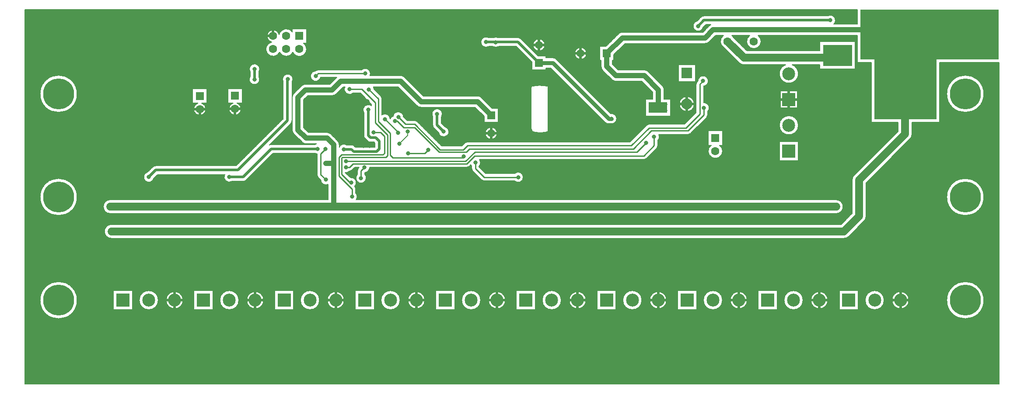
<source format=gbl>
G04 Layer_Physical_Order=2*
G04 Layer_Color=16711680*
%FSLAX24Y24*%
%MOIN*%
G70*
G01*
G75*
%ADD10C,0.0079*%
%ADD37C,0.0197*%
%ADD41C,0.0098*%
%ADD43C,0.0315*%
%ADD44C,0.0591*%
%ADD46C,0.0394*%
%ADD51R,1.0560X0.3789*%
%ADD52C,0.0827*%
%ADD53R,0.0827X0.0827*%
%ADD54C,0.0630*%
%ADD55R,0.0630X0.0630*%
%ADD56C,0.0600*%
%ADD57R,0.0600X0.0600*%
%ADD58R,0.0600X0.0600*%
%ADD59R,0.0984X0.0984*%
%ADD60C,0.0984*%
%ADD61R,0.0630X0.0630*%
%ADD62R,0.0984X0.0984*%
%ADD63C,0.2362*%
%ADD64C,0.0315*%
%ADD65R,0.4744X0.4616*%
%ADD66R,0.1427X0.0817*%
%ADD67R,0.2215X0.1634*%
D10*
X71963Y45276D02*
G03*
X72096Y45571I-260J295D01*
G01*
D02*
G03*
X71495Y45906I-394J0D01*
G01*
X66427Y43957D02*
G03*
X66190Y44409I-551J0D01*
G01*
X64355Y44229D02*
G03*
X64190Y44409I-479J-273D01*
G01*
X65562D02*
G03*
X66427Y43957I314J-453D01*
G01*
X68280Y42175D02*
G03*
X69272Y41496I263J-679D01*
G01*
D02*
G03*
X68806Y42175I-728J0D01*
G01*
X63562Y44409D02*
G03*
X63603Y43478I314J-453D01*
G01*
X64750Y42331D02*
G03*
X65126Y42175I376J376D01*
G01*
X64750Y42331D02*
G03*
X65126Y42175I376J376D01*
G01*
X83406Y39961D02*
G03*
X83406Y39961I-1417J0D01*
G01*
X77768Y36504D02*
G03*
X77923Y36880I-376J376D01*
G01*
X77768Y36504D02*
G03*
X77923Y36880I-376J376D01*
G01*
X69272Y37559D02*
G03*
X69272Y37559I-728J0D01*
G01*
X73522Y33762D02*
G03*
X73366Y33386I376J-376D01*
G01*
X73522Y33762D02*
G03*
X73366Y33386I376J-376D01*
G01*
X63494Y35585D02*
G03*
X63263Y36033I-551J0D01*
G01*
X62623D02*
G03*
X63494Y35585I320J-449D01*
G01*
X62077Y45906D02*
G03*
X61840Y45807I0J-335D01*
G01*
X62595Y45236D02*
G03*
X62469Y45149I180J-394D01*
G01*
X62595Y45236D02*
G03*
X62469Y45149I180J-394D01*
G01*
X62077Y45906D02*
G03*
X61840Y45807I0J-335D01*
G01*
X61544Y45511D02*
G03*
X62017Y45038I90J-383D01*
G01*
X62165Y43799D02*
G03*
X62472Y43926I0J433D01*
G01*
X62165Y43799D02*
G03*
X62472Y43926I0J433D01*
G01*
X55866Y44665D02*
G03*
X55560Y44539I0J-433D01*
G01*
X55866Y44665D02*
G03*
X55560Y44539I0J-433D01*
G01*
X49956Y43691D02*
G03*
X49956Y43691I-457J0D01*
G01*
X48140Y44144D02*
G03*
X47904Y44242I-237J-237D01*
G01*
X48140Y44144D02*
G03*
X47904Y44242I-237J-237D01*
G01*
X53133Y43041D02*
G03*
X53133Y43041I-457J0D01*
G01*
X54242Y42037D02*
G03*
X54369Y41731I433J0D01*
G01*
X54242Y42037D02*
G03*
X54369Y41731I433J0D01*
G01*
X50839Y42591D02*
G03*
X50561Y42707I-278J-278D01*
G01*
X50839Y42591D02*
G03*
X50561Y42707I-278J-278D01*
G01*
X62402Y40935D02*
G03*
X61614Y40945I-394J0D01*
G01*
X61560Y40891D02*
G03*
X61476Y40689I202J-202D01*
G01*
X62047Y40543D02*
G03*
X62402Y40935I-39J392D01*
G01*
X61560Y40891D02*
G03*
X61476Y40689I202J-202D01*
G01*
X62470Y38888D02*
G03*
X62047Y39280I-394J0D01*
G01*
X62362Y38617D02*
G03*
X62470Y38888I-285J271D01*
G01*
X61339Y39183D02*
G03*
X61339Y39183I-571J0D01*
G01*
X59035Y40266D02*
G03*
X58909Y40572I-433J0D01*
G01*
X59035Y40266D02*
G03*
X58909Y40572I-433J0D01*
G01*
X57826Y41655D02*
G03*
X57520Y41782I-306J-306D01*
G01*
X57826Y41655D02*
G03*
X57520Y41782I-306J-306D01*
G01*
X62279Y38164D02*
G03*
X62362Y38366I-202J202D01*
G01*
X62279Y38164D02*
G03*
X62362Y38366I-202J202D01*
G01*
X60846Y36850D02*
G03*
X61048Y36934I0J285D01*
G01*
X60846Y36850D02*
G03*
X61048Y36934I0J285D01*
G01*
X58671Y36673D02*
G03*
X58629Y36850I-394J0D01*
G01*
X58563Y36402D02*
G03*
X58671Y36673I-285J271D01*
G01*
X58479Y35812D02*
G03*
X58563Y36014I-202J202D01*
G01*
X58479Y35812D02*
G03*
X58563Y36014I-202J202D01*
G01*
X57894Y37648D02*
G03*
X57692Y37564I0J-285D01*
G01*
X57894Y37648D02*
G03*
X57692Y37564I0J-285D01*
G01*
X57490Y34941D02*
G03*
X57692Y35025I0J285D01*
G01*
X57490Y34941D02*
G03*
X57692Y35025I0J285D01*
G01*
X55058Y41042D02*
G03*
X55364Y40915I306J306D01*
G01*
X55058Y41042D02*
G03*
X55364Y40915I306J306D01*
G01*
X55423Y38061D02*
G03*
X55029Y38455I-394J0D01*
G01*
X55423Y38061D02*
G03*
X55030Y38455I-394J0D01*
G01*
Y37667D02*
G03*
X55423Y38061I0J394D01*
G01*
X55029Y37667D02*
G03*
X55423Y38061I1J394D01*
G01*
X54535Y37783D02*
G03*
X54813Y37667I278J278D01*
G01*
X54535Y37783D02*
G03*
X54813Y37667I278J278D01*
G01*
X47642Y33307D02*
G03*
X48307Y33593I271J285D01*
G01*
D02*
G03*
X47642Y33878I-394J0D01*
G01*
X83406Y32087D02*
G03*
X83406Y32087I-1417J0D01*
G01*
X74273Y30244D02*
G03*
X74429Y30620I-376J376D01*
G01*
X74273Y30244D02*
G03*
X74429Y30620I-376J376D01*
G01*
X72736Y28927D02*
G03*
X73112Y29083I0J531D01*
G01*
X72736Y28927D02*
G03*
X73112Y29083I0J531D01*
G01*
X72677Y31348D02*
G03*
X72146Y31880I-531J0D01*
G01*
Y30817D02*
G03*
X72677Y31348I0J531D01*
G01*
X77697Y24213D02*
G03*
X77697Y24213I-650J0D01*
G01*
X83406D02*
G03*
X83406Y24213I-1417J0D01*
G01*
X75807D02*
G03*
X75807Y24213I-728J0D01*
G01*
X71516D02*
G03*
X71516Y24213I-650J0D01*
G01*
X69626D02*
G03*
X69626Y24213I-728J0D01*
G01*
X65374Y24213D02*
G03*
X65374Y24213I-650J0D01*
G01*
X63484D02*
G03*
X63484Y24213I-728J0D01*
G01*
X59232D02*
G03*
X59232Y24213I-650J0D01*
G01*
X57343D02*
G03*
X57343Y24213I-728J0D01*
G01*
X53091D02*
G03*
X53091Y24213I-650J0D01*
G01*
X51201D02*
G03*
X51201Y24213I-728J0D01*
G01*
X46401Y44242D02*
G03*
X46020Y44242I-191J-344D01*
G01*
X45670D02*
G03*
X45670Y43573I-207J-335D01*
G01*
X45988D02*
G03*
X46433Y43573I222J325D01*
G01*
X39253Y41231D02*
G03*
X38947Y41358I-306J-306D01*
G01*
X39253Y41231D02*
G03*
X38947Y41358I-306J-306D01*
G01*
X45129Y39666D02*
G03*
X44823Y39793I-306J-306D01*
G01*
X45129Y39666D02*
G03*
X44823Y39793I-306J-306D01*
G01*
X40206Y39054D02*
G03*
X40512Y38927I306J306D01*
G01*
X40206Y39054D02*
G03*
X40512Y38927I306J306D01*
G01*
X36654Y41506D02*
G03*
X35989Y41791I-394J0D01*
G01*
X36625Y41358D02*
G03*
X36654Y41506I-365J148D01*
G01*
X37539Y39587D02*
G03*
X37456Y39788I-285J0D01*
G01*
X37539Y39587D02*
G03*
X37456Y39788I-285J0D01*
G01*
X36939Y40305D02*
G03*
X36886Y40492I-394J-10D01*
G01*
X36742Y39039D02*
G03*
X36152Y38533I-256J-299D01*
G01*
X34713Y40492D02*
G03*
X35330Y40020I346J-187D01*
G01*
X33740Y39823D02*
G03*
X34046Y39950I0J433D01*
G01*
X33740Y39823D02*
G03*
X34046Y39950I0J433D01*
G01*
X46314Y36949D02*
G03*
X46314Y36949I-457J0D01*
G01*
X42075Y38218D02*
G03*
X42134Y38425I-335J207D01*
G01*
D02*
G03*
X41406Y38218I-394J0D01*
G01*
X42638Y37067D02*
G03*
X42334Y37450I-394J0D01*
G01*
X41406Y37571D02*
G03*
X41504Y37334I335J0D01*
G01*
X41406Y37571D02*
G03*
X41504Y37334I335J0D01*
G01*
X41861Y36977D02*
G03*
X42638Y37067I383J90D01*
G01*
X45123Y33391D02*
G03*
X45325Y33307I202J202D01*
G01*
X45123Y33391D02*
G03*
X45325Y33307I202J202D01*
G01*
X44065Y36299D02*
G03*
X43863Y36216I0J-285D01*
G01*
X44065Y36299D02*
G03*
X43863Y36216I0J-285D01*
G01*
X45049Y34715D02*
G03*
X44978Y34941I-394J0D01*
G01*
X44941Y34443D02*
G03*
X45049Y34715I-285J271D01*
G01*
X44301Y34543D02*
G03*
X44370Y34443I354J172D01*
G01*
X43981Y34341D02*
G03*
X44183Y34424I0J285D01*
G01*
X43981Y34341D02*
G03*
X44183Y34424I0J285D01*
G01*
X44370Y34262D02*
G03*
X44454Y34060I285J0D01*
G01*
X44370Y34262D02*
G03*
X44454Y34060I285J0D01*
G01*
X39173Y38209D02*
G03*
X38390Y38255I-394J-10D01*
G01*
X38390Y38255D02*
G03*
X38163Y38038I136J-370D01*
G01*
X38159Y38042D02*
G03*
X37539Y38354I-394J-10D01*
G01*
X40216Y37849D02*
G03*
X40014Y37933I-202J-202D01*
G01*
X40216Y37849D02*
G03*
X40014Y37933I-202J-202D01*
G01*
X36427Y36368D02*
G03*
X36663Y36270I237J237D01*
G01*
X36427Y36368D02*
G03*
X36663Y36270I237J237D01*
G01*
X36152Y36781D02*
G03*
X36250Y36545I335J0D01*
G01*
X36152Y36781D02*
G03*
X36250Y36545I335J0D01*
G01*
X34281Y36073D02*
G03*
X34155Y36379I-433J0D01*
G01*
X35443Y35965D02*
G03*
X35207Y36063I-237J-237D01*
G01*
X34843D02*
G03*
X34281Y35900I-207J-335D01*
G01*
X35443Y35965D02*
G03*
X35207Y36063I-237J-237D01*
G01*
X34281Y36073D02*
G03*
X34155Y36379I-433J0D01*
G01*
X36230Y33948D02*
G03*
X36594Y34341I-30J393D01*
G01*
X35743Y34286D02*
G03*
X35659Y34085I202J-202D01*
G01*
X35743Y34286D02*
G03*
X35659Y34085I202J-202D01*
G01*
X35059Y34055D02*
G03*
X35261Y34139I0J285D01*
G01*
X35059Y34055D02*
G03*
X35261Y34139I0J285D01*
G01*
X34734Y33950D02*
G03*
X35055Y34055I49J391D01*
G01*
X36339Y33533D02*
G03*
X36230Y33805I-394J0D01*
G01*
X35659D02*
G03*
X36339Y33533I285J-271D01*
G01*
X35578Y31880D02*
G03*
X35650Y32106I-322J226D01*
G01*
X35457Y32902D02*
G03*
X35573Y33181I-278J278D01*
G01*
D02*
G03*
X35112Y33569I-394J0D01*
G01*
X35650Y32106D02*
G03*
X35541Y32377I-394J0D01*
G01*
Y32700D02*
G03*
X35458Y32902I-285J0D01*
G01*
X35541Y32700D02*
G03*
X35458Y32902I-285J0D01*
G01*
X32677Y41791D02*
G03*
X32475Y41708I0J-285D01*
G01*
X32677Y41791D02*
G03*
X32475Y41708I0J-285D01*
G01*
X31791Y43370D02*
G03*
X31560Y43819I-551J0D01*
G01*
X30740Y43138D02*
G03*
X31791Y43370I500J232D01*
G01*
X29740Y43138D02*
G03*
X30740Y43138I500J232D01*
G01*
X30689Y44690D02*
G03*
X29700Y44479I-449J-320D01*
G01*
D02*
G03*
X29131Y43910I-460J-109D01*
G01*
D02*
G03*
X29740Y43138I109J-540D01*
G01*
X28219Y41850D02*
G03*
X27490Y41643I-394J0D01*
G01*
X28159D02*
G03*
X28219Y41850I-335J207D01*
G01*
X32470Y41703D02*
G03*
X32864Y41220I10J-394D01*
G01*
X30748Y41073D02*
G03*
X30010Y40882I-394J0D01*
G01*
X31703Y40689D02*
G03*
X31397Y40562I0J-433D01*
G01*
X31703Y40689D02*
G03*
X31397Y40562I0J-433D01*
G01*
X31201Y40366D02*
G03*
X31140Y40305I246J-307D01*
G01*
X30679Y40850D02*
G03*
X30748Y41073I-325J223D01*
G01*
X28209Y41053D02*
G03*
X28159Y41244I-394J0D01*
G01*
X27490Y41276D02*
G03*
X28209Y41053I325J-222D01*
G01*
X14311Y39961D02*
G03*
X14311Y39961I-1417J0D01*
G01*
X30826Y39991D02*
G03*
X30699Y39685I306J-306D01*
G01*
X30826Y39991D02*
G03*
X30699Y39685I306J-306D01*
G01*
X33653Y36881D02*
G03*
X33346Y37008I-306J-306D01*
G01*
X33653Y36881D02*
G03*
X33346Y37008I-306J-306D01*
G01*
X30699Y37195D02*
G03*
X30826Y36889I433J0D01*
G01*
X30699Y37195D02*
G03*
X30826Y36889I433J0D01*
G01*
X31446Y36269D02*
G03*
X31752Y36142I306J306D01*
G01*
X26811Y38803D02*
G03*
X26486Y39252I-472J0D01*
G01*
X26191D02*
G03*
X26811Y38803I148J-449D01*
G01*
X30581Y37687D02*
G03*
X30679Y37923I-237J237D01*
G01*
X30581Y37687D02*
G03*
X30679Y37923I-237J237D01*
G01*
X32540Y36142D02*
G03*
X32421Y36093I87J-384D01*
G01*
Y35423D02*
G03*
X32589Y35366I207J335D01*
G01*
X31446Y36269D02*
G03*
X31752Y36142I306J306D01*
G01*
X32589Y33789D02*
G03*
X32672Y33588I285J0D01*
G01*
X32589Y33789D02*
G03*
X32672Y33588I285J0D01*
G01*
X32864Y33395D02*
G03*
X33415Y33045I394J10D01*
G01*
X29094Y36093D02*
G03*
X28958Y36063I0J-335D01*
G01*
X29094Y36093D02*
G03*
X28958Y36063I0J-335D01*
G01*
X26949Y33278D02*
G03*
X27185Y33376I0J335D01*
G01*
X25549Y33799D02*
G03*
X26103Y33278I346J-187D01*
G01*
X26949D02*
G03*
X27185Y33376I0J335D01*
G01*
X24124Y38793D02*
G03*
X23799Y39242I-472J0D01*
G01*
X23504D02*
G03*
X24124Y38793I148J-449D01*
G01*
X20295Y34469D02*
G03*
X20059Y34370I0J-335D01*
G01*
X20295Y34469D02*
G03*
X20059Y34370I0J-335D01*
G01*
X19674Y33986D02*
G03*
X20147Y33512I90J-383D01*
G01*
X46949Y24213D02*
G03*
X46949Y24213I-650J0D01*
G01*
X40807D02*
G03*
X40807Y24213I-650J0D01*
G01*
X45059D02*
G03*
X45059Y24213I-728J0D01*
G01*
X38917D02*
G03*
X38917Y24213I-728J0D01*
G01*
X34665D02*
G03*
X34665Y24213I-650J0D01*
G01*
X32776D02*
G03*
X32776Y24213I-728J0D01*
G01*
X16831Y31880D02*
G03*
X16831Y30817I0J-531D01*
G01*
X14311Y32087D02*
G03*
X14311Y32087I-1417J0D01*
G01*
X16919Y29990D02*
G03*
X16919Y28927I0J-531D01*
G01*
X28524Y24213D02*
G03*
X28524Y24213I-650J0D01*
G01*
X26634D02*
G03*
X26634Y24213I-728J0D01*
G01*
X22382D02*
G03*
X22382Y24213I-650J0D01*
G01*
X20492D02*
G03*
X20492Y24213I-728J0D01*
G01*
X14311Y24213D02*
G03*
X14311Y24213I-1417J0D01*
G01*
X73051Y45276D02*
Y46367D01*
X73110Y45276D02*
Y46367D01*
X72992Y45276D02*
Y46367D01*
X73228Y45276D02*
Y46367D01*
X73169Y45276D02*
Y46367D01*
X72756Y45276D02*
Y46367D01*
X72815Y45276D02*
Y46367D01*
X72697Y45276D02*
Y46367D01*
X72933Y45276D02*
Y46367D01*
X72874Y45276D02*
Y46367D01*
X73642Y45276D02*
Y46367D01*
X73701Y45276D02*
Y46367D01*
X73583Y45276D02*
Y46367D01*
X73760Y45276D02*
Y46367D01*
Y45276D02*
Y46367D01*
X73346Y45276D02*
Y46367D01*
X73405Y45276D02*
Y46367D01*
X73287Y45276D02*
Y46367D01*
X73523Y45276D02*
Y46367D01*
X73464Y45276D02*
Y46367D01*
X72096Y45590D02*
X73760D01*
X72094Y45531D02*
X73760D01*
X72089Y45650D02*
X73760D01*
X72084Y45472D02*
X73760D01*
X72064Y45413D02*
X73760D01*
X71939Y45886D02*
X73760D01*
X72002Y45827D02*
X73760D01*
X71826Y45945D02*
X73760D01*
X72072Y45709D02*
X73760D01*
X72044Y45768D02*
X73760D01*
X72520Y45276D02*
Y46367D01*
X72579Y45276D02*
Y46367D01*
X72460Y45276D02*
Y46367D01*
X72638Y45276D02*
Y46367D01*
X72031Y45354D02*
X73760D01*
X72224Y45276D02*
Y46367D01*
X72283Y45276D02*
Y46367D01*
X72165Y45276D02*
Y46367D01*
X72401Y45276D02*
Y46367D01*
X72342Y45276D02*
Y46367D01*
X73523Y43947D02*
Y44409D01*
X73583Y43947D02*
Y44409D01*
X73464Y43947D02*
Y44409D01*
X73593Y43878D02*
X73760D01*
X73593Y43937D02*
X73760D01*
X73228Y43947D02*
Y44409D01*
X73287Y43947D02*
Y44409D01*
X73169Y43947D02*
Y44409D01*
X73405Y43947D02*
Y44409D01*
X73346Y43947D02*
Y44409D01*
X73593Y43464D02*
X73760D01*
X73593Y43405D02*
X73760D01*
X73593Y43524D02*
X73760D01*
X73593Y43287D02*
X73760D01*
X73593Y43346D02*
X73760D01*
X73593Y43760D02*
X73760D01*
X73593Y43701D02*
X73760D01*
X73593Y43819D02*
X73760D01*
X73593Y43583D02*
X73760D01*
X73593Y43642D02*
X73760D01*
X71984Y45295D02*
X73760D01*
X73110Y43947D02*
Y44409D01*
X71963Y45276D02*
X73760D01*
X73051Y43947D02*
Y44409D01*
X72933Y43947D02*
Y44409D01*
X72697Y43947D02*
Y44409D01*
X72756Y43947D02*
Y44409D01*
X72638Y43947D02*
Y44409D01*
X72874Y43947D02*
Y44409D01*
X72815Y43947D02*
Y44409D01*
X72520Y43947D02*
Y44409D01*
X72579Y43947D02*
Y44409D01*
X72460Y43947D02*
Y44409D01*
X72992Y43947D02*
Y44409D01*
X70906Y43947D02*
X73593D01*
X72224D02*
Y44409D01*
X72283Y43947D02*
Y44409D01*
X72165Y43947D02*
Y44409D01*
X72401Y43947D02*
Y44409D01*
X72342Y43947D02*
Y44409D01*
X71693Y45964D02*
Y46367D01*
X71752Y45961D02*
Y46367D01*
X71634Y45958D02*
Y46367D01*
X71870Y45927D02*
Y46367D01*
X71811Y45949D02*
Y46367D01*
X71102Y45906D02*
Y46367D01*
X71161Y45906D02*
Y46367D01*
X70984Y45906D02*
Y46367D01*
X71575Y45943D02*
Y46367D01*
X71516Y45917D02*
Y46367D01*
X71929Y45893D02*
Y46367D01*
X71988Y45842D02*
Y46367D01*
X71457Y45906D02*
Y46367D01*
X72106Y45276D02*
Y46367D01*
X72047Y45762D02*
Y46367D01*
X71220Y45906D02*
Y46367D01*
X71279Y45906D02*
Y46367D01*
X71043Y45906D02*
Y46367D01*
X71397Y45906D02*
Y46367D01*
X71338Y45906D02*
Y46367D01*
X69449Y45906D02*
Y46367D01*
X69508Y45906D02*
Y46367D01*
X69390Y45906D02*
Y46367D01*
X69626Y45906D02*
Y46367D01*
X69567Y45906D02*
Y46367D01*
X69035Y45906D02*
Y46367D01*
X69094Y45906D02*
Y46367D01*
X68976Y45906D02*
Y46367D01*
X69331Y45906D02*
Y46367D01*
X69272Y45906D02*
Y46367D01*
X70748Y45906D02*
Y46367D01*
X70807Y45906D02*
Y46367D01*
X70689Y45906D02*
Y46367D01*
X70925Y45906D02*
Y46367D01*
X70866Y45906D02*
Y46367D01*
X69744Y45906D02*
Y46367D01*
X70512Y45906D02*
Y46367D01*
X69685Y45906D02*
Y46367D01*
X70630Y45906D02*
Y46367D01*
X70571Y45906D02*
Y46367D01*
X72047Y45276D02*
Y45380D01*
X72106Y43947D02*
Y44409D01*
X72047Y43947D02*
Y44409D01*
X71811Y43947D02*
Y44409D01*
X71870Y43947D02*
Y44409D01*
X71752Y43947D02*
Y44409D01*
X71988Y43947D02*
Y44409D01*
X71929Y43947D02*
Y44409D01*
X71516Y43947D02*
Y44409D01*
X71575Y43947D02*
Y44409D01*
X71457Y43947D02*
Y44409D01*
X71693Y43947D02*
Y44409D01*
X71634Y43947D02*
Y44409D01*
X71220Y43947D02*
Y44409D01*
X71279Y43947D02*
Y44409D01*
X71161Y43947D02*
Y44409D01*
X71397Y43947D02*
Y44409D01*
X71338Y43947D02*
Y44409D01*
X70275Y45906D02*
Y46367D01*
X70335Y45906D02*
Y46367D01*
X70216Y45906D02*
Y46367D01*
X70453Y45906D02*
Y46367D01*
X70394Y45906D02*
Y46367D01*
X69803Y45906D02*
Y46367D01*
X70039Y45906D02*
Y46367D01*
X69212Y45906D02*
Y46367D01*
X70157Y45906D02*
Y46367D01*
X70098Y45906D02*
Y46367D01*
X70925Y43947D02*
Y44409D01*
X70984Y43947D02*
Y44409D01*
X69980Y45906D02*
Y46367D01*
X71102Y43947D02*
Y44409D01*
X71043Y43947D02*
Y44409D01*
X69921Y45906D02*
Y46367D01*
X69862Y45906D02*
Y46367D01*
X69153Y45906D02*
Y46367D01*
X68976Y43238D02*
Y44409D01*
X82618Y41230D02*
Y42342D01*
X82677Y41199D02*
Y42342D01*
X82559Y41258D02*
Y42342D01*
X82795Y41126D02*
Y42342D01*
X82736Y41165D02*
Y42342D01*
X82323Y41338D02*
Y42342D01*
X82382Y41322D02*
Y42342D01*
X82264Y41351D02*
Y42342D01*
X82500Y41282D02*
Y42342D01*
X82441Y41304D02*
Y42342D01*
X83209Y40682D02*
Y42342D01*
X83268Y40571D02*
Y42342D01*
X83149Y40773D02*
Y42342D01*
X83386Y40197D02*
Y42342D01*
X83327Y40427D02*
Y42342D01*
X82913Y41034D02*
Y42342D01*
X82972Y40981D02*
Y42342D01*
X82854Y41083D02*
Y42342D01*
X83090Y40852D02*
Y42342D01*
X83031Y40920D02*
Y42342D01*
X82086Y41375D02*
Y42342D01*
X82146Y41369D02*
Y42342D01*
X82027Y41377D02*
Y42342D01*
X80039D02*
X84556D01*
X80039D02*
X84556D01*
X73760D02*
X74823D01*
X81850Y41371D02*
Y42342D01*
X73760D02*
X74823D01*
X81968Y41378D02*
Y42342D01*
X81909Y41376D02*
Y42342D01*
X81732Y41355D02*
Y42342D01*
X81673Y41342D02*
Y42342D01*
X81614Y41328D02*
Y42342D01*
X82205Y41361D02*
Y42342D01*
X81791Y41364D02*
Y42342D01*
X81437Y41266D02*
Y42342D01*
X74468Y34708D02*
Y42342D01*
X74409Y34649D02*
Y42342D01*
X81555Y41310D02*
Y42342D01*
X81496Y41290D02*
Y42342D01*
X80039Y42106D02*
X84556D01*
X80039Y42047D02*
X84556D01*
X80039Y42224D02*
X84556D01*
X80039Y41929D02*
X84556D01*
X80039Y41988D02*
X84556D01*
X81319Y41210D02*
Y42342D01*
X81260Y41176D02*
Y42342D01*
X81201Y41139D02*
Y42342D01*
X81378Y41240D02*
Y42342D01*
X80039Y41870D02*
X84556D01*
X81023Y40999D02*
Y42342D01*
X80964Y40941D02*
Y42342D01*
X80905Y40875D02*
Y42342D01*
X81142Y41097D02*
Y42342D01*
X81083Y41051D02*
Y42342D01*
X80728Y40610D02*
Y42342D01*
X80669Y40479D02*
Y42342D01*
X80610Y40292D02*
Y42342D01*
X80846Y40800D02*
Y42342D01*
X80787Y40713D02*
Y42342D01*
X73593Y42283D02*
X74823D01*
X80039D02*
X84556D01*
X73593Y42224D02*
X74823D01*
X80039Y42165D02*
X84556D01*
X73593D02*
X74823D01*
X73593Y42047D02*
X74823D01*
X73593Y41988D02*
X74823D01*
X73593Y42106D02*
X74823D01*
X73593Y41870D02*
X74823D01*
X73593Y41929D02*
X74823D01*
X74823Y35063D02*
Y42342D01*
X74764Y35003D02*
Y42342D01*
X74705Y34944D02*
Y42342D01*
X80039Y37785D02*
Y42342D01*
X74823Y37785D02*
Y42342D01*
X74527Y34767D02*
Y42342D01*
X74350Y34590D02*
Y42342D01*
X74291Y34531D02*
Y42342D01*
X74646Y34885D02*
Y42342D01*
X74586Y34826D02*
Y42342D01*
X70748Y43238D02*
Y44409D01*
X70807Y43238D02*
Y44409D01*
X70689Y43238D02*
Y44409D01*
X70906Y43238D02*
Y43947D01*
X70866Y43238D02*
Y44409D01*
X70275Y43238D02*
Y44409D01*
X70335Y43238D02*
Y44409D01*
X70216Y43238D02*
Y44409D01*
X70630Y43238D02*
Y44409D01*
X70571Y43238D02*
Y44409D01*
X73760Y42342D02*
Y44409D01*
Y42342D02*
Y44409D01*
X73701Y33940D02*
Y44409D01*
X73593Y43169D02*
X73760D01*
X73593Y43228D02*
X73760D01*
X70512Y43238D02*
Y44409D01*
X73642Y33881D02*
Y44409D01*
X70394Y43238D02*
Y44409D01*
X73593Y41841D02*
Y43947D01*
X70453Y43238D02*
Y44409D01*
X69390Y43238D02*
Y44409D01*
X69449Y43238D02*
Y44409D01*
X69331Y43238D02*
Y44409D01*
X69567Y43238D02*
Y44409D01*
X69508Y43238D02*
Y44409D01*
X69094Y43238D02*
Y44409D01*
X69153Y43238D02*
Y44409D01*
X69035Y43238D02*
Y44409D01*
X69272Y43238D02*
Y44409D01*
X69212Y43238D02*
Y44409D01*
X69980Y43238D02*
Y44409D01*
X70039Y43238D02*
Y44409D01*
X69921Y43238D02*
Y44409D01*
X70157Y43238D02*
Y44409D01*
X70098Y43238D02*
Y44409D01*
X69685Y43238D02*
Y44409D01*
X69744Y43238D02*
Y44409D01*
X69626Y43238D02*
Y44409D01*
X69862Y43238D02*
Y44409D01*
X69803Y43238D02*
Y44409D01*
X73593Y42579D02*
X73760D01*
X73593Y42520D02*
X73760D01*
X73593Y42697D02*
X73760D01*
X73593Y42401D02*
X73760D01*
X73593Y42461D02*
X73760D01*
X73593Y43051D02*
X73760D01*
X73593Y42992D02*
X73760D01*
X73593Y43110D02*
X73760D01*
X73593Y42874D02*
X73760D01*
X73593Y42933D02*
X73760D01*
X74114Y34354D02*
Y42342D01*
X74055Y34295D02*
Y42342D01*
X73996Y34236D02*
Y42342D01*
X74232Y34472D02*
Y42342D01*
X74173Y34413D02*
Y42342D01*
X73819Y34059D02*
Y42342D01*
X73760Y34000D02*
Y42342D01*
X73593D02*
X73760D01*
X73937Y34177D02*
Y42342D01*
X73878Y34118D02*
Y42342D01*
X73593Y42756D02*
X73760D01*
X73593Y42638D02*
X73760D01*
X73593Y42815D02*
X73760D01*
X69129Y41929D02*
X70906D01*
X69020Y42047D02*
X70906D01*
X69035Y42033D02*
Y42175D01*
X69094Y41972D02*
Y42175D01*
X68976Y42082D02*
Y42175D01*
X69153Y41894D02*
Y42175D01*
X69080Y41988D02*
X70906D01*
X73523Y33763D02*
Y41841D01*
X73464Y33694D02*
Y41841D01*
X73405Y33586D02*
Y41841D01*
X73583Y33822D02*
Y41841D01*
X70906D02*
X73593D01*
X70906D02*
Y42175D01*
X69272Y41510D02*
Y42175D01*
X69212Y41784D02*
Y42175D01*
X69168Y41870D02*
X70906D01*
X68149Y45906D02*
Y46367D01*
X68209Y45906D02*
Y46367D01*
X68090Y45906D02*
Y46367D01*
X68327Y45906D02*
Y46367D01*
X68268Y45906D02*
Y46367D01*
X67854Y45906D02*
Y46367D01*
X67913Y45906D02*
Y46367D01*
X67795Y45906D02*
Y46367D01*
X68031Y45906D02*
Y46367D01*
X67972Y45906D02*
Y46367D01*
X68740Y45906D02*
Y46367D01*
X68799Y45906D02*
Y46367D01*
X68681Y45906D02*
Y46367D01*
X68917Y45906D02*
Y46367D01*
X68858Y45906D02*
Y46367D01*
X68445Y45906D02*
Y46367D01*
X68504Y45906D02*
Y46367D01*
X68386Y45906D02*
Y46367D01*
X68622Y45906D02*
Y46367D01*
X68563Y45906D02*
Y46367D01*
X66968Y45906D02*
Y46367D01*
X67027Y45906D02*
Y46367D01*
X66260Y45906D02*
Y46367D01*
X67146Y45906D02*
Y46367D01*
X67086Y45906D02*
Y46367D01*
X65964Y45906D02*
Y46367D01*
X66023Y45906D02*
Y46367D01*
X65905Y45906D02*
Y46367D01*
X66201Y45906D02*
Y46367D01*
X66083Y45906D02*
Y46367D01*
X67559Y45906D02*
Y46367D01*
X67618Y45906D02*
Y46367D01*
X67500Y45906D02*
Y46367D01*
X67736Y45906D02*
Y46367D01*
X67677Y45906D02*
Y46367D01*
X67264Y45906D02*
Y46367D01*
X67323Y45906D02*
Y46367D01*
X67205Y45906D02*
Y46367D01*
X67441Y45906D02*
Y46367D01*
X67382Y45906D02*
Y46367D01*
X66732Y45906D02*
Y46367D01*
X66791Y45906D02*
Y46367D01*
X66673Y45906D02*
Y46367D01*
X66909Y45906D02*
Y46367D01*
X66850Y45906D02*
Y46367D01*
X66437Y45906D02*
Y46367D01*
X66496Y45906D02*
Y46367D01*
X66378Y45906D02*
Y46367D01*
X66614Y45906D02*
Y46367D01*
X66555Y45906D02*
Y46367D01*
X66383Y44173D02*
X73760D01*
X66404Y44114D02*
X73760D01*
X66353Y44232D02*
X73760D01*
X66426Y43996D02*
X73760D01*
X66418Y44055D02*
X73760D01*
X66319Y45906D02*
Y46367D01*
X66378Y44185D02*
Y44409D01*
X66319Y44285D02*
Y44409D01*
X66427Y43937D02*
X70906D01*
X66421Y43878D02*
X70906D01*
X65787Y45906D02*
Y46367D01*
X65846Y45906D02*
Y46367D01*
X65728Y45906D02*
Y46367D01*
X66142Y45906D02*
Y46367D01*
X62077Y45906D02*
X71495D01*
X65610D02*
Y46367D01*
X65669Y45906D02*
Y46367D01*
X65492Y45906D02*
Y46367D01*
X65551Y45906D02*
Y46367D01*
X64190Y44409D02*
X65562D01*
X66190Y44409D02*
X73760D01*
X66190Y44409D02*
X73760D01*
X66314Y44291D02*
X73760D01*
X66262Y44350D02*
X73760D01*
X66260Y44352D02*
Y44409D01*
X65492Y44352D02*
Y44409D01*
X64190Y44409D02*
X65562D01*
X64314Y44291D02*
X65438D01*
X64262Y44350D02*
X65490D01*
X64665Y45906D02*
Y46367D01*
X64724Y45906D02*
Y46367D01*
X64606Y45906D02*
Y46367D01*
X64842Y45906D02*
Y46367D01*
X64783Y45906D02*
Y46367D01*
X64370Y45906D02*
Y46367D01*
X64429Y45906D02*
Y46367D01*
X64311Y45906D02*
Y46367D01*
X64547Y45906D02*
Y46367D01*
X64488Y45906D02*
Y46367D01*
X65256Y45906D02*
Y46367D01*
X65315Y45906D02*
Y46367D01*
X65197Y45906D02*
Y46367D01*
X65433Y45906D02*
Y46367D01*
X65374Y45906D02*
Y46367D01*
X64960Y45906D02*
Y46367D01*
X65020Y45906D02*
Y46367D01*
X64901Y45906D02*
Y46367D01*
X65138Y45906D02*
Y46367D01*
X65079Y45906D02*
Y46367D01*
X63307Y45906D02*
Y46367D01*
X63366Y45906D02*
Y46367D01*
X63248Y45906D02*
Y46367D01*
X63661Y45906D02*
Y46367D01*
X63425Y45906D02*
Y46367D01*
X63012Y45906D02*
Y46367D01*
X63071Y45906D02*
Y46367D01*
X62716Y45906D02*
Y46367D01*
X63189Y45906D02*
Y46367D01*
X63130Y45906D02*
Y46367D01*
X64075Y45906D02*
Y46367D01*
X64134Y45906D02*
Y46367D01*
X64016Y45906D02*
Y46367D01*
X64252Y45906D02*
Y46367D01*
X64193Y45906D02*
Y46367D01*
X63779Y45906D02*
Y46367D01*
X63838Y45906D02*
Y46367D01*
X63720Y45906D02*
Y46367D01*
X63957Y45906D02*
Y46367D01*
X63898Y45906D02*
Y46367D01*
X65433Y44285D02*
Y44409D01*
X65374Y44184D02*
Y44409D01*
X64370Y44214D02*
Y44409D01*
X64411Y44173D02*
X65369D01*
X64353Y44232D02*
X65399D01*
X63602Y45906D02*
Y46367D01*
X64252Y44360D02*
Y44409D01*
X63543Y45906D02*
Y46367D01*
X64311Y44295D02*
Y44409D01*
X64529Y44055D02*
X65334D01*
X64588Y43996D02*
X65326D01*
X64470Y44114D02*
X65348D01*
X64706Y43878D02*
X65330D01*
X64647Y43937D02*
X65325D01*
X64488Y44096D02*
Y44409D01*
X64547Y44037D02*
Y44409D01*
X64429Y44155D02*
Y44409D01*
X64665Y43919D02*
Y44409D01*
X64606Y43978D02*
Y44409D01*
X63484Y45906D02*
Y46367D01*
Y44344D02*
Y44409D01*
X62955D02*
X63562D01*
X62955Y44409D02*
X63562D01*
X62896Y44350D02*
X63490D01*
X62835Y45906D02*
Y46367D01*
X62894Y45906D02*
Y46367D01*
X62775Y45906D02*
Y46367D01*
X62953Y45906D02*
Y46367D01*
X62837Y44291D02*
X63438D01*
X63425Y44274D02*
Y44409D01*
X63366Y44166D02*
Y44409D01*
X62778Y44232D02*
X63399D01*
X62719Y44173D02*
X63369D01*
X62660Y44114D02*
X63348D01*
X62601Y44055D02*
X63334D01*
X62472Y43926D02*
X62955Y44409D01*
X62541Y43996D02*
X63326D01*
X62482Y43937D02*
X63325D01*
X68149Y43238D02*
Y44409D01*
X68209Y43238D02*
Y44409D01*
X68090Y43238D02*
Y44409D01*
X68327Y43238D02*
Y44409D01*
X68268Y43238D02*
Y44409D01*
X67854Y43238D02*
Y44409D01*
X67913Y43238D02*
Y44409D01*
X67795Y43238D02*
Y44409D01*
X68031Y43238D02*
Y44409D01*
X67972Y43238D02*
Y44409D01*
X68740Y43238D02*
Y44409D01*
X68799Y43238D02*
Y44409D01*
X68681Y43238D02*
Y44409D01*
X68917Y43238D02*
Y44409D01*
X68858Y43238D02*
Y44409D01*
X68445Y43238D02*
Y44409D01*
X68504Y43238D02*
Y44409D01*
X68386Y43238D02*
Y44409D01*
X68622Y43238D02*
Y44409D01*
X68563Y43238D02*
Y44409D01*
X66732Y43238D02*
Y44409D01*
X66791Y43238D02*
Y44409D01*
X66673Y43238D02*
Y44409D01*
X66909Y43238D02*
Y44409D01*
X66850Y43238D02*
Y44409D01*
X66437Y43238D02*
Y44409D01*
X66496Y43238D02*
Y44409D01*
X66614Y43238D02*
Y44409D01*
X66555Y43238D02*
Y44409D01*
X67559Y43238D02*
Y44409D01*
X67618Y43238D02*
Y44409D01*
X67500Y43238D02*
Y44409D01*
X67736Y43238D02*
Y44409D01*
X67677Y43238D02*
Y44409D01*
X67027Y43238D02*
Y44409D01*
X67205Y43238D02*
Y44409D01*
X66968Y43238D02*
Y44409D01*
X67323Y43238D02*
Y44409D01*
X67264Y43238D02*
Y44409D01*
X66410Y43819D02*
X70906D01*
X68806Y42175D02*
X70906D01*
X66391Y43760D02*
X70906D01*
X68831Y42165D02*
X70906D01*
X68209Y42143D02*
Y42175D01*
X67382Y43238D02*
Y44409D01*
X67441Y43238D02*
Y44409D01*
X67146Y43238D02*
Y44409D01*
X67086Y43238D02*
Y44409D01*
X66378Y43238D02*
Y43729D01*
X68917Y42121D02*
Y42175D01*
X68149Y42109D02*
Y42175D01*
X68941Y42106D02*
X70906D01*
X67972Y41948D02*
Y42175D01*
X67913Y41861D02*
Y42175D01*
X67854Y41732D02*
Y42175D01*
X68090Y42066D02*
Y42175D01*
X68031Y42014D02*
Y42175D01*
X66364Y43701D02*
X70906D01*
X66328Y43642D02*
X70906D01*
X66281Y43583D02*
X70906D01*
X66217Y43524D02*
X70906D01*
X66124Y43464D02*
X70906D01*
X66142Y43238D02*
Y43474D01*
X66319Y43238D02*
Y43628D01*
X65179Y43405D02*
X70906D01*
X65297Y43287D02*
X70906D01*
X65238Y43346D02*
X70906D01*
X65346Y43238D02*
X70906D01*
X65126Y42175D02*
X68280D01*
X61417Y42165D02*
X68256D01*
X61417Y42047D02*
X68067D01*
X61417Y42106D02*
X68146D01*
X66201Y43238D02*
Y43511D01*
X66260Y43238D02*
Y43561D01*
X61417Y41988D02*
X68006D01*
X61417Y41870D02*
X67918D01*
X61417Y41929D02*
X67958D01*
X64825Y43760D02*
X65361D01*
X64884Y43701D02*
X65388D01*
X64766Y43819D02*
X65342D01*
X65002Y43583D02*
X65471D01*
X64943Y43642D02*
X65424D01*
X64783Y43801D02*
Y44409D01*
X64842Y43742D02*
Y44409D01*
X64724Y43860D02*
Y44409D01*
X64960Y43624D02*
Y44409D01*
X64901Y43683D02*
Y44409D01*
X65256Y43329D02*
Y44409D01*
X65315Y43269D02*
Y44409D01*
X64355Y44229D02*
X65346Y43238D01*
X65433D02*
Y43629D01*
X65374Y43238D02*
Y43729D01*
X65138Y43447D02*
Y44409D01*
X65197Y43388D02*
Y44409D01*
X65079Y43506D02*
Y44409D01*
X65020Y43565D02*
Y44409D01*
X63484Y37136D02*
Y43569D01*
X56006Y43760D02*
X63361D01*
X55947Y43701D02*
X63388D01*
X55888Y43642D02*
X63424D01*
X55829Y43583D02*
X63471D01*
X63189Y37136D02*
Y44409D01*
X63248Y37136D02*
Y44409D01*
X63130Y37136D02*
Y44409D01*
X62414Y43878D02*
X63330D01*
X62294Y43819D02*
X63342D01*
X63071Y37136D02*
Y44409D01*
X63307Y37136D02*
Y44409D01*
X63012Y37136D02*
Y44409D01*
X63425Y37136D02*
Y43640D01*
X63366Y37136D02*
Y43748D01*
X62894Y37136D02*
Y44348D01*
X62953Y37136D02*
Y44407D01*
X62835Y37136D02*
Y44289D01*
X62775Y37136D02*
Y44230D01*
X62716Y37136D02*
Y44171D01*
X65728Y43238D02*
Y43426D01*
X65787Y43238D02*
Y43413D01*
X65120Y43464D02*
X65628D01*
X65905Y43238D02*
Y43406D01*
X65846Y43238D02*
Y43406D01*
X55770Y43524D02*
X63535D01*
X65061D02*
X65535D01*
X55711Y43464D02*
X63617D01*
X55652Y43405D02*
X63676D01*
X55593Y43346D02*
X63735D01*
X65669Y43238D02*
Y43446D01*
X66083Y43238D02*
Y43446D01*
X65610Y43238D02*
Y43474D01*
X66023Y43238D02*
Y43426D01*
X65964Y43238D02*
Y43413D01*
X65492Y43238D02*
Y43561D01*
X65551Y43238D02*
Y43511D01*
X63603Y43478D02*
X64750Y42331D01*
X55238Y42992D02*
X64089D01*
X55211Y42933D02*
X64148D01*
X55211Y42874D02*
X64207D01*
X55211Y42756D02*
X64325D01*
X55211Y42815D02*
X64266D01*
X55534Y43287D02*
X63794D01*
X55475Y43228D02*
X63853D01*
X55416Y43169D02*
X63912D01*
X55356Y43110D02*
X63971D01*
X55297Y43051D02*
X64030D01*
X55108Y42401D02*
X64680D01*
X55108Y42342D02*
X64739D01*
X55108Y42461D02*
X64620D01*
X55108Y42224D02*
X64903D01*
X55108Y42283D02*
X64805D01*
X55211Y42638D02*
X64443D01*
X55211Y42697D02*
X64384D01*
X55211Y42520D02*
X64561D01*
X55211Y42579D02*
X64502D01*
X83370Y40276D02*
X84556D01*
X83382Y40216D02*
X84556D01*
X83355Y40335D02*
X84556D01*
X83399Y40098D02*
X84556D01*
X83392Y40157D02*
X84556D01*
X83267Y40571D02*
X84556D01*
X83294Y40512D02*
X84556D01*
X83238Y40630D02*
X84556D01*
X83338Y40394D02*
X84556D01*
X83317Y40453D02*
X84556D01*
X83389Y39744D02*
X84556D01*
X83378Y39685D02*
X84556D01*
X83365Y39626D02*
X84556D01*
X83350Y39567D02*
X84556D01*
X83331Y39508D02*
X84556D01*
X83405Y39980D02*
X84556D01*
X83405Y39921D02*
X84556D01*
X83403Y40039D02*
X84556D01*
X83402Y39862D02*
X84556D01*
X83397Y39803D02*
X84556D01*
X80039Y41457D02*
X84556D01*
X80039Y41398D02*
X84556D01*
X80039Y41516D02*
X84556D01*
X82507Y41279D02*
X84556D01*
X82320Y41339D02*
X84556D01*
X80039Y41752D02*
X84556D01*
X80039Y41693D02*
X84556D01*
X80039Y41811D02*
X84556D01*
X80039Y41575D02*
X84556D01*
X80039Y41634D02*
X84556D01*
X83079Y40866D02*
X84556D01*
X83125Y40807D02*
X84556D01*
X83027Y40925D02*
X84556D01*
X83204Y40689D02*
X84556D01*
X83167Y40748D02*
X84556D01*
X82741Y41161D02*
X84556D01*
X82828Y41102D02*
X84556D01*
X82638Y41220D02*
X84556D01*
X82969Y40984D02*
X84556D01*
X82903Y41043D02*
X84556D01*
X83153Y39153D02*
X84556D01*
X83110Y39094D02*
X84556D01*
X83062Y39035D02*
X84556D01*
X83008Y38976D02*
X84556D01*
X82947Y38917D02*
X84556D01*
X83310Y39449D02*
X84556D01*
X83285Y39390D02*
X84556D01*
X83258Y39331D02*
X84556D01*
X83227Y39272D02*
X84556D01*
X83192Y39213D02*
X84556D01*
X82223Y38563D02*
X84556D01*
X80039Y37854D02*
X84556D01*
X80039Y37795D02*
X84556D01*
X77923Y37677D02*
X84556D01*
X77923Y37736D02*
X84556D01*
X82879Y38858D02*
X84556D01*
X82800Y38799D02*
X84556D01*
X82709Y38740D02*
X84556D01*
X82598Y38681D02*
X84556D01*
X82454Y38622D02*
X84556D01*
X77923Y37264D02*
X84556D01*
X77923Y37146D02*
X84556D01*
X77923Y37323D02*
X84556D01*
X77923Y37027D02*
X84556D01*
X77923Y37087D02*
X84556D01*
X77923Y37559D02*
X84556D01*
X77923Y37500D02*
X84556D01*
X77923Y37618D02*
X84556D01*
X77923Y37382D02*
X84556D01*
X77923Y37441D02*
X84556D01*
X77881Y36673D02*
X84556D01*
X77852Y36614D02*
X84556D01*
X77812Y36555D02*
X84556D01*
X77759Y36496D02*
X84556D01*
X77700Y36437D02*
X84556D01*
X77923Y36968D02*
X84556D01*
X77923Y36909D02*
X84556D01*
X77922Y36850D02*
X84556D01*
X77916Y36791D02*
X84556D01*
X77902Y36732D02*
X84556D01*
X80039Y41279D02*
X81469D01*
X80039Y41220D02*
X81339D01*
X80039Y41339D02*
X81656D01*
X80039Y41102D02*
X81148D01*
X80039Y41161D02*
X81235D01*
X80039Y40984D02*
X81008D01*
X80039Y40925D02*
X80950D01*
X80039Y41043D02*
X81073D01*
X80039Y40807D02*
X80851D01*
X80039Y40866D02*
X80898D01*
X80039Y40748D02*
X80810D01*
X80039Y40689D02*
X80772D01*
X80039Y40571D02*
X80709D01*
X80039Y40630D02*
X80739D01*
X80039Y40453D02*
X80659D01*
X80039Y40394D02*
X80639D01*
X80039Y40512D02*
X80682D01*
X80039Y40276D02*
X80606D01*
X80039Y40335D02*
X80621D01*
X80039Y40157D02*
X80585D01*
X80039Y39803D02*
X80580D01*
X80039Y40216D02*
X80594D01*
X80039Y39685D02*
X80598D01*
X80039Y39744D02*
X80588D01*
X80039Y40039D02*
X80573D01*
X80039Y39980D02*
X80571D01*
X80039Y40098D02*
X80578D01*
X80039Y39862D02*
X80574D01*
X80039Y39921D02*
X80571D01*
X80039Y39272D02*
X80750D01*
X80039Y39213D02*
X80784D01*
X80039Y39331D02*
X80719D01*
X80039Y39094D02*
X80866D01*
X80039Y39153D02*
X80823D01*
X80039Y39567D02*
X80627D01*
X80039Y39508D02*
X80645D01*
X80039Y39626D02*
X80611D01*
X80039Y39390D02*
X80691D01*
X80039Y39449D02*
X80667D01*
X80039Y38681D02*
X81379D01*
X80039Y38622D02*
X81523D01*
X80039Y38740D02*
X81268D01*
X80039Y38504D02*
X84556D01*
X80039Y38563D02*
X81753D01*
X80039Y38976D02*
X80968D01*
X80039Y38917D02*
X81029D01*
X80039Y39035D02*
X80915D01*
X80039Y38799D02*
X81176D01*
X80039Y38858D02*
X81097D01*
X80039Y38090D02*
X84556D01*
X80039Y38031D02*
X84556D01*
X80039Y38150D02*
X84556D01*
X80039Y37913D02*
X84556D01*
X80039Y37972D02*
X84556D01*
X80039Y38386D02*
X84556D01*
X80039Y38327D02*
X84556D01*
X80039Y38445D02*
X84556D01*
X80039Y38209D02*
X84556D01*
X80039Y38268D02*
X84556D01*
X76860Y37100D02*
Y37785D01*
X77923Y36880D02*
Y37785D01*
X74823D02*
X76860D01*
X77923Y37205D02*
X84556D01*
X77923Y37785D02*
X80039D01*
X76712Y36952D02*
Y37785D01*
X76653Y36893D02*
Y37785D01*
X76594Y36834D02*
Y37785D01*
X76831Y37070D02*
Y37785D01*
X76771Y37011D02*
Y37785D01*
X76535Y36775D02*
Y37785D01*
X76476Y36716D02*
Y37785D01*
X76417Y36657D02*
Y37785D01*
X76240Y36480D02*
Y37785D01*
X76181Y36421D02*
Y37785D01*
X76358Y36598D02*
Y37785D01*
X76299Y36539D02*
Y37785D01*
X77641Y36378D02*
X84556D01*
X77582Y36319D02*
X84556D01*
X77523Y36260D02*
X84556D01*
X77464Y36201D02*
X84556D01*
X77405Y36142D02*
X84556D01*
X77346Y36083D02*
X84556D01*
X82736Y33291D02*
Y38757D01*
X77287Y36024D02*
X84556D01*
X77228Y35965D02*
X84556D01*
X77169Y35905D02*
X84556D01*
X83268Y32697D02*
Y39351D01*
X83327Y32553D02*
Y39494D01*
X83209Y32807D02*
Y39240D01*
X83149Y32899D02*
Y39148D01*
X83090Y32978D02*
Y39070D01*
X82972Y33107D02*
Y38941D01*
X83031Y33046D02*
Y39001D01*
X82913Y33160D02*
Y38887D01*
X82854Y33209D02*
Y38839D01*
X82795Y33252D02*
Y38795D01*
X76815Y35551D02*
X84556D01*
X76756Y35492D02*
X84556D01*
X76696Y35433D02*
X84556D01*
X76637Y35374D02*
X84556D01*
X76578Y35315D02*
X84556D01*
X77110Y35846D02*
X84556D01*
X77051Y35787D02*
X84556D01*
X76992Y35728D02*
X84556D01*
X76933Y35669D02*
X84556D01*
X76874Y35610D02*
X84556D01*
X76224Y34961D02*
X84556D01*
X76165Y34902D02*
X84556D01*
X76106Y34842D02*
X84556D01*
X76047Y34783D02*
X84556D01*
X75988Y34724D02*
X84556D01*
X76519Y35256D02*
X84556D01*
X76460Y35197D02*
X84556D01*
X76401Y35138D02*
X84556D01*
X76342Y35079D02*
X84556D01*
X76283Y35020D02*
X84556D01*
X82948Y33130D02*
X84556D01*
X83008Y33071D02*
X84556D01*
X82879Y33189D02*
X84556D01*
X83110Y32953D02*
X84556D01*
X83062Y33012D02*
X84556D01*
X82454Y33425D02*
X84556D01*
X82598Y33366D02*
X84556D01*
X82224Y33484D02*
X84556D01*
X82801Y33248D02*
X84556D01*
X82709Y33307D02*
X84556D01*
X83331Y32539D02*
X84556D01*
X83350Y32480D02*
X84556D01*
X83310Y32598D02*
X84556D01*
X83378Y32362D02*
X84556D01*
X83365Y32421D02*
X84556D01*
X83192Y32835D02*
X84556D01*
X83227Y32776D02*
X84556D01*
X83153Y32894D02*
X84556D01*
X83285Y32657D02*
X84556D01*
X83258Y32716D02*
X84556D01*
X75633Y34370D02*
X84556D01*
X75574Y34311D02*
X84556D01*
X75515Y34252D02*
X84556D01*
X75456Y34193D02*
X84556D01*
X75397Y34134D02*
X84556D01*
X75929Y34665D02*
X84556D01*
X75870Y34606D02*
X84556D01*
X75811Y34547D02*
X84556D01*
X75752Y34488D02*
X84556D01*
X75693Y34429D02*
X84556D01*
X75043Y33779D02*
X84556D01*
X74984Y33720D02*
X84556D01*
X74925Y33661D02*
X84556D01*
X74866Y33602D02*
X84556D01*
X74807Y33543D02*
X84556D01*
X75338Y34075D02*
X84556D01*
X75279Y34016D02*
X84556D01*
X75220Y33957D02*
X84556D01*
X75161Y33898D02*
X84556D01*
X75102Y33839D02*
X84556D01*
X82205Y33487D02*
Y38560D01*
X82264Y33477D02*
Y38570D01*
X82146Y33495D02*
Y38552D01*
X82086Y33501D02*
Y38547D01*
X82027Y33503D02*
Y38544D01*
X81850Y33497D02*
Y38550D01*
X81791Y33490D02*
Y38557D01*
X81732Y33481D02*
Y38567D01*
X81968Y33504D02*
Y38543D01*
X81909Y33502D02*
Y38545D01*
X82618Y33356D02*
Y38691D01*
X82677Y33325D02*
Y38722D01*
X82559Y33384D02*
Y38663D01*
X82500Y33408D02*
Y38639D01*
X82441Y33430D02*
Y38618D01*
X81614Y33454D02*
Y38594D01*
X82382Y33448D02*
Y38599D01*
X81555Y33436D02*
Y38611D01*
X82323Y33464D02*
Y38583D01*
X81673Y33468D02*
Y38579D01*
X81378Y33366D02*
Y38681D01*
X81319Y33336D02*
Y38711D01*
X81260Y33302D02*
Y38745D01*
X81496Y33416D02*
Y38632D01*
X81437Y33392D02*
Y38655D01*
X75827Y36066D02*
Y37785D01*
X81201Y33265D02*
Y38782D01*
X75768Y36007D02*
Y37785D01*
X75709Y35948D02*
Y37785D01*
X75236Y35476D02*
Y37785D01*
X81023Y33125D02*
Y38922D01*
X80964Y33067D02*
Y38981D01*
X80905Y33001D02*
Y39046D01*
X81142Y33223D02*
Y38824D01*
X81083Y33177D02*
Y38870D01*
X80728Y32736D02*
Y39312D01*
X80669Y32605D02*
Y39442D01*
X80610Y32418D02*
Y39630D01*
X80846Y32926D02*
Y39121D01*
X80787Y32839D02*
Y39208D01*
X76004Y36244D02*
Y37785D01*
X75945Y36185D02*
Y37785D01*
X75886Y36126D02*
Y37785D01*
X76122Y36362D02*
Y37785D01*
X76063Y36303D02*
Y37785D01*
X75531Y35771D02*
Y37785D01*
X75472Y35712D02*
Y37785D01*
X75413Y35653D02*
Y37785D01*
X75649Y35889D02*
Y37785D01*
X75590Y35830D02*
Y37785D01*
X75354Y35594D02*
Y37785D01*
X75295Y35535D02*
Y37785D01*
X75177Y35417D02*
Y37785D01*
X74748Y33484D02*
X81752D01*
X74689Y33425D02*
X81522D01*
X75000Y35240D02*
Y37785D01*
X74941Y35181D02*
Y37785D01*
X74882Y35122D02*
Y37785D01*
X75118Y35358D02*
Y37785D01*
X75059Y35299D02*
Y37785D01*
X74630Y33366D02*
X81378D01*
X74570Y33307D02*
X81267D01*
X74511Y33248D02*
X81176D01*
X74452Y33189D02*
X81097D01*
X74429Y33130D02*
X81029D01*
X74429Y33071D02*
X80968D01*
X74429Y33012D02*
X80914D01*
X74429Y33166D02*
X77768Y36504D01*
X74429Y32894D02*
X80823D01*
X74429Y32953D02*
X80866D01*
X74429Y32776D02*
X80750D01*
X74429Y32716D02*
X80719D01*
X74429Y32835D02*
X80784D01*
X74429Y32598D02*
X80666D01*
X74429Y32657D02*
X80691D01*
X74429Y32480D02*
X80627D01*
X74429Y32539D02*
X80645D01*
X74429Y32362D02*
X80598D01*
X74429Y32421D02*
X80611D01*
X69271Y41516D02*
X74823D01*
X69271Y41457D02*
X74823D01*
X69265Y41398D02*
X74823D01*
X69254Y41339D02*
X74823D01*
X69239Y41279D02*
X74823D01*
X69225Y41752D02*
X74823D01*
X69245Y41693D02*
X74823D01*
X69200Y41811D02*
X74823D01*
X69267Y41575D02*
X74823D01*
X69259Y41634D02*
X74823D01*
X69217Y41220D02*
X74823D01*
X69190Y41161D02*
X74823D01*
X69156Y41102D02*
X74823D01*
X69193Y40157D02*
X74823D01*
X69114Y41043D02*
X74823D01*
X69193Y40098D02*
X74823D01*
X69193Y38878D02*
Y40177D01*
X69153D02*
Y41098D01*
X69193Y39980D02*
X74823D01*
X69193Y40039D02*
X74823D01*
X62315Y40689D02*
X74823D01*
X62257Y40630D02*
X74823D01*
X62157Y40571D02*
X74823D01*
X62047Y40453D02*
X74823D01*
X62047Y40512D02*
X74823D01*
X69061Y40984D02*
X74823D01*
X68996Y40925D02*
X74823D01*
X68909Y40866D02*
X74823D01*
X68779Y40807D02*
X74823D01*
X62354Y40748D02*
X74823D01*
X62047Y40335D02*
X74823D01*
X62047Y40276D02*
X74823D01*
X62047Y40394D02*
X74823D01*
X67894Y40177D02*
X69193D01*
X62047Y40216D02*
X74823D01*
X69035Y40177D02*
Y40959D01*
X69094Y40177D02*
Y41020D01*
X68976Y40177D02*
Y40910D01*
X68917Y40177D02*
Y40871D01*
X68858Y40177D02*
Y40839D01*
X69193Y39567D02*
X74823D01*
X69193Y39508D02*
X74823D01*
X69193Y39626D02*
X74823D01*
X69193Y39390D02*
X74823D01*
X69193Y39449D02*
X74823D01*
X69193Y39862D02*
X74823D01*
X69193Y39803D02*
X74823D01*
X69193Y39921D02*
X74823D01*
X69193Y39685D02*
X74823D01*
X69193Y39744D02*
X74823D01*
X69193Y39272D02*
X74823D01*
X69193Y39213D02*
X74823D01*
X69193Y39331D02*
X74823D01*
X69193Y39094D02*
X74823D01*
X69193Y39153D02*
X74823D01*
X69193Y38976D02*
X74823D01*
X69193Y38917D02*
X74823D01*
X69193Y39035D02*
X74823D01*
X69098Y38031D02*
X74823D01*
X69094Y38035D02*
Y38878D01*
X62469Y38858D02*
X74823D01*
X62460Y38799D02*
X74823D01*
X62442Y38740D02*
X74823D01*
X62412Y38681D02*
X74823D01*
X62362Y38504D02*
X74823D01*
X67894Y38878D02*
X69193D01*
X62367Y38622D02*
X74823D01*
X62362Y38445D02*
X74823D01*
X62362Y38563D02*
X74823D01*
X62362Y38386D02*
X74823D01*
X68712Y38268D02*
X74823D01*
X62359Y38327D02*
X74823D01*
X68970Y38150D02*
X74823D01*
X68873Y38209D02*
X74823D01*
X68917Y38184D02*
Y38878D01*
X68976Y38145D02*
Y38878D01*
X68858Y38216D02*
Y38878D01*
X69041Y38090D02*
X74823D01*
X69035Y38096D02*
Y38878D01*
X68740Y40177D02*
Y40795D01*
X68799Y40177D02*
Y40814D01*
X68681Y40177D02*
Y40781D01*
X68622Y40177D02*
Y40772D01*
X68563Y40177D02*
Y40768D01*
X62401Y40925D02*
X68091D01*
X68386Y40177D02*
Y40785D01*
X62399Y40984D02*
X68025D01*
X68504Y40177D02*
Y40769D01*
X68445Y40177D02*
Y40774D01*
X68209Y40177D02*
Y40849D01*
X68268Y40177D02*
Y40822D01*
X68149Y40177D02*
Y40883D01*
X68327Y40177D02*
Y40801D01*
X67972Y40177D02*
Y41044D01*
X68031Y40177D02*
Y40978D01*
X67913Y40177D02*
Y41131D01*
X68090Y40177D02*
Y40926D01*
X67894Y38878D02*
Y40177D01*
X61417Y41752D02*
X67861D01*
X61417Y41693D02*
X67842D01*
X61417Y41811D02*
X67887D01*
X62199Y41279D02*
X67848D01*
X61417Y41339D02*
X67832D01*
X61417Y41575D02*
X67819D01*
X61417Y41516D02*
X67815D01*
X61417Y41634D02*
X67828D01*
X61417Y41398D02*
X67822D01*
X61417Y41457D02*
X67816D01*
X62364Y41102D02*
X67931D01*
X62386Y41043D02*
X67973D01*
X62330Y41161D02*
X67896D01*
X62395Y40866D02*
X68178D01*
X62380Y40807D02*
X68307D01*
X62279Y41220D02*
X67869D01*
X62047Y40157D02*
X67894D01*
X62047Y40098D02*
X67894D01*
X62047Y39980D02*
X67894D01*
X62047Y40039D02*
X67894D01*
X68622Y38283D02*
Y38878D01*
X68563Y38287D02*
Y38878D01*
X68504Y38286D02*
Y38878D01*
X62442Y39035D02*
X67894D01*
X62460Y38976D02*
X67894D01*
X62412Y39094D02*
X67894D01*
X68445Y38281D02*
Y38878D01*
X62469Y38917D02*
X67894D01*
X68681Y38274D02*
Y38878D01*
X68386Y38270D02*
Y38878D01*
X68327Y38254D02*
Y38878D01*
X68799Y38241D02*
Y38878D01*
X68740Y38260D02*
Y38878D01*
X68149Y38172D02*
Y38878D01*
X68090Y38129D02*
Y38878D01*
X68031Y38077D02*
Y38878D01*
X68268Y38233D02*
Y38878D01*
X68209Y38206D02*
Y38878D01*
X62047Y39567D02*
X67894D01*
X62047Y39508D02*
X67894D01*
X62047Y39626D02*
X67894D01*
X62047Y39390D02*
X67894D01*
X62047Y39449D02*
X67894D01*
X62047Y39862D02*
X67894D01*
X62047Y39803D02*
X67894D01*
X62047Y39921D02*
X67894D01*
X62047Y39685D02*
X67894D01*
X62047Y39744D02*
X67894D01*
X62345Y38268D02*
X68375D01*
X62315Y38209D02*
X68214D01*
X62264Y38150D02*
X68117D01*
X62205Y38090D02*
X68045D01*
X62146Y38031D02*
X67989D01*
X62165Y39272D02*
X67894D01*
X62047Y39331D02*
X67894D01*
X62367Y39153D02*
X67894D01*
X62299Y39213D02*
X67894D01*
X69262Y37677D02*
X76860D01*
X69269Y37618D02*
X76860D01*
X69250Y37736D02*
X76860D01*
X69272Y37559D02*
X76860D01*
X69269Y37500D02*
X76860D01*
X69212Y37847D02*
Y41208D01*
X69272Y37573D02*
Y41482D01*
X69180Y37913D02*
X74823D01*
X69232Y37795D02*
X74823D01*
X69209Y37854D02*
X74823D01*
X69262Y37441D02*
X76860D01*
X69250Y37382D02*
X76860D01*
X69232Y37323D02*
X76860D01*
X69209Y37264D02*
X76860D01*
X69180Y37205D02*
X76860D01*
X69272Y36319D02*
Y37545D01*
X73522Y33762D02*
X76860Y37100D01*
X69212Y36319D02*
Y37271D01*
X69272Y36319D02*
X76079D01*
X69272Y34862D02*
Y36319D01*
X69143Y37146D02*
X76860D01*
X69098Y37087D02*
X76847D01*
X69041Y37027D02*
X76788D01*
X68970Y36968D02*
X76729D01*
X68873Y36909D02*
X76670D01*
X69143Y37972D02*
X74823D01*
X69153Y37957D02*
Y38878D01*
X68711Y36850D02*
X76610D01*
X63494Y36791D02*
X76551D01*
X63494Y36673D02*
X76433D01*
X63494Y36614D02*
X76374D01*
X63494Y36732D02*
X76492D01*
X63494Y36496D02*
X76256D01*
X63494Y36555D02*
X76315D01*
X69094Y36319D02*
Y37083D01*
X69153Y36319D02*
Y37161D01*
X63494Y36437D02*
X76197D01*
X67815Y36319D02*
X69272D01*
X63494Y36378D02*
X76138D01*
X69272Y36201D02*
X75961D01*
X69272Y36142D02*
X75902D01*
X69272Y36260D02*
X76020D01*
X69272Y36024D02*
X75784D01*
X69272Y36083D02*
X75843D01*
X69272Y35905D02*
X75666D01*
X69272Y35846D02*
X75607D01*
X69272Y35965D02*
X75725D01*
X69272Y35669D02*
X75429D01*
X69272Y35728D02*
X75488D01*
X69272Y35551D02*
X75311D01*
X69272Y35492D02*
X75252D01*
X69272Y35610D02*
X75370D01*
X69272Y35374D02*
X75134D01*
X69272Y35433D02*
X75193D01*
X69272Y35256D02*
X75016D01*
X69272Y35197D02*
X74957D01*
X69272Y35315D02*
X75075D01*
X69272Y35138D02*
X74898D01*
X69272Y35079D02*
X74839D01*
X69272Y35787D02*
X75547D01*
X69272Y34961D02*
X74721D01*
X69272Y35020D02*
X74780D01*
X69272Y34902D02*
X74662D01*
X67815Y34862D02*
X69272D01*
X48063Y33957D02*
X73717D01*
X48221Y33839D02*
X73599D01*
X48162Y33898D02*
X73658D01*
X48286Y33720D02*
X73485D01*
X48301Y33661D02*
X73443D01*
X48260Y33779D02*
X73540D01*
X48307Y33602D02*
X73412D01*
X48304Y33543D02*
X73390D01*
X48292Y33484D02*
X73375D01*
X48270Y33425D02*
X73368D01*
X48235Y33366D02*
X73366D01*
X48184Y33307D02*
X73366D01*
X48104Y33248D02*
X73366D01*
X68976Y36319D02*
Y36973D01*
X69035Y36319D02*
Y37022D01*
X68799Y36319D02*
Y36877D01*
X68740Y36319D02*
Y36858D01*
X63494Y36850D02*
X68375D01*
X67972Y38011D02*
Y38878D01*
X67913Y37924D02*
Y38878D01*
X67854Y37795D02*
Y41260D01*
X68327Y36319D02*
Y36864D01*
X68268Y36319D02*
Y36885D01*
X68149Y36319D02*
Y36946D01*
X68917Y36319D02*
Y36934D01*
X68090Y36319D02*
Y36989D01*
X68858Y36319D02*
Y36902D01*
X68209Y36319D02*
Y36912D01*
X67854Y36319D02*
Y37323D01*
X67913Y36319D02*
Y37194D01*
X63494Y36033D02*
Y37136D01*
X68031Y36319D02*
Y37041D01*
X67972Y36319D02*
Y37107D01*
X62087Y37972D02*
X67944D01*
X62028Y37913D02*
X67907D01*
X61969Y37854D02*
X67877D01*
X61909Y37795D02*
X67854D01*
X61850Y37736D02*
X67837D01*
X61791Y37677D02*
X67825D01*
X61732Y37618D02*
X67817D01*
X61673Y37559D02*
X67815D01*
X61614Y37500D02*
X67817D01*
X61555Y37441D02*
X67825D01*
X63494Y37087D02*
X67989D01*
X63494Y37027D02*
X68045D01*
X61260Y37146D02*
X67944D01*
X63494Y36909D02*
X68214D01*
X63494Y36968D02*
X68117D01*
X61496Y37382D02*
X67837D01*
X61437Y37323D02*
X67854D01*
X61378Y37264D02*
X67878D01*
X62392Y37136D02*
X63494D01*
X61319Y37205D02*
X67907D01*
X68622Y36319D02*
Y36835D01*
X68681Y36319D02*
Y36844D01*
X68445Y36319D02*
Y36837D01*
X68563Y36319D02*
Y36831D01*
X68504Y36319D02*
Y36832D01*
X68386Y36319D02*
Y36848D01*
X63494Y36319D02*
X67815D01*
X63494Y36260D02*
X67815D01*
X63494Y36142D02*
X67815D01*
X63494Y36201D02*
X67815D01*
X63494Y36083D02*
X67815D01*
X63475Y35728D02*
X67815D01*
X63455Y35787D02*
X67815D01*
X63493Y35610D02*
X67815D01*
X63488Y35669D02*
X67815D01*
X63493Y35551D02*
X67815D01*
Y34862D02*
Y36319D01*
X63484Y35689D02*
Y36033D01*
X63486Y35492D02*
X67815D01*
X63473Y35433D02*
X67815D01*
X63342Y35965D02*
X67815D01*
X63391Y35905D02*
X67815D01*
X63276Y36024D02*
X67815D01*
X63452Y35374D02*
X67815D01*
X63428Y35846D02*
X67815D01*
X63366Y35938D02*
Y36033D01*
X63425Y35852D02*
Y36033D01*
X63307Y35998D02*
Y36033D01*
X63263D02*
X63494D01*
X63424Y35315D02*
X67815D01*
X63385Y35256D02*
X67815D01*
X63335Y35197D02*
X67815D01*
X63266Y35138D02*
X67815D01*
X63162Y35079D02*
X67815D01*
X57746D02*
X62724D01*
X57687Y35020D02*
X67815D01*
X57594Y34961D02*
X67815D01*
X62480Y45906D02*
Y46367D01*
X62539Y45906D02*
Y46367D01*
X62421Y45906D02*
Y46367D01*
X62657Y45906D02*
Y46367D01*
X62598Y45906D02*
Y46367D01*
X62185Y45906D02*
Y46367D01*
X62244Y45906D02*
Y46367D01*
X62126Y45906D02*
Y46367D01*
X62362Y45906D02*
Y46367D01*
X62303Y45906D02*
Y46367D01*
X62008Y45898D02*
Y46367D01*
X61949Y45880D02*
Y46367D01*
X61890Y45848D02*
Y46367D01*
X62067Y45905D02*
Y46367D01*
X61712Y45680D02*
Y46367D01*
X61653Y45621D02*
Y46367D01*
X61594Y45562D02*
Y46367D01*
X61831Y45798D02*
Y46367D01*
X61772Y45739D02*
Y46367D01*
X61417Y45457D02*
Y46367D01*
X61358Y45409D02*
Y46367D01*
X61299Y45335D02*
Y46367D01*
X61535Y45509D02*
Y46367D01*
X61476Y45489D02*
Y46367D01*
X61063Y44665D02*
Y46367D01*
X61122Y44665D02*
Y46367D01*
X61004Y44665D02*
Y46367D01*
X61240Y44665D02*
Y46367D01*
X61181Y44665D02*
Y46367D01*
X60768Y44665D02*
Y46367D01*
X60827Y44665D02*
Y46367D01*
X60709Y44665D02*
Y46367D01*
X60945Y44665D02*
Y46367D01*
X60886Y44665D02*
Y46367D01*
X60472Y44665D02*
Y46367D01*
X60531Y44665D02*
Y46367D01*
X60413Y44665D02*
Y46367D01*
X60649Y44665D02*
Y46367D01*
X60590Y44665D02*
Y46367D01*
X62215Y45236D02*
X62595D01*
X62539Y45205D02*
Y45236D01*
X62215Y45236D02*
X62595D01*
X62480Y45159D02*
Y45236D01*
X62421Y45101D02*
Y45236D01*
X62156Y45177D02*
X62501D01*
X62097Y45118D02*
X62439D01*
X62038Y45059D02*
X62380D01*
X62362Y45041D02*
Y45236D01*
X62303Y44982D02*
Y45236D01*
X62244Y44923D02*
Y45236D01*
X62006Y45000D02*
X62321D01*
X61986Y44665D02*
X62469Y45149D01*
X62185Y44864D02*
Y45206D01*
X62126Y44805D02*
Y45147D01*
X62017Y45038D02*
X62215Y45236D01*
X62067Y44746D02*
Y45088D01*
X62008Y44687D02*
Y45005D01*
X61980Y44941D02*
X62261D01*
X61941Y44882D02*
X62202D01*
X61883Y44823D02*
X62143D01*
X61783Y44764D02*
X62084D01*
X61544Y45511D02*
X61840Y45807D01*
X61890Y44665D02*
Y44829D01*
X61831Y44665D02*
Y44787D01*
X61772Y44665D02*
Y44759D01*
X61712Y44665D02*
Y44742D01*
X61949Y44665D02*
Y44892D01*
X61594Y44665D02*
Y44736D01*
X61653Y44665D02*
Y44735D01*
X55866Y44665D02*
X61986D01*
X61358D02*
Y44847D01*
X61417Y44665D02*
Y44799D01*
X61299Y44665D02*
Y44921D01*
X61535Y44665D02*
Y44747D01*
X61476Y44665D02*
Y44767D01*
X57283Y44665D02*
Y46367D01*
X57342Y44665D02*
Y46367D01*
X57224Y44665D02*
Y46367D01*
X57461Y44665D02*
Y46367D01*
X57401Y44665D02*
Y46367D01*
X56988Y44665D02*
Y46367D01*
X57047Y44665D02*
Y46367D01*
X56929Y44665D02*
Y46367D01*
X57165Y44665D02*
Y46367D01*
X57106Y44665D02*
Y46367D01*
X57874Y44665D02*
Y46367D01*
X57933Y44665D02*
Y46367D01*
X57815Y44665D02*
Y46367D01*
X58051Y44665D02*
Y46367D01*
X57992Y44665D02*
Y46367D01*
X57579Y44665D02*
Y46367D01*
X57638Y44665D02*
Y46367D01*
X57520Y44665D02*
Y46367D01*
X57756Y44665D02*
Y46367D01*
X57697Y44665D02*
Y46367D01*
X56693Y44665D02*
Y46367D01*
X56752Y44665D02*
Y46367D01*
X56634Y44665D02*
Y46367D01*
X56870Y44665D02*
Y46367D01*
X56811Y44665D02*
Y46367D01*
X56398Y44665D02*
Y46367D01*
X56457Y44665D02*
Y46367D01*
X56338Y44665D02*
Y46367D01*
X56575Y44665D02*
Y46367D01*
X56516Y44665D02*
Y46367D01*
X56102Y44665D02*
Y46367D01*
X56161Y44665D02*
Y46367D01*
X56043Y44665D02*
Y46367D01*
X56279Y44665D02*
Y46367D01*
X56220Y44665D02*
Y46367D01*
X55866Y44665D02*
Y46367D01*
X55807Y44661D02*
Y46367D01*
X55748Y44649D02*
Y46367D01*
X55984Y44665D02*
Y46367D01*
X55925Y44665D02*
Y46367D01*
X59587Y44665D02*
Y46367D01*
X59646Y44665D02*
Y46367D01*
X59527Y44665D02*
Y46367D01*
X59764Y44665D02*
Y46367D01*
X59705Y44665D02*
Y46367D01*
X59291Y44665D02*
Y46367D01*
X59350Y44665D02*
Y46367D01*
X59232Y44665D02*
Y46367D01*
X59468Y44665D02*
Y46367D01*
X59409Y44665D02*
Y46367D01*
X60177Y44665D02*
Y46367D01*
X60236Y44665D02*
Y46367D01*
X60118Y44665D02*
Y46367D01*
X60354Y44665D02*
Y46367D01*
X60295Y44665D02*
Y46367D01*
X59882Y44665D02*
Y46367D01*
X59941Y44665D02*
Y46367D01*
X59823Y44665D02*
Y46367D01*
X60059Y44665D02*
Y46367D01*
X60000Y44665D02*
Y46367D01*
X58464Y44665D02*
Y46367D01*
X58524Y44665D02*
Y46367D01*
X58405Y44665D02*
Y46367D01*
X58642Y44665D02*
Y46367D01*
X58583Y44665D02*
Y46367D01*
X58169Y44665D02*
Y46367D01*
X58228Y44665D02*
Y46367D01*
X58110Y44665D02*
Y46367D01*
X58346Y44665D02*
Y46367D01*
X58287Y44665D02*
Y46367D01*
X58996Y44665D02*
Y46367D01*
X59055Y44665D02*
Y46367D01*
X58937Y44665D02*
Y46367D01*
X59173Y44665D02*
Y46367D01*
X59114Y44665D02*
Y46367D01*
X58760Y44665D02*
Y46367D01*
X58701Y44665D02*
Y46367D01*
X58878Y44665D02*
Y46367D01*
X58819Y44665D02*
Y46367D01*
X62244Y41250D02*
Y43806D01*
X62185Y41287D02*
Y43800D01*
X62126Y41311D02*
Y43799D01*
X61949Y41324D02*
Y43799D01*
X61890Y41311D02*
Y43799D01*
X61831Y41287D02*
Y43799D01*
X62067Y41324D02*
Y43799D01*
X62008Y41329D02*
Y43799D01*
X62598Y37136D02*
Y44053D01*
X62657Y37136D02*
Y44112D01*
X62539Y37136D02*
Y43994D01*
X62480Y37136D02*
Y43935D01*
X62421Y39079D02*
Y43883D01*
X62303Y41196D02*
Y43822D01*
X62362Y41107D02*
Y43846D01*
X61772Y41250D02*
Y43799D01*
X61712Y41195D02*
Y43799D01*
X61653Y41106D02*
Y43799D01*
X61299Y42195D02*
Y43799D01*
X61358Y42195D02*
Y43799D01*
X61240Y42195D02*
Y43799D01*
X61417Y42195D02*
Y43799D01*
X56046D02*
X62165D01*
X61004Y42195D02*
Y43799D01*
X61063Y42195D02*
Y43799D01*
X60709Y42195D02*
Y43799D01*
X61181Y42195D02*
Y43799D01*
X61122Y42195D02*
Y43799D01*
X60945Y42195D02*
Y43799D01*
X61476Y38533D02*
Y43799D01*
X60886Y42195D02*
Y43799D01*
X61594Y40925D02*
Y43799D01*
X61535Y40863D02*
Y43799D01*
X60590Y42195D02*
Y43799D01*
X60649Y42195D02*
Y43799D01*
X59468Y39547D02*
Y43799D01*
X60827Y42195D02*
Y43799D01*
X60768Y42195D02*
Y43799D01*
X60472Y42195D02*
Y43799D01*
X60531Y42195D02*
Y43799D01*
X60413Y42195D02*
Y43799D01*
X61417Y40896D02*
Y42195D01*
X60118D02*
X61417D01*
X60295D02*
Y43799D01*
X60354Y42195D02*
Y43799D01*
X60236Y42195D02*
Y43799D01*
X60177Y42195D02*
Y43799D01*
X60118Y40896D02*
Y42195D01*
X59941Y37648D02*
Y43799D01*
X60000Y37648D02*
Y43799D01*
X59882Y37648D02*
Y43799D01*
X60118Y37648D02*
Y43799D01*
X60059Y37648D02*
Y43799D01*
X59646Y37648D02*
Y43799D01*
X59705Y37648D02*
Y43799D01*
X59587Y37648D02*
Y43799D01*
X59823Y37648D02*
Y43799D01*
X59764Y37648D02*
Y43799D01*
X55219Y42106D02*
X60118D01*
X55278Y42047D02*
X60118D01*
X55160Y42165D02*
X60118D01*
X55396Y41929D02*
X60118D01*
X55337Y41988D02*
X60118D01*
X58760Y40721D02*
Y43799D01*
X58819Y40662D02*
Y43799D01*
X58701Y40780D02*
Y43799D01*
X58878Y40603D02*
Y43799D01*
X55455Y41870D02*
X60118D01*
X59291Y39547D02*
Y43799D01*
X59350Y39547D02*
Y43799D01*
X59232Y39547D02*
Y43799D01*
X59527Y39547D02*
Y43799D01*
X59409Y39547D02*
Y43799D01*
X58996Y40446D02*
Y43799D01*
X59055Y39547D02*
Y43799D01*
X58937Y40541D02*
Y43799D01*
X59173Y39547D02*
Y43799D01*
X59114Y39547D02*
Y43799D01*
X57520Y41782D02*
Y43799D01*
X57579Y41777D02*
Y43799D01*
X57461Y41782D02*
Y43799D01*
X57815Y41665D02*
Y43799D01*
X57638Y41765D02*
Y43799D01*
X57224Y41782D02*
Y43799D01*
X57283Y41782D02*
Y43799D01*
X57165Y41782D02*
Y43799D01*
X57401Y41782D02*
Y43799D01*
X57342Y41782D02*
Y43799D01*
X58464Y41016D02*
Y43799D01*
X58524Y40957D02*
Y43799D01*
X58405Y41075D02*
Y43799D01*
X58642Y40839D02*
Y43799D01*
X58583Y40898D02*
Y43799D01*
X58169Y41311D02*
Y43799D01*
X58228Y41252D02*
Y43799D01*
X57874Y41607D02*
Y43799D01*
X58346Y41134D02*
Y43799D01*
X58287Y41193D02*
Y43799D01*
X55689Y44627D02*
Y46367D01*
X55630Y44595D02*
Y46367D01*
X55571Y44549D02*
Y46367D01*
X55394Y44372D02*
Y46367D01*
X55335Y44313D02*
Y46367D01*
X55275Y44254D02*
Y46367D01*
X55512Y44490D02*
Y46367D01*
X55453Y44431D02*
Y46367D01*
X56929Y41782D02*
Y43799D01*
X56988Y41782D02*
Y43799D01*
X56870Y41782D02*
Y43799D01*
X57106Y41782D02*
Y43799D01*
X57047Y41782D02*
Y43799D01*
X55157Y44136D02*
Y46367D01*
X55098Y44077D02*
Y46367D01*
X55039Y44018D02*
Y46367D01*
X56811Y41782D02*
Y43799D01*
X55216Y44195D02*
Y46367D01*
X56338Y41782D02*
Y43799D01*
X56398Y41782D02*
Y43799D01*
X56279Y41782D02*
Y43799D01*
X56516Y41782D02*
Y43799D01*
X56457Y41782D02*
Y43799D01*
X56161Y41782D02*
Y43799D01*
X56220Y41782D02*
Y43799D01*
X56102Y41782D02*
Y43799D01*
X56043Y41782D02*
Y43797D01*
X55984Y41782D02*
Y43738D01*
X57933Y41548D02*
Y43799D01*
X57992Y41489D02*
Y43799D01*
X57756Y41711D02*
Y43799D01*
X58110Y41370D02*
Y43799D01*
X58051Y41430D02*
Y43799D01*
X56634Y41782D02*
Y43799D01*
X56693Y41782D02*
Y43799D01*
X56575Y41782D02*
Y43799D01*
X57697Y41744D02*
Y43799D01*
X56752Y41782D02*
Y43799D01*
X55394Y41931D02*
Y43147D01*
X55453Y41872D02*
Y43206D01*
X55211Y42965D02*
X56046Y43799D01*
X55335Y41991D02*
Y43088D01*
X55275Y42050D02*
Y43029D01*
X55211Y42505D02*
Y42965D01*
X55216Y42109D02*
Y42970D01*
X55108Y42217D02*
Y42505D01*
X55157Y42168D02*
Y42505D01*
X55108D02*
X55211D01*
X55866Y41782D02*
Y43620D01*
X55925Y41782D02*
Y43679D01*
X55807Y41782D02*
Y43561D01*
X55748Y41782D02*
Y43502D01*
X55689Y41782D02*
Y43443D01*
X55630Y41782D02*
Y43383D01*
X55571Y41782D02*
Y43324D01*
X55512Y41813D02*
Y43265D01*
X55108Y42217D02*
X55544Y41782D01*
X54921Y43900D02*
Y46367D01*
X54862Y43841D02*
Y46367D01*
X54803Y43782D02*
Y46367D01*
X54980Y43959D02*
Y46367D01*
X54599Y43578D02*
X55560Y44539D01*
X54626Y43604D02*
Y46367D01*
X54567Y43578D02*
Y46367D01*
X54508Y43578D02*
Y46367D01*
X54744Y43723D02*
Y46367D01*
X54685Y43664D02*
Y46367D01*
X54272Y43578D02*
Y46367D01*
X54331Y43578D02*
Y46367D01*
X54212Y43578D02*
Y46367D01*
X54449Y43578D02*
Y46367D01*
X54390Y43578D02*
Y46367D01*
X52972Y43389D02*
Y46367D01*
X53031Y43328D02*
Y46367D01*
X52913Y43432D02*
Y46367D01*
X54153Y43578D02*
Y46367D01*
X53090Y43233D02*
Y46367D01*
X52677Y43499D02*
Y46367D01*
X52736Y43495D02*
Y46367D01*
X52618Y43495D02*
Y46367D01*
X48107Y44173D02*
X55195D01*
X47984Y44232D02*
X55254D01*
X49783Y44049D02*
Y46367D01*
X49842Y43992D02*
Y46367D01*
X49724Y44089D02*
Y46367D01*
X52559Y43484D02*
Y46367D01*
X49901Y43907D02*
Y46367D01*
X52500Y43464D02*
Y46367D01*
X52441Y43434D02*
Y46367D01*
X52382Y43392D02*
Y46367D01*
X52854Y43462D02*
Y46367D01*
X52795Y43483D02*
Y46367D01*
X52323Y43333D02*
Y46367D01*
X52264Y43241D02*
Y46367D01*
X50020Y42849D02*
Y46367D01*
X49961Y42849D02*
Y46367D01*
X49950Y43760D02*
X54781D01*
X49955Y43701D02*
X54722D01*
X49937Y43819D02*
X54840D01*
X49953Y43642D02*
X54663D01*
X49942Y43583D02*
X54604D01*
X54139Y43578D02*
X54599D01*
X52952Y43405D02*
X54139D01*
X52849Y43464D02*
X54139D01*
X53061Y43287D02*
X54139D01*
X53016Y43346D02*
X54139D01*
X53114Y43169D02*
X54139D01*
X53127Y43110D02*
X54139D01*
X53093Y43228D02*
X54139D01*
X53133Y43051D02*
X54139D01*
X53130Y42992D02*
X54139D01*
X53120Y42933D02*
X54139D01*
X53101Y42874D02*
X54139D01*
X49775Y44055D02*
X55076D01*
X49839Y43996D02*
X55017D01*
X49672Y44114D02*
X55135D01*
X49916Y43878D02*
X54899D01*
X49884Y43937D02*
X54958D01*
X49924Y43524D02*
X54139D01*
X49896Y43464D02*
X52501D01*
X49855Y43405D02*
X52398D01*
X49799Y43346D02*
X52334D01*
X49713Y43287D02*
X52289D01*
X49115Y43169D02*
X52236D01*
X49056Y43228D02*
X52258D01*
X49410Y42874D02*
X52249D01*
X49351Y42933D02*
X52231D01*
X49724Y42849D02*
Y43293D01*
X49783Y42849D02*
Y43333D01*
X49174Y43110D02*
X52223D01*
X49292Y42992D02*
X52220D01*
X49233Y43051D02*
X52218D01*
X49488Y44148D02*
Y46367D01*
X49547Y44146D02*
Y46367D01*
X49429Y44143D02*
Y46367D01*
X49665Y44117D02*
Y46367D01*
X49606Y44135D02*
Y46367D01*
X49252Y44077D02*
Y46367D01*
X49193Y44032D02*
Y46367D01*
X49134Y43968D02*
Y46367D01*
X49370Y44130D02*
Y46367D01*
X49311Y44108D02*
Y46367D01*
X48898Y43387D02*
Y46367D01*
X48957Y43328D02*
Y46367D01*
X48838Y43446D02*
Y46367D01*
X49075Y43864D02*
Y46367D01*
X49016Y43269D02*
Y46367D01*
X48602Y43682D02*
Y46367D01*
X48661Y43623D02*
Y46367D01*
X48543Y43741D02*
Y46367D01*
X48779Y43505D02*
Y46367D01*
X48720Y43564D02*
Y46367D01*
X47126Y44242D02*
Y46367D01*
X47185Y44242D02*
Y46367D01*
X47067Y44242D02*
Y46367D01*
X47303Y44242D02*
Y46367D01*
X47244Y44242D02*
Y46367D01*
X46831Y44242D02*
Y46367D01*
X46890Y44242D02*
Y46367D01*
X46772Y44242D02*
Y46367D01*
X47008Y44242D02*
Y46367D01*
X46949Y44242D02*
Y46367D01*
X48307Y43977D02*
Y46367D01*
X48366Y43918D02*
Y46367D01*
X48248Y44036D02*
Y46367D01*
X48484Y43800D02*
Y46367D01*
X48425Y43859D02*
Y46367D01*
X47421Y44242D02*
Y46367D01*
X47480Y44242D02*
Y46367D01*
X47362Y44242D02*
Y46367D01*
X48189Y44095D02*
Y46367D01*
X47835Y44242D02*
Y46367D01*
X48879Y43405D02*
X49141D01*
X48997Y43287D02*
X49283D01*
X48938Y43346D02*
X49197D01*
X48643Y43642D02*
X49043D01*
X48702Y43583D02*
X49054D01*
X48584Y43701D02*
X49041D01*
X48820Y43464D02*
X49101D01*
X48761Y43524D02*
X49072D01*
X49665Y42849D02*
Y43265D01*
X49370Y42914D02*
Y43252D01*
X49606Y42849D02*
Y43246D01*
X49429Y42855D02*
Y43239D01*
X49134Y43151D02*
Y43414D01*
X49193Y43091D02*
Y43350D01*
X49075Y43210D02*
Y43517D01*
X49311Y42973D02*
Y43273D01*
X49252Y43032D02*
Y43305D01*
X47953Y44239D02*
Y46367D01*
X48012Y44224D02*
Y46367D01*
X47894Y44242D02*
Y46367D01*
X48130Y44154D02*
Y46367D01*
X48071Y44197D02*
Y46367D01*
X47598Y44242D02*
Y46367D01*
X47657Y44242D02*
Y46367D01*
X47539Y44242D02*
Y46367D01*
X47776Y44242D02*
Y46367D01*
X47716Y44242D02*
Y46367D01*
X48229Y44055D02*
X49221D01*
X48288Y43996D02*
X49157D01*
X48170Y44114D02*
X49324D01*
X48406Y43878D02*
X49080D01*
X48347Y43937D02*
X49112D01*
X48525Y43760D02*
X49046D01*
X48465Y43819D02*
X49059D01*
X53445Y39986D02*
Y46367D01*
X53504Y39927D02*
Y46367D01*
X53386Y40045D02*
Y46367D01*
X54139Y42505D02*
Y43578D01*
X53073Y42815D02*
X54139D01*
X53268Y40163D02*
Y46367D01*
X53327Y40104D02*
Y46367D01*
X53209Y40222D02*
Y46367D01*
X53149Y40281D02*
Y46367D01*
X53090Y40340D02*
Y42849D01*
X53917Y39514D02*
Y46367D01*
X53976Y39455D02*
Y46367D01*
X53858Y39573D02*
Y46367D01*
X54094Y39336D02*
Y46367D01*
X54035Y39395D02*
Y46367D01*
X53622Y39809D02*
Y46367D01*
X53681Y39750D02*
Y46367D01*
X53563Y39868D02*
Y46367D01*
X53799Y39632D02*
Y46367D01*
X53740Y39691D02*
Y46367D01*
X51673Y41758D02*
Y46367D01*
X51614Y41817D02*
Y46367D01*
X50034Y42815D02*
X52278D01*
X51378Y42053D02*
Y46367D01*
X51437Y41994D02*
Y46367D01*
X51319Y42112D02*
Y46367D01*
X51555Y41876D02*
Y46367D01*
X51496Y41935D02*
Y46367D01*
X52087Y41344D02*
Y46367D01*
X52146Y41285D02*
Y46367D01*
X52027Y41403D02*
Y46367D01*
X52264Y41167D02*
Y42842D01*
X52205Y41226D02*
Y46367D01*
X51791Y41640D02*
Y46367D01*
X51850Y41581D02*
Y46367D01*
X51732Y41699D02*
Y46367D01*
X51968Y41462D02*
Y46367D01*
X51909Y41521D02*
Y46367D01*
X54139Y42505D02*
X54242D01*
Y42037D02*
Y42505D01*
X52891Y42638D02*
X54139D01*
X53033Y42756D02*
X54139D01*
X52976Y42697D02*
X54139D01*
X52500Y40931D02*
Y42619D01*
X52618Y40813D02*
Y42587D01*
X52559Y40872D02*
Y42599D01*
X53031Y40399D02*
Y42754D01*
X54212Y39218D02*
Y42505D01*
X52972Y40458D02*
Y42693D01*
X54272Y39159D02*
Y41881D01*
X54153Y39277D02*
Y42505D01*
X52854Y40577D02*
Y42620D01*
X52913Y40518D02*
Y42651D01*
X52795Y40636D02*
Y42600D01*
X52736Y40695D02*
Y42588D01*
X52677Y40754D02*
Y42584D01*
X51029Y42401D02*
X54242D01*
X51088Y42342D02*
X54242D01*
X50970Y42461D02*
X54242D01*
X51206Y42224D02*
X54242D01*
X51147Y42283D02*
X54242D01*
X50649Y42697D02*
X52374D01*
X50784Y42638D02*
X52460D01*
X50034Y42756D02*
X52318D01*
X50911Y42520D02*
X54139D01*
X50852Y42579D02*
X54139D01*
X51384Y42047D02*
X54242D01*
X51443Y41988D02*
X54245D01*
X50839Y42591D02*
X54976Y38455D01*
X51502Y41929D02*
X54256D01*
X50398Y41919D02*
X54535Y37783D01*
X52382Y41049D02*
Y42690D01*
X52441Y40990D02*
Y42648D01*
X52323Y41108D02*
Y42750D01*
X51325Y42106D02*
X54242D01*
X51266Y42165D02*
X54242D01*
X50492Y42707D02*
Y46367D01*
X50551Y42707D02*
Y46367D01*
X50433Y42707D02*
Y46367D01*
X50669Y42692D02*
Y46367D01*
X50610Y42704D02*
Y46367D01*
X50197Y42707D02*
Y46367D01*
X50256Y42707D02*
Y46367D01*
X50138Y42707D02*
Y46367D01*
X50374Y42707D02*
Y46367D01*
X50315Y42707D02*
Y46367D01*
X51083Y42348D02*
Y46367D01*
X51142Y42289D02*
Y46367D01*
X51024Y42407D02*
Y46367D01*
X51260Y42171D02*
Y46367D01*
X51201Y42230D02*
Y46367D01*
X50787Y42635D02*
Y46367D01*
X50846Y42584D02*
Y46367D01*
X50728Y42669D02*
Y46367D01*
X50964Y42466D02*
Y46367D01*
X50905Y42525D02*
Y46367D01*
X48140Y44144D02*
X49435Y42849D01*
X50079Y42707D02*
Y46367D01*
X47765Y43573D02*
X48962Y42376D01*
X47776Y36299D02*
Y43562D01*
X47716Y36299D02*
Y43573D01*
X47480Y36299D02*
Y43573D01*
X47539Y36299D02*
Y43573D01*
X47421Y36299D02*
Y43573D01*
X47657Y36299D02*
Y43573D01*
X47598Y36299D02*
Y43573D01*
X47185Y36299D02*
Y43573D01*
X47244Y36299D02*
Y43573D01*
X47126Y36299D02*
Y43573D01*
X47362Y36299D02*
Y43573D01*
X47303Y36299D02*
Y43573D01*
X46890Y36299D02*
Y43573D01*
X46949Y36299D02*
Y43573D01*
X46831Y36299D02*
Y43573D01*
X47067Y36299D02*
Y43573D01*
X47008Y36299D02*
Y43573D01*
X49435Y42849D02*
X50034D01*
Y41919D02*
X50398D01*
X50034Y42707D02*
X50561D01*
X49842Y42849D02*
Y43390D01*
X49901Y42849D02*
Y43475D01*
X49547Y42849D02*
Y43236D01*
X50034Y42707D02*
Y42849D01*
X49488D02*
Y43234D01*
X50256Y36299D02*
Y41919D01*
X50315Y36299D02*
Y41919D01*
X50197Y36299D02*
Y41919D01*
X50433Y36299D02*
Y41884D01*
X50374Y36299D02*
Y41919D01*
X48962Y41777D02*
Y42376D01*
X50034Y41777D02*
Y41919D01*
X48957Y40547D02*
Y42381D01*
X50138Y40548D02*
Y41919D01*
X50079Y40554D02*
Y41919D01*
X48720Y36299D02*
Y42617D01*
X48779Y36299D02*
Y42558D01*
X48661Y36299D02*
Y42676D01*
X48898Y40372D02*
Y42440D01*
X48838Y36299D02*
Y42499D01*
X48425Y36299D02*
Y42913D01*
X48484Y36299D02*
Y42854D01*
X48366Y36299D02*
Y42972D01*
X48602Y36299D02*
Y42736D01*
X48543Y36299D02*
Y42795D01*
X48130Y36299D02*
Y43208D01*
X48189Y36299D02*
Y43149D01*
X48071Y36299D02*
Y43267D01*
X48307Y36299D02*
Y43031D01*
X48248Y36299D02*
Y43090D01*
X47894Y36299D02*
Y43444D01*
X47835Y36299D02*
Y43503D01*
X48012Y36299D02*
Y43326D01*
X47953Y36299D02*
Y43385D01*
X61417Y41279D02*
X61817D01*
X61417Y41220D02*
X61737D01*
X61417Y41102D02*
X61651D01*
X61417Y41161D02*
X61686D01*
X61417Y40984D02*
X61617D01*
X61560Y40891D02*
X61614Y40945D01*
X61417Y41043D02*
X61629D01*
X61417Y40925D02*
X61594D01*
X62303Y39210D02*
Y40674D01*
X62362Y39159D02*
Y40763D01*
X62244Y39244D02*
Y40620D01*
X62185Y39266D02*
Y40583D01*
X62126Y39278D02*
Y40559D01*
X61476Y38534D02*
Y40689D01*
X62067Y39281D02*
Y40546D01*
X62047Y39280D02*
Y40543D01*
X58674Y40807D02*
X61502D01*
X58733Y40748D02*
X61483D01*
X58615Y40866D02*
X61538D01*
X58851Y40630D02*
X61476D01*
X58792Y40689D02*
X61476D01*
X60118Y40896D02*
X61417D01*
X58959Y40512D02*
X61476D01*
X58910Y40571D02*
X61476D01*
X59016Y40394D02*
X61476D01*
X58993Y40453D02*
X61476D01*
X61417Y38474D02*
Y40896D01*
X61358Y38415D02*
Y40896D01*
X59030Y40335D02*
X61476D01*
X59035Y40216D02*
X61476D01*
X59035Y40276D02*
X61476D01*
X61122Y39631D02*
Y40896D01*
X61181Y39577D02*
Y40896D01*
X61063Y39672D02*
Y40896D01*
X61299Y39392D02*
Y40896D01*
X61240Y39504D02*
Y40896D01*
X61332Y39272D02*
X61476D01*
X61338Y39213D02*
X61476D01*
X61319Y39331D02*
X61476D01*
X61338Y39153D02*
X61476D01*
X61332Y39094D02*
X61476D01*
X61190Y39567D02*
X61476D01*
X61237Y39508D02*
X61476D01*
X61128Y39626D02*
X61476D01*
X61300Y39390D02*
X61476D01*
X61273Y39449D02*
X61476D01*
X61319Y39035D02*
X61476D01*
X61273Y38917D02*
X61476D01*
X62362Y38366D02*
Y38617D01*
X61300Y38976D02*
X61476D01*
X61299Y38356D02*
Y38974D01*
X61240Y38297D02*
Y38862D01*
X61237Y38858D02*
X61476D01*
X61190Y38799D02*
X61476D01*
X59035Y40098D02*
X61476D01*
X59035Y40039D02*
X61476D01*
X59035Y40157D02*
X61476D01*
X59035Y39921D02*
X61476D01*
X59035Y39980D02*
X61476D01*
X59035Y39803D02*
X61476D01*
X60874Y39744D02*
X61476D01*
X59035Y39862D02*
X61476D01*
X61040Y39685D02*
X61476D01*
X61128Y38740D02*
X61476D01*
X61039Y38681D02*
X61476D01*
X60873Y38622D02*
X61476D01*
X59528Y38504D02*
X61447D01*
X59528Y38563D02*
X61476D01*
X59528Y38445D02*
X61388D01*
X59528Y38386D02*
X61329D01*
X59528Y38268D02*
X61210D01*
X59528Y38327D02*
X61269D01*
X60768Y39754D02*
Y40896D01*
X60709Y39751D02*
Y40896D01*
X58555Y40925D02*
X60118D01*
X60886Y39742D02*
Y40896D01*
X60827Y39751D02*
Y40896D01*
X58437Y41043D02*
X60118D01*
X58496Y40984D02*
X60118D01*
X58378Y41102D02*
X60118D01*
X60649Y39742D02*
Y40896D01*
X60590Y39726D02*
Y40896D01*
X60531Y39703D02*
Y40896D01*
X61004Y39703D02*
Y40896D01*
X60945Y39726D02*
Y40896D01*
X60354Y39577D02*
Y40896D01*
X60295Y39503D02*
Y40896D01*
X60236Y39391D02*
Y40896D01*
X60472Y39672D02*
Y40896D01*
X60413Y39631D02*
Y40896D01*
X57677Y41752D02*
X60118D01*
X57782Y41693D02*
X60118D01*
X55514Y41811D02*
X60118D01*
X58024Y41457D02*
X60118D01*
X57847Y41634D02*
X60118D01*
X55544Y41782D02*
X57520D01*
X57965Y41516D02*
X60118D01*
X57906Y41575D02*
X60118D01*
X58142Y41339D02*
X60118D01*
X58201Y41279D02*
X60118D01*
X58083Y41398D02*
X60118D01*
X58319Y41161D02*
X60118D01*
X58260Y41220D02*
X60118D01*
X57826Y41655D02*
X58909Y40572D01*
X57340Y40915D02*
X58169Y40086D01*
X55335Y38310D02*
Y40916D01*
X57638Y39547D02*
Y40618D01*
X55364Y40915D02*
X57340D01*
X59528Y39508D02*
X60298D01*
X59528Y39449D02*
X60262D01*
X59528Y39390D02*
X60236D01*
X59528Y39272D02*
X60204D01*
X59528Y39213D02*
X60198D01*
X59528Y39331D02*
X60216D01*
X59528Y39094D02*
X60204D01*
X59528Y39153D02*
X60198D01*
X59528Y38799D02*
X60345D01*
X59528Y38740D02*
X60408D01*
X59528Y38622D02*
X60663D01*
X59528Y38681D02*
X60496D01*
X59528Y39035D02*
X60216D01*
X59528Y38976D02*
X60236D01*
X59528Y38258D02*
Y39547D01*
Y38858D02*
X60298D01*
X59528Y38917D02*
X60263D01*
X59035Y39685D02*
X60496D01*
X59035Y39626D02*
X60407D01*
X59035Y39744D02*
X60662D01*
X59035Y39547D02*
X59528D01*
X59035Y39567D02*
X60345D01*
X58110Y39547D02*
Y40146D01*
X59035Y39547D02*
Y40266D01*
X58051Y39547D02*
Y40205D01*
X58169Y39547D02*
Y40086D01*
X58169Y39547D02*
Y40086D01*
X57874Y39547D02*
Y40382D01*
X57933Y39547D02*
Y40323D01*
X57815Y39547D02*
Y40441D01*
X57992Y39547D02*
Y40264D01*
X57628Y39547D02*
X58169D01*
X57756D02*
Y40500D01*
X57697Y39547D02*
Y40559D01*
X55365Y38268D02*
X57628D01*
X55320Y38327D02*
X57628D01*
X61181Y38238D02*
Y38789D01*
X61122Y38179D02*
Y38735D01*
X61063Y38120D02*
Y38694D01*
X61004Y38061D02*
Y38663D01*
X60945Y38002D02*
Y38640D01*
X60886Y37943D02*
Y38625D01*
X60827Y37884D02*
Y38615D01*
X60768Y37825D02*
Y38612D01*
X62421Y37136D02*
Y38697D01*
X61048Y36934D02*
X62279Y38164D01*
X60590Y37648D02*
X61476Y38534D01*
X62392Y36033D02*
Y37136D01*
X61201Y37087D02*
X62392D01*
X60531Y37648D02*
Y38663D01*
X60590Y37648D02*
Y38640D01*
X60472Y37648D02*
Y38695D01*
X60709Y37766D02*
Y38615D01*
X60649Y37707D02*
Y38625D01*
X55413Y38150D02*
X61092D01*
X55422Y38090D02*
X61033D01*
X55395Y38209D02*
X61151D01*
X55422Y38031D02*
X60974D01*
X55413Y37972D02*
X60915D01*
X60177Y37648D02*
Y40896D01*
X60236Y37648D02*
Y38975D01*
X57628Y38258D02*
X59528D01*
X55394Y37913D02*
X60856D01*
X55365Y37854D02*
X60797D01*
X60354Y37648D02*
Y38790D01*
X60413Y37648D02*
Y38736D01*
X60295Y37648D02*
Y38863D01*
X59527Y37648D02*
Y38258D01*
X57894Y37648D02*
X60590D01*
X59291D02*
Y38258D01*
X59350Y37648D02*
Y38258D01*
X59232Y37648D02*
Y38258D01*
X59468Y37648D02*
Y38258D01*
X59409Y37648D02*
Y38258D01*
X61142Y37027D02*
X62392D01*
X61083Y36968D02*
X62392D01*
X61020Y36909D02*
X62392D01*
X58671Y36673D02*
X62392D01*
X58629Y36850D02*
X62392D01*
X58629Y36850D02*
X60846D01*
X58667Y36732D02*
X62392D01*
X58653Y36791D02*
X62392D01*
X62480Y35884D02*
Y36033D01*
X62421Y35762D02*
Y36033D01*
X58629Y36496D02*
X62392D01*
X62539Y35960D02*
Y36033D01*
X62392D02*
X62623D01*
X58667Y36614D02*
X62392D01*
X58653Y36555D02*
X62392D01*
X58592Y36437D02*
X62392D01*
X58563Y36201D02*
X62392D01*
X58563Y36260D02*
X62392D01*
X58563Y36024D02*
X62610D01*
X58559Y35965D02*
X62544D01*
X58542Y35905D02*
X62495D01*
X58509Y35846D02*
X62458D01*
X58455Y35787D02*
X62430D01*
X58563Y36319D02*
X62392D01*
X58563Y36142D02*
X62392D01*
X58563Y36378D02*
X62392D01*
X58563Y36083D02*
X62392D01*
X58396Y35728D02*
X62411D01*
X58041Y35374D02*
X62434D01*
X57982Y35315D02*
X62462D01*
X57923Y35256D02*
X62501D01*
X57864Y35197D02*
X62551D01*
X57805Y35138D02*
X62620D01*
X58337Y35669D02*
X62398D01*
X58278Y35610D02*
X62392D01*
X58219Y35551D02*
X62393D01*
X58159Y35492D02*
X62400D01*
X58100Y35433D02*
X62413D01*
X57579Y37451D02*
Y40677D01*
X57520Y37392D02*
Y40736D01*
X57461Y37333D02*
Y40795D01*
X58524Y37648D02*
Y38258D01*
X57628D02*
Y39547D01*
X57283Y37156D02*
Y40915D01*
X57224Y37096D02*
Y40915D01*
X57165Y37037D02*
Y40915D01*
X57401Y37274D02*
Y40854D01*
X57342Y37215D02*
Y40913D01*
X56988Y36860D02*
Y40915D01*
X56929Y36801D02*
Y40915D01*
X56870Y36742D02*
Y40915D01*
X57106Y36978D02*
Y40915D01*
X57047Y36919D02*
Y40915D01*
X56693Y36565D02*
Y40915D01*
X56634Y36506D02*
Y40915D01*
X56575Y36447D02*
Y40915D01*
X56811Y36683D02*
Y40915D01*
X56752Y36624D02*
Y40915D01*
X56338Y36299D02*
Y40915D01*
X56398Y36299D02*
Y40915D01*
X56279Y36299D02*
Y40915D01*
X56516Y36388D02*
Y40915D01*
X56457Y36329D02*
Y40915D01*
X56043Y36299D02*
Y40915D01*
X56102Y36299D02*
Y40915D01*
X55394Y38211D02*
Y40915D01*
X56220Y36299D02*
Y40915D01*
X56161Y36299D02*
Y40915D01*
X55807Y36299D02*
Y40915D01*
X55866Y36299D02*
Y40915D01*
X55748Y36299D02*
Y40915D01*
X55984Y36299D02*
Y40915D01*
X55925Y36299D02*
Y40915D01*
X55512Y36299D02*
Y40915D01*
X55571Y36299D02*
Y40915D01*
X55453Y36299D02*
Y40915D01*
X55689Y36299D02*
Y40915D01*
X55630Y36299D02*
Y40915D01*
X58996Y37648D02*
Y38258D01*
X59055Y37648D02*
Y38258D01*
X58937Y37648D02*
Y38258D01*
X59173Y37648D02*
Y38258D01*
X59114Y37648D02*
Y38258D01*
X58701Y37648D02*
Y38258D01*
X58760Y37648D02*
Y38258D01*
X58642Y37648D02*
Y38258D01*
X58878Y37648D02*
Y38258D01*
X58819Y37648D02*
Y38258D01*
X58583Y37648D02*
Y38258D01*
X58346Y37648D02*
Y38258D01*
X58405Y37648D02*
Y38258D01*
X58287Y37648D02*
Y38258D01*
X58563Y36014D02*
Y36402D01*
X58464Y37648D02*
Y38258D01*
X58051Y37648D02*
Y38258D01*
X58110Y37648D02*
Y38258D01*
X57992Y37648D02*
Y38258D01*
X58228Y37648D02*
Y38258D01*
X58169Y37648D02*
Y38258D01*
X57815Y37637D02*
Y38258D01*
X57756Y37612D02*
Y38258D01*
X57697Y37569D02*
Y38258D01*
X57933Y37648D02*
Y38258D01*
X57874Y37647D02*
Y38258D01*
X57692Y35025D02*
X58479Y35812D01*
X57638Y37510D02*
Y38258D01*
X55394Y36299D02*
Y37911D01*
X56427Y36299D02*
X57692Y37564D01*
X55335Y36299D02*
Y37812D01*
X52978Y40453D02*
X57803D01*
X53096Y40335D02*
X57921D01*
X53037Y40394D02*
X57862D01*
X54508Y38923D02*
Y41592D01*
X54567Y38864D02*
Y41533D01*
X54369Y41731D02*
X55058Y41042D01*
X54685Y38746D02*
Y41415D01*
X54626Y38805D02*
Y41474D01*
X55098Y38449D02*
Y41007D01*
X55157Y38433D02*
Y40968D01*
X55039Y38455D02*
Y41061D01*
X55275Y38368D02*
Y40925D01*
X55216Y38408D02*
Y40941D01*
X54803Y38628D02*
Y41297D01*
X54862Y38569D02*
Y41238D01*
X54744Y38687D02*
Y41356D01*
X54980Y38455D02*
Y41120D01*
X54921Y38510D02*
Y41179D01*
X52151Y41279D02*
X54821D01*
X52210Y41220D02*
X54880D01*
X52092Y41339D02*
X54762D01*
X52329Y41102D02*
X54998D01*
X52269Y41161D02*
X54939D01*
X51856Y41575D02*
X54525D01*
X51915Y41516D02*
X54584D01*
X51797Y41634D02*
X54466D01*
X52033Y41398D02*
X54703D01*
X51974Y41457D02*
X54644D01*
X52742Y40689D02*
X57567D01*
X52801Y40630D02*
X57626D01*
X52683Y40748D02*
X57508D01*
X52919Y40512D02*
X57744D01*
X52860Y40571D02*
X57685D01*
X52447Y40984D02*
X55130D01*
X52506Y40925D02*
X55273D01*
X52388Y41043D02*
X55057D01*
X52624Y40807D02*
X57449D01*
X52565Y40866D02*
X57390D01*
X54573Y38858D02*
X57628D01*
X54632Y38799D02*
X57628D01*
X54514Y38917D02*
X57628D01*
X54750Y38681D02*
X57628D01*
X54691Y38740D02*
X57628D01*
X54277Y39153D02*
X57628D01*
X54336Y39094D02*
X57628D01*
X54218Y39213D02*
X57628D01*
X54454Y38976D02*
X57628D01*
X54395Y39035D02*
X57628D01*
X54868Y38563D02*
X57628D01*
X54927Y38504D02*
X57628D01*
X54809Y38622D02*
X57628D01*
X55320Y37795D02*
X60738D01*
X55252Y37736D02*
X60679D01*
X54976Y38455D02*
X55029D01*
X55252Y38386D02*
X57628D01*
X55117Y38445D02*
X57628D01*
X53510Y39921D02*
X58169D01*
X53569Y39862D02*
X58169D01*
X53451Y39980D02*
X58169D01*
X53687Y39744D02*
X58169D01*
X53628Y39803D02*
X58169D01*
X53214Y40216D02*
X58039D01*
X53273Y40157D02*
X58098D01*
X53155Y40276D02*
X57980D01*
X53391Y40039D02*
X58169D01*
X53332Y40098D02*
X58157D01*
X53805Y39626D02*
X58169D01*
X53864Y39567D02*
X58169D01*
X53746Y39685D02*
X58169D01*
X53982Y39449D02*
X57628D01*
X53923Y39508D02*
X57628D01*
X54100Y39331D02*
X57628D01*
X54159Y39272D02*
X57628D01*
X54041Y39390D02*
X57628D01*
X50187Y37795D02*
X54522D01*
X50187Y37854D02*
X54463D01*
X51620Y41811D02*
X54306D01*
X51679Y41752D02*
X54350D01*
X51561Y41870D02*
X54276D01*
X51738Y41693D02*
X54407D01*
X49927Y40571D02*
X51746D01*
X50034Y41870D02*
X50447D01*
X50034Y41811D02*
X50506D01*
X50020Y40561D02*
Y41777D01*
X49961Y40567D02*
Y41777D01*
X49901Y40574D02*
Y41777D01*
X54390Y39041D02*
Y41710D01*
X54449Y38982D02*
Y41651D01*
X54331Y39100D02*
Y41775D01*
X50187Y40216D02*
X52101D01*
X50187Y40276D02*
X52042D01*
X50186Y40512D02*
X51806D01*
X50187Y40453D02*
X51865D01*
X50151Y40546D02*
X50187Y40510D01*
Y40335D02*
X51983D01*
X50187Y40394D02*
X51924D01*
X49665Y40599D02*
Y41777D01*
X49724Y40593D02*
Y41777D01*
X49606Y40606D02*
Y41777D01*
X49783Y40586D02*
Y41777D01*
X48962D02*
X50034D01*
X49429Y40597D02*
Y41777D01*
X49370Y40591D02*
Y41777D01*
X49311Y40585D02*
Y41777D01*
X49547Y40610D02*
Y41777D01*
X49488Y40604D02*
Y41777D01*
X49842Y40580D02*
Y41777D01*
X49252Y40578D02*
Y41777D01*
X49193Y40572D02*
Y41777D01*
X49557Y40611D02*
X50151Y40546D01*
X48953D02*
X49557Y40611D01*
X49134Y40566D02*
Y41777D01*
X49075Y40559D02*
Y41777D01*
X49016Y40553D02*
Y41777D01*
X48908Y40464D02*
X48953Y40546D01*
X48891Y40313D02*
X48908Y40464D01*
X50187Y38681D02*
X53636D01*
X50187Y38622D02*
X53695D01*
X50187Y38740D02*
X53577D01*
X50187Y38504D02*
X53813D01*
X50187Y38563D02*
X53754D01*
X50187Y38976D02*
X53341D01*
X50187Y38917D02*
X53400D01*
X50187Y39035D02*
X53282D01*
X50187Y38799D02*
X53518D01*
X50187Y38858D02*
X53459D01*
X50187Y38090D02*
X54227D01*
X50187Y38031D02*
X54286D01*
X50187Y38150D02*
X54168D01*
X50187Y37913D02*
X54404D01*
X50187Y37972D02*
X54345D01*
X50187Y38386D02*
X53931D01*
X50187Y38327D02*
X53991D01*
X50187Y38445D02*
X53872D01*
X50187Y38209D02*
X54109D01*
X50187Y38268D02*
X54050D01*
X50187Y39803D02*
X52514D01*
X50187Y39744D02*
X52573D01*
X50187Y39862D02*
X52455D01*
X50187Y39626D02*
X52691D01*
X50187Y39685D02*
X52632D01*
X50187Y40098D02*
X52219D01*
X50187Y40039D02*
X52278D01*
X50187Y40157D02*
X52160D01*
X50187Y39921D02*
X52396D01*
X50187Y39980D02*
X52337D01*
X50187Y39272D02*
X53046D01*
X50187Y39213D02*
X53105D01*
X50187Y39331D02*
X52987D01*
X50187Y39094D02*
X53223D01*
X50187Y39153D02*
X53164D01*
X50187Y39508D02*
X52809D01*
X50187Y39567D02*
X52750D01*
X50187Y39390D02*
X52928D01*
X50187Y39449D02*
X52868D01*
X53268Y36299D02*
Y39050D01*
X53327Y36299D02*
Y38991D01*
X53209Y36299D02*
Y39109D01*
X53445Y36299D02*
Y38872D01*
X53386Y36299D02*
Y38932D01*
X52972Y36299D02*
Y39345D01*
X53031Y36299D02*
Y39286D01*
X52913Y36299D02*
Y39404D01*
X53149Y36299D02*
Y39168D01*
X53090Y36299D02*
Y39227D01*
X53858Y36299D02*
Y38459D01*
X53917Y36299D02*
Y38400D01*
X53799Y36299D02*
Y38518D01*
X54035Y36299D02*
Y38282D01*
X53976Y36299D02*
Y38341D01*
X53563Y36299D02*
Y38754D01*
X53622Y36299D02*
Y38695D01*
X53504Y36299D02*
Y38813D01*
X53740Y36299D02*
Y38577D01*
X53681Y36299D02*
Y38636D01*
X52087Y36299D02*
Y40231D01*
X52146Y36299D02*
Y40172D01*
X52027Y36299D02*
Y40290D01*
X52264Y36299D02*
Y40054D01*
X52205Y36299D02*
Y40113D01*
X51791Y36299D02*
Y40526D01*
X51850Y36299D02*
Y40467D01*
X51732Y36299D02*
Y40585D01*
X51968Y36299D02*
Y40349D01*
X51909Y36299D02*
Y40408D01*
X52677Y36299D02*
Y39640D01*
X52736Y36299D02*
Y39581D01*
X52618Y36299D02*
Y39699D01*
X52854Y36299D02*
Y39463D01*
X52795Y36299D02*
Y39522D01*
X52382Y36299D02*
Y39935D01*
X52441Y36299D02*
Y39876D01*
X52323Y36299D02*
Y39995D01*
X52559Y36299D02*
Y39758D01*
X52500Y36299D02*
Y39817D01*
X55216Y36299D02*
Y37715D01*
X55157Y36299D02*
Y37689D01*
X55117Y37677D02*
X60620D01*
X55098Y36299D02*
Y37673D01*
X55039Y36299D02*
Y37667D01*
X54813Y37667D02*
X55029D01*
X54980Y36299D02*
Y37667D01*
X55275Y36299D02*
Y37754D01*
X54803Y36299D02*
Y37667D01*
X54921Y36299D02*
Y37667D01*
X54862Y36299D02*
Y37667D01*
X54567Y36299D02*
Y37754D01*
X54626Y36299D02*
Y37715D01*
X54508Y36299D02*
Y37809D01*
X54744Y36299D02*
Y37673D01*
X54685Y36299D02*
Y37689D01*
X50187Y37559D02*
X57687D01*
X50187Y37500D02*
X57628D01*
X50187Y37618D02*
X57767D01*
X50187Y37382D02*
X57510D01*
X50187Y37441D02*
X57569D01*
X50187Y37677D02*
X54726D01*
X50187Y37323D02*
X57451D01*
X50187Y37736D02*
X54591D01*
X50187Y37205D02*
X57332D01*
X50187Y37264D02*
X57392D01*
X54390Y36299D02*
Y37928D01*
X54449Y36299D02*
Y37869D01*
X50187Y37146D02*
X57273D01*
X50165Y37087D02*
X57214D01*
X49971Y37027D02*
X57155D01*
X54153Y36299D02*
Y38164D01*
X54212Y36299D02*
Y38105D01*
X54094Y36299D02*
Y38223D01*
X54331Y36299D02*
Y37987D01*
X54272Y36299D02*
Y38046D01*
X50905Y36299D02*
Y41412D01*
X50964Y36299D02*
Y41353D01*
X50846Y36299D02*
Y41471D01*
X51083Y36299D02*
Y41235D01*
X51024Y36299D02*
Y41294D01*
X50610Y36299D02*
Y41707D01*
X50669Y36299D02*
Y41648D01*
X50551Y36299D02*
Y41766D01*
X50787Y36299D02*
Y41530D01*
X50728Y36299D02*
Y41589D01*
X51496Y36299D02*
Y40821D01*
X51555Y36299D02*
Y40762D01*
X51437Y36299D02*
Y40880D01*
X51673Y36299D02*
Y40644D01*
X51614Y36299D02*
Y40703D01*
X51201Y36299D02*
Y41117D01*
X51260Y36299D02*
Y41058D01*
X51142Y36299D02*
Y41176D01*
X51378Y36299D02*
Y40939D01*
X51319Y36299D02*
Y40998D01*
X50187Y37088D02*
Y40510D01*
X50079Y36299D02*
Y37059D01*
X49980Y37029D02*
X50169Y37088D01*
X50020Y36299D02*
Y37041D01*
X49606Y36989D02*
X49980Y37029D01*
X48886Y37309D02*
X49006Y37088D01*
X48957Y36299D02*
Y37179D01*
X48886Y37309D02*
X48891Y40313D01*
X49185Y37009D02*
X49606Y36989D01*
X49006Y37088D02*
X49185Y37009D01*
X50138Y36299D02*
Y37078D01*
X50492Y36299D02*
Y41825D01*
X49961Y36299D02*
Y37026D01*
X49901Y36299D02*
Y37020D01*
X49842Y36299D02*
Y37014D01*
X49016Y36299D02*
Y37084D01*
X49075Y36299D02*
Y37058D01*
X48898Y36299D02*
Y37287D01*
X49193Y36299D02*
Y37009D01*
X49134Y36299D02*
Y37032D01*
X49724Y36299D02*
Y37002D01*
X49783Y36299D02*
Y37008D01*
X49665Y36299D02*
Y36995D01*
X49606Y36299D02*
Y36989D01*
X49547Y36299D02*
Y36992D01*
X49311Y36299D02*
Y37003D01*
X49370Y36299D02*
Y37000D01*
X49252Y36299D02*
Y37006D01*
X49488Y36299D02*
Y36995D01*
X49429Y36299D02*
Y36998D01*
X48130Y33921D02*
Y34941D01*
X48189Y33874D02*
Y34941D01*
X48071Y33953D02*
Y34941D01*
X48307Y33601D02*
Y34941D01*
X48248Y33800D02*
Y34941D01*
X47894Y33986D02*
Y34941D01*
X47835Y33978D02*
Y34941D01*
X47776Y33961D02*
Y34941D01*
X48012Y33974D02*
Y34941D01*
X47953Y33984D02*
Y34941D01*
X47539Y33878D02*
Y34941D01*
X47598Y33878D02*
Y34941D01*
X47480Y33878D02*
Y34941D01*
X47716Y33933D02*
Y34941D01*
X47657Y33892D02*
Y34941D01*
X47244Y33878D02*
Y34941D01*
X47303Y33878D02*
Y34941D01*
X46890Y33878D02*
Y34941D01*
X47421Y33878D02*
Y34941D01*
X47362Y33878D02*
Y34941D01*
X47126Y33878D02*
Y34941D01*
X47185Y33878D02*
Y34941D01*
X47067Y33878D02*
Y34941D01*
X46831Y33878D02*
Y34941D01*
X46772Y33878D02*
Y34941D01*
X47008Y33878D02*
Y34941D01*
X46949Y33878D02*
Y34941D01*
X83405Y32067D02*
X84556D01*
X83403Y32008D02*
X84556D01*
X83399Y31949D02*
X84556D01*
X83392Y31890D02*
X84556D01*
X83382Y31831D02*
X84556D01*
X83389Y32303D02*
X84556D01*
X83397Y32244D02*
X84556D01*
X83386Y32323D02*
Y39724D01*
X83405Y32126D02*
X84556D01*
X83402Y32185D02*
X84556D01*
X83370Y31772D02*
X84556D01*
X83355Y31713D02*
X84556D01*
X83338Y31653D02*
X84556D01*
X83317Y31594D02*
X84556D01*
X83294Y31535D02*
X84556D01*
X83267Y31476D02*
X84556D01*
X83237Y31417D02*
X84556D01*
X83204Y31358D02*
X84556D01*
X83167Y31299D02*
X84556D01*
X83149Y25025D02*
Y31274D01*
X83125Y31240D02*
X84556D01*
X83078Y31181D02*
X84556D01*
X83027Y31122D02*
X84556D01*
X82968Y31063D02*
X84556D01*
X82903Y31004D02*
X84556D01*
X82828Y30945D02*
X84556D01*
X82741Y30886D02*
X84556D01*
X82637Y30827D02*
X84556D01*
X82507Y30768D02*
X84556D01*
X83031Y25172D02*
Y31127D01*
X83090Y25104D02*
Y31196D01*
X82972Y25233D02*
Y31067D01*
X82913Y25286D02*
Y31013D01*
X82854Y25335D02*
Y30965D01*
X82736Y25417D02*
Y30883D01*
X82795Y25378D02*
Y30921D01*
X82677Y25451D02*
Y30848D01*
X82618Y25482D02*
Y30817D01*
X82559Y25510D02*
Y30789D01*
X74387Y30413D02*
X84556D01*
X74358Y30354D02*
X84556D01*
X74318Y30295D02*
X84556D01*
X74265Y30236D02*
X84556D01*
X74206Y30177D02*
X84556D01*
X82320Y30709D02*
X84556D01*
X74429Y30650D02*
X84556D01*
X74428Y30590D02*
X84556D01*
X74422Y30531D02*
X84556D01*
X74408Y30472D02*
X84556D01*
X82441Y25556D02*
Y30744D01*
X82500Y25534D02*
Y30765D01*
X82382Y25574D02*
Y30725D01*
X82323Y25590D02*
Y30709D01*
X82264Y25603D02*
Y30696D01*
X82146Y25621D02*
Y30678D01*
X82205Y25613D02*
Y30686D01*
X82086Y25627D02*
Y30673D01*
X82027Y25629D02*
Y30670D01*
X81968Y25630D02*
Y30669D01*
X73852Y29823D02*
X84556D01*
X73793Y29764D02*
X84556D01*
X73734Y29705D02*
X84556D01*
X73675Y29646D02*
X84556D01*
X73616Y29587D02*
X84556D01*
X74147Y30118D02*
X84556D01*
X74088Y30059D02*
X84556D01*
X74029Y30000D02*
X84556D01*
X73970Y29941D02*
X84556D01*
X73911Y29882D02*
X84556D01*
X73261Y29232D02*
X84556D01*
X73202Y29173D02*
X84556D01*
X73143Y29114D02*
X84556D01*
X73082Y29055D02*
X84556D01*
X72998Y28996D02*
X84556D01*
X73557Y29527D02*
X84556D01*
X73498Y29468D02*
X84556D01*
X73439Y29409D02*
X84556D01*
X73380Y29350D02*
X84556D01*
X73320Y29291D02*
X84556D01*
X74429Y32244D02*
X80580D01*
X74429Y31890D02*
X80585D01*
X74429Y32303D02*
X80587D01*
X74429Y31772D02*
X80606D01*
X74429Y31831D02*
X80594D01*
X74429Y32126D02*
X80571D01*
X74429Y32067D02*
X80571D01*
X74429Y32185D02*
X80574D01*
X74429Y31949D02*
X80578D01*
X74429Y32008D02*
X80573D01*
X74429Y31476D02*
X80709D01*
X74429Y31417D02*
X80739D01*
X74429Y31535D02*
X80682D01*
X74429Y31299D02*
X80810D01*
X74429Y31358D02*
X80772D01*
X74429Y31713D02*
X80621D01*
X74429Y30620D02*
Y33166D01*
X73366Y30840D02*
Y33386D01*
X74429Y31594D02*
X80659D01*
X74429Y31653D02*
X80639D01*
X72617Y31594D02*
X73366D01*
X72643Y31535D02*
X73366D01*
X72581Y31653D02*
X73366D01*
X72673Y31417D02*
X73366D01*
X72662Y31476D02*
X73366D01*
X73346Y30820D02*
Y41841D01*
X73287Y30761D02*
Y41841D01*
X72638Y31550D02*
Y41841D01*
X72677Y31358D02*
X73366D01*
X72675Y31299D02*
X73366D01*
X73110Y30584D02*
Y41841D01*
X73051Y30525D02*
Y41841D01*
X72992Y30466D02*
Y41841D01*
X73228Y30702D02*
Y41841D01*
X73169Y30643D02*
Y41841D01*
X72815Y30289D02*
Y41841D01*
X72756Y30230D02*
Y41841D01*
X72697Y30171D02*
Y41841D01*
X72933Y30407D02*
Y41841D01*
X72874Y30348D02*
Y41841D01*
X81791Y25616D02*
Y30683D01*
X81732Y25607D02*
Y30693D01*
X81673Y25594D02*
Y30705D01*
X81909Y25628D02*
Y30671D01*
X81850Y25623D02*
Y30676D01*
X81496Y25542D02*
Y30758D01*
X81437Y25518D02*
Y30781D01*
X74429Y31004D02*
X81074D01*
X81614Y25580D02*
Y30720D01*
X81555Y25562D02*
Y30737D01*
X81260Y25428D02*
Y30871D01*
X81201Y25391D02*
Y30908D01*
X81142Y25349D02*
Y30950D01*
X81378Y25492D02*
Y30807D01*
X81319Y25462D02*
Y30837D01*
X80964Y25193D02*
Y31106D01*
X80905Y25127D02*
Y31172D01*
X80846Y25052D02*
Y31247D01*
X81083Y25303D02*
Y30996D01*
X81023Y25251D02*
Y31048D01*
X74429Y31122D02*
X80950D01*
X74429Y31063D02*
X81008D01*
X74429Y31181D02*
X80898D01*
X74429Y30886D02*
X81235D01*
X74429Y30945D02*
X81148D01*
X72666Y31240D02*
X73366D01*
X74429D02*
X80851D01*
X72650Y31181D02*
X73366D01*
X72627Y31122D02*
X73366D01*
X72594Y31063D02*
X73366D01*
X74429Y30768D02*
X81469D01*
X74429Y30709D02*
X81657D01*
X74429Y30827D02*
X81339D01*
X73112Y29083D02*
X74273Y30244D01*
X72638Y30112D02*
Y31147D01*
X83799Y17806D02*
Y42342D01*
X83858Y17806D02*
Y42342D01*
X83740Y17806D02*
Y42342D01*
X83976Y17806D02*
Y42342D01*
X83917Y17806D02*
Y42342D01*
X83504Y17806D02*
Y42342D01*
X83563Y17806D02*
Y42342D01*
X83445Y17806D02*
Y42342D01*
X83681Y17806D02*
Y42342D01*
X83622Y17806D02*
Y42342D01*
X84390Y17806D02*
Y42342D01*
X84449Y17806D02*
Y42342D01*
X84331Y17806D02*
Y42342D01*
X84556Y17806D02*
Y42342D01*
X84508Y17806D02*
Y42342D01*
X84094Y17806D02*
Y42342D01*
X84153Y17806D02*
Y42342D01*
X84035Y17806D02*
Y42342D01*
X84271Y17806D02*
Y42342D01*
X84212Y17806D02*
Y42342D01*
X79783Y17806D02*
Y37785D01*
X79842Y17806D02*
Y37785D01*
X79724Y17806D02*
Y37785D01*
X79960Y17806D02*
Y37785D01*
X79901Y17806D02*
Y37785D01*
X78071Y17806D02*
Y37785D01*
X78248Y17806D02*
Y37785D01*
X78012Y17806D02*
Y37785D01*
X79665Y17806D02*
Y37785D01*
X78307Y17806D02*
Y37785D01*
X80374Y17806D02*
Y42342D01*
X80433Y17806D02*
Y42342D01*
X80315Y17806D02*
Y42342D01*
X80551Y17806D02*
Y42342D01*
X80492Y17806D02*
Y42342D01*
X80197Y17806D02*
Y42342D01*
X80256Y17806D02*
Y42342D01*
X80138Y17806D02*
Y42342D01*
X80079Y17806D02*
Y42342D01*
X80020Y17806D02*
Y37785D01*
X83327Y24679D02*
Y31620D01*
X83386Y24449D02*
Y31850D01*
X83268Y24823D02*
Y31477D01*
X83209Y24933D02*
Y31366D01*
X80787Y24965D02*
Y31334D01*
X80610Y24544D02*
Y31756D01*
X79606Y17806D02*
Y37785D01*
X79547Y17806D02*
Y37785D01*
X80728Y24862D02*
Y31438D01*
X80669Y24731D02*
Y31568D01*
X79311Y17806D02*
Y37785D01*
X79370Y17806D02*
Y37785D01*
X79252Y17806D02*
Y37785D01*
X79488Y17806D02*
Y37785D01*
X79429Y17806D02*
Y37785D01*
X79016Y17806D02*
Y37785D01*
X79075Y17806D02*
Y37785D01*
X78957Y17806D02*
Y37785D01*
X79193Y17806D02*
Y37785D01*
X79134Y17806D02*
Y37785D01*
X78130Y17806D02*
Y37785D01*
X78189Y17806D02*
Y37785D01*
X77953Y17806D02*
Y37785D01*
X77894Y17806D02*
Y36705D01*
X77834Y17806D02*
Y36586D01*
X77716Y17806D02*
Y36453D01*
X77775Y17806D02*
Y36512D01*
X77657Y24436D02*
Y36394D01*
X77598Y24557D02*
Y36335D01*
X77539Y24637D02*
Y36276D01*
X78720Y17806D02*
Y37785D01*
X78779Y17806D02*
Y37785D01*
X78661Y17806D02*
Y37785D01*
X78897Y17806D02*
Y37785D01*
X78838Y17806D02*
Y37785D01*
X78425Y17806D02*
Y37785D01*
X78484Y17806D02*
Y37785D01*
X78366Y17806D02*
Y37785D01*
X78602Y17806D02*
Y37785D01*
X78543Y17806D02*
Y37785D01*
X77244Y24832D02*
Y35980D01*
X77303Y24810D02*
Y36040D01*
X77185Y24847D02*
Y35921D01*
X77126Y24857D02*
Y35862D01*
X77067Y24862D02*
Y35803D01*
X77008Y24861D02*
Y35744D01*
X76949Y24855D02*
Y35685D01*
X76890Y24843D02*
Y35626D01*
X76831Y24825D02*
Y35567D01*
X76771Y24801D02*
Y35508D01*
X77421Y24744D02*
Y36158D01*
X77480Y24697D02*
Y36217D01*
X77362Y24781D02*
Y36099D01*
X76712Y24769D02*
Y35449D01*
X76653Y24729D02*
Y35390D01*
X76594Y24678D02*
Y35331D01*
X76535Y24612D02*
Y35272D01*
X76476Y24522D02*
Y35213D01*
X76417Y24371D02*
Y35154D01*
X76358Y17806D02*
Y35095D01*
X75649Y24665D02*
Y34386D01*
X75709Y24578D02*
Y34445D01*
X75590Y24731D02*
Y34327D01*
X75531Y24783D02*
Y34268D01*
X75472Y24825D02*
Y34209D01*
X75354Y24887D02*
Y34091D01*
X75413Y24860D02*
Y34150D01*
X75295Y24908D02*
Y34032D01*
X75236Y24924D02*
Y33973D01*
X75177Y24934D02*
Y33914D01*
X76240Y17806D02*
Y34977D01*
X76299Y17806D02*
Y35036D01*
X76181Y17806D02*
Y34917D01*
X76122Y17806D02*
Y34858D01*
X76063Y17806D02*
Y34799D01*
X75945Y17806D02*
Y34681D01*
X76004Y17806D02*
Y34740D01*
X75886Y17806D02*
Y34622D01*
X75827Y17806D02*
Y34563D01*
X75768Y24449D02*
Y34504D01*
X75059Y24941D02*
Y33795D01*
X75118Y24940D02*
Y33854D01*
X75000Y24937D02*
Y33736D01*
X74941Y24928D02*
Y33677D01*
X74882Y24914D02*
Y33618D01*
X74823Y24894D02*
Y33559D01*
X74764Y24869D02*
Y33500D01*
X74705Y24837D02*
Y33441D01*
X74646Y24798D02*
Y33382D01*
X74586Y24749D02*
Y33323D01*
X74527Y24689D02*
Y33264D01*
X74468Y24610D02*
Y33205D01*
X74409Y24500D02*
Y30476D01*
X74350Y17806D02*
Y30341D01*
X74291Y17806D02*
Y30263D01*
X74173Y17806D02*
Y30144D01*
X74232Y17806D02*
Y30203D01*
X74114Y17806D02*
Y30085D01*
X74055Y17806D02*
Y30026D01*
X73996Y17806D02*
Y29967D01*
X73346Y24941D02*
Y29317D01*
X73405Y24941D02*
Y29376D01*
X73287Y24941D02*
Y29258D01*
X73228Y24941D02*
Y29199D01*
X73169Y24941D02*
Y29140D01*
X73051Y24941D02*
Y29030D01*
X73110Y24941D02*
Y29081D01*
X72992Y24941D02*
Y28993D01*
X72933Y24941D02*
Y28965D01*
X72874Y24941D02*
Y28945D01*
X73878Y17806D02*
Y29849D01*
X73937Y17806D02*
Y29908D01*
X73819Y24941D02*
Y29790D01*
X73760Y24941D02*
Y29730D01*
X73701Y24941D02*
Y29671D01*
X73642Y24941D02*
Y29612D01*
X73583Y24941D02*
Y29553D01*
X73523Y24941D02*
Y29494D01*
X73464Y24941D02*
Y29435D01*
X70866Y31880D02*
Y42175D01*
X71338Y31880D02*
Y41841D01*
X70807Y31880D02*
Y42175D01*
X71457Y31880D02*
Y41841D01*
X71397Y31880D02*
Y41841D01*
X70571Y31880D02*
Y42175D01*
X70630Y31880D02*
Y42175D01*
X70512Y31880D02*
Y42175D01*
X70748Y31880D02*
Y42175D01*
X70689Y31880D02*
Y42175D01*
X71870Y31880D02*
Y41841D01*
X71929Y31880D02*
Y41841D01*
X71811Y31880D02*
Y41841D01*
X72401Y31814D02*
Y41841D01*
X72342Y31842D02*
Y41841D01*
X71575Y31880D02*
Y41841D01*
X71634Y31880D02*
Y41841D01*
X71516Y31880D02*
Y41841D01*
X71752Y31880D02*
Y41841D01*
X71693Y31880D02*
Y41841D01*
X69685Y31880D02*
Y42175D01*
X69744Y31880D02*
Y42175D01*
X69626Y31880D02*
Y42175D01*
X69862Y31880D02*
Y42175D01*
X69803Y31880D02*
Y42175D01*
X69390Y31880D02*
Y42175D01*
X69449Y31880D02*
Y42175D01*
X69331Y31880D02*
Y42175D01*
X69567Y31880D02*
Y42175D01*
X69508Y31880D02*
Y42175D01*
X70275Y31880D02*
Y42175D01*
X70335Y31880D02*
Y42175D01*
X70216Y31880D02*
Y42175D01*
X70453Y31880D02*
Y42175D01*
X70394Y31880D02*
Y42175D01*
X69980Y31880D02*
Y42175D01*
X70039Y31880D02*
Y42175D01*
X69921Y31880D02*
Y42175D01*
X70157Y31880D02*
Y42175D01*
X70098Y31880D02*
Y42175D01*
X72106Y31880D02*
Y41841D01*
X72165Y31880D02*
Y41841D01*
X72047Y31880D02*
Y41841D01*
X72283Y31862D02*
Y41841D01*
X72224Y31874D02*
Y41841D01*
X71161Y31880D02*
Y41841D01*
X71220Y31880D02*
Y41841D01*
X71102Y31880D02*
Y41841D01*
X71988Y31880D02*
Y41841D01*
X71279Y31880D02*
Y41841D01*
X72467Y31772D02*
X73366D01*
X72533Y31713D02*
X73366D01*
X72369Y31831D02*
X73366D01*
X72491Y30945D02*
X73366D01*
X72407Y30886D02*
X73366D01*
X72520Y31726D02*
Y41841D01*
X72579Y31657D02*
Y41841D01*
X72460Y31777D02*
Y41841D01*
X72550Y31004D02*
X73366D01*
X68740Y31880D02*
Y34862D01*
X68799Y31880D02*
Y34862D01*
X68681Y31880D02*
Y34862D01*
X68858Y31880D02*
Y34862D01*
X65965Y31880D02*
X72146D01*
X68445D02*
Y34862D01*
X68504Y31880D02*
Y34862D01*
X68386Y31880D02*
Y34862D01*
X68622Y31880D02*
Y34862D01*
X68563Y31880D02*
Y34862D01*
X70984Y31880D02*
Y41841D01*
X71043Y31880D02*
Y41841D01*
X70925Y31880D02*
Y41841D01*
X69272Y31880D02*
Y34862D01*
X69212Y31880D02*
Y34862D01*
X68976Y31880D02*
Y34862D01*
X69035Y31880D02*
Y34862D01*
X68917Y31880D02*
Y34862D01*
X69153Y31880D02*
Y34862D01*
X69094Y31880D02*
Y34862D01*
X66673Y31880D02*
Y42175D01*
X66732Y31880D02*
Y42175D01*
X66614Y31880D02*
Y42175D01*
X66850Y31880D02*
Y42175D01*
X66791Y31880D02*
Y42175D01*
X65020Y31880D02*
Y42186D01*
X65079Y31880D02*
Y42177D01*
X64960Y31880D02*
Y42202D01*
X66555Y31880D02*
Y42175D01*
X66496Y31880D02*
Y42175D01*
X67618Y31880D02*
Y42175D01*
X67677Y31880D02*
Y42175D01*
X67559Y31880D02*
Y42175D01*
X67795Y31880D02*
Y42175D01*
X67736Y31880D02*
Y42175D01*
X66968Y31880D02*
Y42175D01*
X67027Y31880D02*
Y42175D01*
X66909Y31880D02*
Y42175D01*
X67146Y31880D02*
Y42175D01*
X67086Y31880D02*
Y42175D01*
X64134Y31880D02*
Y42947D01*
X64193Y31880D02*
Y42888D01*
X64075Y31880D02*
Y43006D01*
X64311Y31880D02*
Y42770D01*
X64252Y31880D02*
Y42829D01*
X63838Y31880D02*
Y43243D01*
X63898Y31880D02*
Y43184D01*
X63779Y31880D02*
Y43302D01*
X64016Y31880D02*
Y43065D01*
X63957Y31880D02*
Y43124D01*
X64724Y31880D02*
Y42357D01*
X64783Y31880D02*
Y42300D01*
X64665Y31880D02*
Y42416D01*
X64901Y31880D02*
Y42225D01*
X64842Y31880D02*
Y42257D01*
X64429Y31880D02*
Y42652D01*
X64488Y31880D02*
Y42593D01*
X64370Y31880D02*
Y42711D01*
X64606Y31880D02*
Y42475D01*
X64547Y31880D02*
Y42534D01*
X67264Y31880D02*
Y42175D01*
X67323Y31880D02*
Y42175D01*
X67205Y31880D02*
Y42175D01*
X67441Y31880D02*
Y42175D01*
X67382Y31880D02*
Y42175D01*
X66260Y31880D02*
Y42175D01*
X66319Y31880D02*
Y42175D01*
X66201Y31880D02*
Y42175D01*
X66437Y31880D02*
Y42175D01*
X66378Y31880D02*
Y42175D01*
X68149Y31880D02*
Y34862D01*
X68209Y31880D02*
Y34862D01*
X68090Y31880D02*
Y34862D01*
X68327Y31880D02*
Y34862D01*
X68268Y31880D02*
Y34862D01*
X67854Y31880D02*
Y34862D01*
X67913Y31880D02*
Y34862D01*
X67500Y31880D02*
Y42175D01*
X68031Y31880D02*
Y34862D01*
X67972Y31880D02*
Y34862D01*
X65492Y31880D02*
Y42175D01*
X65551Y31880D02*
Y42175D01*
X65433Y31880D02*
Y42175D01*
X65610Y31880D02*
Y42175D01*
X59823Y31880D02*
X65965D01*
X65197D02*
Y42175D01*
X65256Y31880D02*
Y42175D01*
X65138Y31880D02*
Y42175D01*
X65374Y31880D02*
Y42175D01*
X65315Y31880D02*
Y42175D01*
X65964Y31880D02*
Y42175D01*
X66023Y31880D02*
Y42175D01*
X65905Y31880D02*
Y42175D01*
X66142Y31880D02*
Y42175D01*
X66083Y31880D02*
Y42175D01*
X65728Y31880D02*
Y42175D01*
X65669Y31880D02*
Y42175D01*
X65846Y31880D02*
Y42175D01*
X65787Y31880D02*
Y42175D01*
X72579Y30053D02*
Y31040D01*
X72520Y29994D02*
Y30971D01*
X72516Y29990D02*
X73366Y30840D01*
X72247Y30827D02*
X73353D01*
X72401Y29990D02*
Y30883D01*
X72460Y29990D02*
Y30920D01*
X72342Y29990D02*
Y30855D01*
X72283Y29990D02*
Y30835D01*
X72224Y29990D02*
Y30823D01*
X72106Y29990D02*
Y30817D01*
X72165Y29990D02*
Y30817D01*
X72047Y29990D02*
Y30817D01*
X71988Y29990D02*
Y30817D01*
X71929Y29990D02*
Y30817D01*
X71693Y29990D02*
Y30817D01*
X71752Y29990D02*
Y30817D01*
X71634Y29990D02*
Y30817D01*
X71870Y29990D02*
Y30817D01*
X71811Y29990D02*
Y30817D01*
X70866Y29990D02*
Y30817D01*
X70925Y29990D02*
Y30817D01*
X70807Y29990D02*
Y30817D01*
X70984Y29990D02*
Y30817D01*
X65965D02*
X72146D01*
X70571Y29990D02*
Y30817D01*
X70630Y29990D02*
Y30817D01*
X68976Y29990D02*
Y30817D01*
X70748Y29990D02*
Y30817D01*
X70689Y29990D02*
Y30817D01*
X71397Y29990D02*
Y30817D01*
X71457Y29990D02*
Y30817D01*
X71338Y29990D02*
Y30817D01*
X71575Y29990D02*
Y30817D01*
X71516Y29990D02*
Y30817D01*
X71102Y29990D02*
Y30817D01*
X71161Y29990D02*
Y30817D01*
X71043Y29990D02*
Y30817D01*
X71279Y29990D02*
Y30817D01*
X71220Y29990D02*
Y30817D01*
X69803Y29990D02*
Y30817D01*
X69862Y29990D02*
Y30817D01*
X69744Y29990D02*
Y30817D01*
X69980Y29990D02*
Y30817D01*
X69921Y29990D02*
Y30817D01*
X69508Y29990D02*
Y30817D01*
X69567Y29990D02*
Y30817D01*
X69449Y29990D02*
Y30817D01*
X69685Y29990D02*
Y30817D01*
X69626Y29990D02*
Y30817D01*
X70394Y29990D02*
Y30817D01*
X70453Y29990D02*
Y30817D01*
X70335Y29990D02*
Y30817D01*
X72234Y29990D02*
X72516D01*
X70512D02*
Y30817D01*
X70098Y29990D02*
Y30817D01*
X70157Y29990D02*
Y30817D01*
X70039Y29990D02*
Y30817D01*
X70275Y29990D02*
Y30817D01*
X70216Y29990D02*
Y30817D01*
X68622Y29990D02*
Y30817D01*
X68681Y29990D02*
Y30817D01*
X68563Y29990D02*
Y30817D01*
X68740Y29990D02*
Y30817D01*
X66053Y29990D02*
X72234D01*
X68327D02*
Y30817D01*
X68386Y29990D02*
Y30817D01*
X68268Y29990D02*
Y30817D01*
X68504Y29990D02*
Y30817D01*
X68445Y29990D02*
Y30817D01*
X69212Y29990D02*
Y30817D01*
X69272Y29990D02*
Y30817D01*
X69153Y29990D02*
Y30817D01*
X69390Y29990D02*
Y30817D01*
X69331Y29990D02*
Y30817D01*
X68858Y29990D02*
Y30817D01*
X68917Y29990D02*
Y30817D01*
X68799Y29990D02*
Y30817D01*
X69094Y29990D02*
Y30817D01*
X69035Y29990D02*
Y30817D01*
X67441Y29990D02*
Y30817D01*
X67500Y29990D02*
Y30817D01*
X67382Y29990D02*
Y30817D01*
X67618Y29990D02*
Y30817D01*
X67559Y29990D02*
Y30817D01*
X67146Y29990D02*
Y30817D01*
X67205Y29990D02*
Y30817D01*
X67086Y29990D02*
Y30817D01*
X67323Y29990D02*
Y30817D01*
X67264Y29990D02*
Y30817D01*
X68031Y29990D02*
Y30817D01*
X68090Y29990D02*
Y30817D01*
X67972Y29990D02*
Y30817D01*
X68209Y29990D02*
Y30817D01*
X68149Y29990D02*
Y30817D01*
X67736Y29990D02*
Y30817D01*
X67795Y29990D02*
Y30817D01*
X67677Y29990D02*
Y30817D01*
X67913Y29990D02*
Y30817D01*
X67854Y29990D02*
Y30817D01*
X66260Y29990D02*
Y30817D01*
X66319Y29990D02*
Y30817D01*
X66201Y29990D02*
Y30817D01*
X66437Y29990D02*
Y30817D01*
X66378Y29990D02*
Y30817D01*
X64488Y29990D02*
Y30817D01*
X66023Y29990D02*
Y30817D01*
X59823D02*
X65965D01*
X66142Y29990D02*
Y30817D01*
X66083Y29990D02*
Y30817D01*
X66850Y29990D02*
Y30817D01*
X66909Y29990D02*
Y30817D01*
X66791Y29990D02*
Y30817D01*
X67027Y29990D02*
Y30817D01*
X66968Y29990D02*
Y30817D01*
X66555Y29990D02*
Y30817D01*
X66614Y29990D02*
Y30817D01*
X66496Y29990D02*
Y30817D01*
X66732Y29990D02*
Y30817D01*
X66673Y29990D02*
Y30817D01*
X65197Y29990D02*
Y30817D01*
X65256Y29990D02*
Y30817D01*
X65138Y29990D02*
Y30817D01*
X65374Y29990D02*
Y30817D01*
X65315Y29990D02*
Y30817D01*
X64901Y29990D02*
Y30817D01*
X64960Y29990D02*
Y30817D01*
X64842Y29990D02*
Y30817D01*
X65079Y29990D02*
Y30817D01*
X65020Y29990D02*
Y30817D01*
X65787Y29990D02*
Y30817D01*
X65846Y29990D02*
Y30817D01*
X65728Y29990D02*
Y30817D01*
X65964Y29990D02*
Y30817D01*
X65905Y29990D02*
Y30817D01*
X65492Y29990D02*
Y30817D01*
X65551Y29990D02*
Y30817D01*
X65433Y29990D02*
Y30817D01*
X65669Y29990D02*
Y30817D01*
X65610Y29990D02*
Y30817D01*
X64075Y29990D02*
Y30817D01*
X64134Y29990D02*
Y30817D01*
X64016Y29990D02*
Y30817D01*
X64193Y29990D02*
Y30817D01*
X59911Y29990D02*
X66053D01*
X63779D02*
Y30817D01*
X63838Y29990D02*
Y30817D01*
X63720Y29990D02*
Y30817D01*
X63957Y29990D02*
Y30817D01*
X63898Y29990D02*
Y30817D01*
X64606Y29990D02*
Y30817D01*
X64665Y29990D02*
Y30817D01*
X64547Y29990D02*
Y30817D01*
X64783Y29990D02*
Y30817D01*
X64724Y29990D02*
Y30817D01*
X64311Y29990D02*
Y30817D01*
X64252Y29990D02*
Y30817D01*
X64429Y29990D02*
Y30817D01*
X64370Y29990D02*
Y30817D01*
X83045Y25157D02*
X84556D01*
X83095Y25098D02*
X84556D01*
X82989Y25216D02*
X84556D01*
X83180Y24980D02*
X84556D01*
X83139Y25039D02*
X84556D01*
X82674Y25453D02*
X84556D01*
X82772Y25394D02*
X84556D01*
X82555Y25512D02*
X84556D01*
X82926Y25276D02*
X84556D01*
X82854Y25335D02*
X84556D01*
X83361Y24567D02*
X84556D01*
X83374Y24508D02*
X84556D01*
X83344Y24626D02*
X84556D01*
X83394Y24390D02*
X84556D01*
X83386Y24449D02*
X84556D01*
X83248Y24862D02*
X84556D01*
X83277Y24803D02*
X84556D01*
X83216Y24921D02*
X84556D01*
X83324Y24685D02*
X84556D01*
X83302Y24744D02*
X84556D01*
X82000Y25630D02*
X84556D01*
X82393Y25571D02*
X84556D01*
X72837Y28937D02*
X84556D01*
X77055Y24862D02*
X80728D01*
X75247Y24921D02*
X80761D01*
X75505Y24803D02*
X76777D01*
X77318D02*
X80700D01*
X75408Y24862D02*
X77039D01*
X77421Y24744D02*
X80674D01*
X75577D02*
X76674D01*
X77548Y24626D02*
X80632D01*
X77592Y24567D02*
X80616D01*
X77493Y24685D02*
X80652D01*
X77652Y24449D02*
X80591D01*
X77626Y24508D02*
X80602D01*
X75633Y24685D02*
X76601D01*
X75715Y24567D02*
X76503D01*
X75678Y24626D02*
X76546D01*
X83404Y24272D02*
X84556D01*
X83406Y24213D02*
X84556D01*
X83401Y24331D02*
X84556D01*
X83404Y24153D02*
X84556D01*
X83401Y24094D02*
X84556D01*
X77694Y24272D02*
X80572D01*
X77697Y24213D02*
X80571D01*
X77686Y24331D02*
X80576D01*
X77694Y24153D02*
X80572D01*
X77686Y24094D02*
X80576D01*
X83324Y23740D02*
X84556D01*
X83302Y23681D02*
X84556D01*
X83277Y23622D02*
X84556D01*
X83248Y23563D02*
X84556D01*
X83216Y23504D02*
X84556D01*
X83394Y24035D02*
X84556D01*
X83386Y23976D02*
X84556D01*
X83374Y23917D02*
X84556D01*
X83361Y23858D02*
X84556D01*
X83344Y23799D02*
X84556D01*
X77672Y24390D02*
X80582D01*
X77672Y24035D02*
X80582D01*
X77652Y23976D02*
X80591D01*
X77626Y23917D02*
X80602D01*
X77592Y23858D02*
X80616D01*
X75745Y23917D02*
X76469D01*
X75715Y23858D02*
X76503D01*
X75678Y23799D02*
X76546D01*
X77493Y23740D02*
X80652D01*
X77421Y23681D02*
X80674D01*
X77318Y23622D02*
X80700D01*
X75408Y23563D02*
X80729D01*
X75247Y23504D02*
X80761D01*
X77548Y23799D02*
X80633D01*
X75633Y23740D02*
X76601D01*
X75577Y23681D02*
X76674D01*
X75505Y23622D02*
X76777D01*
X72756Y24941D02*
Y28928D01*
X72815Y24941D02*
Y28933D01*
X72697Y24941D02*
Y28927D01*
X73839Y24921D02*
X74910D01*
X72382Y24941D02*
X73839D01*
X72460D02*
Y28927D01*
X72520Y24941D02*
Y28927D01*
X72401Y24941D02*
Y28927D01*
X72638Y24941D02*
Y28927D01*
X72579Y24941D02*
Y28927D01*
X73839Y24803D02*
X74652D01*
X73839Y24744D02*
X74581D01*
X73839Y24862D02*
X74749D01*
X75768Y24449D02*
X76442D01*
X75745Y24508D02*
X76469D01*
X73839Y24626D02*
X74479D01*
X73839Y24567D02*
X74442D01*
X73839Y24685D02*
X74524D01*
X73839Y24449D02*
X74390D01*
X73839Y24508D02*
X74413D01*
X72234Y28927D02*
X72736D01*
X71220Y24757D02*
Y28927D01*
X70874Y24862D02*
X72382D01*
X71240Y24744D02*
X72382D01*
X71137Y24803D02*
X72382D01*
X70984Y24851D02*
Y28927D01*
X71043Y24838D02*
Y28927D01*
X70925Y24860D02*
Y28927D01*
X71161Y24791D02*
Y28927D01*
X71102Y24818D02*
Y28927D01*
X71367Y24626D02*
X72382D01*
X71411Y24567D02*
X72382D01*
X71312Y24685D02*
X72382D01*
X71471Y24449D02*
X72382D01*
X71445Y24508D02*
X72382D01*
X71338Y24659D02*
Y28927D01*
X71397Y24586D02*
Y28927D01*
X71279Y24714D02*
Y28927D01*
X71516Y24226D02*
Y28927D01*
X71457Y24484D02*
Y28927D01*
X75797Y24331D02*
X76408D01*
X75805Y24272D02*
X76400D01*
X75785Y24390D02*
X76422D01*
X75807Y24213D02*
X76398D01*
X75805Y24153D02*
X76400D01*
X73839Y24331D02*
X74360D01*
X73839Y24272D02*
X74353D01*
X73839Y24390D02*
X74372D01*
X73839Y24153D02*
X74353D01*
X73839Y24213D02*
X74350D01*
X75797Y24094D02*
X76408D01*
X75785Y24035D02*
X76422D01*
X75768Y23976D02*
X76442D01*
X73839Y23504D02*
X74911D01*
X73839Y23563D02*
X74749D01*
X73839Y24035D02*
X74372D01*
X73839Y23799D02*
X74479D01*
X73839Y24094D02*
X74360D01*
X73839Y23622D02*
X74653D01*
X73839Y23681D02*
X74581D01*
X71513Y24272D02*
X72382D01*
X71516Y24213D02*
X72382D01*
X71491Y24390D02*
X72382D01*
X73839Y23917D02*
X74413D01*
X73839Y23976D02*
X74390D01*
X71505Y24331D02*
X72382D01*
X71513Y24153D02*
X72382D01*
X71505Y24094D02*
X72382D01*
X71491Y24035D02*
X72382D01*
X71471Y23976D02*
X72382D01*
X71445Y23917D02*
X72382D01*
X73839Y23858D02*
X74442D01*
X71411D02*
X72382D01*
X73839Y23740D02*
X74524D01*
X72382Y23484D02*
X73839D01*
X71367Y23799D02*
X72382D01*
X71312Y23740D02*
X72382D01*
X71240Y23681D02*
X72382D01*
X71137Y23622D02*
X72382D01*
X83180Y23445D02*
X84556D01*
X83139Y23386D02*
X84556D01*
X83095Y23327D02*
X84556D01*
X83045Y23268D02*
X84556D01*
X82989Y23209D02*
X84556D01*
X80610Y17806D02*
Y23882D01*
X83386Y17806D02*
Y23976D01*
X83327Y17806D02*
Y23746D01*
X83149Y17806D02*
Y23400D01*
X83209Y17806D02*
Y23492D01*
X83268Y17806D02*
Y23603D01*
X83090Y17806D02*
Y23322D01*
X83031Y17806D02*
Y23253D01*
X80964Y17806D02*
Y23232D01*
X80728Y17806D02*
Y23564D01*
X80787Y17806D02*
Y23460D01*
X80669Y17806D02*
Y23694D01*
X80905Y17806D02*
Y23298D01*
X80846Y17806D02*
Y23373D01*
X76890Y17806D02*
Y23582D01*
X76949Y17806D02*
Y23571D01*
X76831Y17806D02*
Y23600D01*
X77067Y17806D02*
Y23563D01*
X77008Y17806D02*
Y23564D01*
X76594Y17806D02*
Y23747D01*
X76653Y17806D02*
Y23696D01*
X76535Y17806D02*
Y23813D01*
X76771Y17806D02*
Y23624D01*
X76712Y17806D02*
Y23656D01*
X77598Y17806D02*
Y23869D01*
X77657Y17806D02*
Y23989D01*
X77539Y17806D02*
Y23788D01*
X77480Y17806D02*
Y23728D01*
X77421Y17806D02*
Y23681D01*
X77303Y17806D02*
Y23615D01*
X77362Y17806D02*
Y23644D01*
X77244Y17806D02*
Y23593D01*
X77185Y17806D02*
Y23578D01*
X77126Y17806D02*
Y23568D01*
X82926Y23150D02*
X84556D01*
X82854Y23091D02*
X84556D01*
X82772Y23031D02*
X84556D01*
X82674Y22972D02*
X84556D01*
X82555Y22913D02*
X84556D01*
X82795Y17806D02*
Y23047D01*
X82854Y17806D02*
Y23091D01*
X82393Y22854D02*
X84556D01*
X82323Y17806D02*
Y22835D01*
X82264Y17806D02*
Y22822D01*
X82913Y17806D02*
Y23139D01*
X82972Y17806D02*
Y23193D01*
X82736Y17806D02*
Y23009D01*
X82677Y17806D02*
Y22974D01*
X82618Y17806D02*
Y22943D01*
X82500Y17806D02*
Y22891D01*
X82559Y17806D02*
Y22915D01*
X82441Y17806D02*
Y22869D01*
X82382Y17806D02*
Y22851D01*
X82205Y17806D02*
Y22812D01*
X81378Y17806D02*
Y22933D01*
X81437Y17806D02*
Y22907D01*
X81319Y17806D02*
Y22963D01*
X81555Y17806D02*
Y22863D01*
X81496Y17806D02*
Y22884D01*
X81083Y17806D02*
Y23122D01*
X81142Y17806D02*
Y23076D01*
X81023Y17806D02*
Y23174D01*
X81260Y17806D02*
Y22997D01*
X81201Y17806D02*
Y23034D01*
X82086Y17806D02*
Y22799D01*
X82146Y17806D02*
Y22804D01*
X81909Y17806D02*
Y22797D01*
X82027Y17806D02*
Y22796D01*
X81968Y17806D02*
Y22795D01*
X81673Y17806D02*
Y22831D01*
X81732Y17806D02*
Y22819D01*
X81614Y17806D02*
Y22846D01*
X81850Y17806D02*
Y22802D01*
X81791Y17806D02*
Y22809D01*
X75768Y17806D02*
Y23976D01*
X76417Y17806D02*
Y24055D01*
X75709Y17806D02*
Y23847D01*
X75649Y17806D02*
Y23760D01*
X73839Y23484D02*
Y24941D01*
X75590Y17806D02*
Y23694D01*
X72382Y23484D02*
Y24941D01*
X75531Y17806D02*
Y23642D01*
X75472Y17806D02*
Y23600D01*
X74586Y17806D02*
Y23676D01*
X76476Y17806D02*
Y23903D01*
X74527Y17806D02*
Y23737D01*
X74705Y17806D02*
Y23588D01*
X74646Y17806D02*
Y23627D01*
X72283Y17806D02*
Y28927D01*
X72342Y17806D02*
Y28927D01*
X72224Y17806D02*
Y28927D01*
X74468Y17806D02*
Y23815D01*
X74409Y17806D02*
Y23926D01*
X71516Y17806D02*
Y24199D01*
X71575Y17806D02*
Y28927D01*
X71457Y17806D02*
Y23942D01*
X71397Y17806D02*
Y23839D01*
X71338Y17806D02*
Y23767D01*
X71220Y17806D02*
Y23668D01*
X71279Y17806D02*
Y23711D01*
X71161Y17806D02*
Y23634D01*
X71102Y17806D02*
Y23607D01*
X71043Y17806D02*
Y23588D01*
X71988Y17806D02*
Y28927D01*
X72047Y17806D02*
Y28927D01*
X71929Y17806D02*
Y28927D01*
X72165Y17806D02*
Y28927D01*
X72106Y17806D02*
Y28927D01*
X71693Y17806D02*
Y28927D01*
X71752Y17806D02*
Y28927D01*
X71634Y17806D02*
Y28927D01*
X71870Y17806D02*
Y28927D01*
X71811Y17806D02*
Y28927D01*
X74764Y17806D02*
Y23556D01*
X74823Y17806D02*
Y23531D01*
X73819Y17806D02*
Y23484D01*
X73760Y17806D02*
Y23484D01*
X73701Y17806D02*
Y23484D01*
X73464Y17806D02*
Y23484D01*
X73523Y17806D02*
Y23484D01*
X73405Y17806D02*
Y23484D01*
X73642Y17806D02*
Y23484D01*
X73583Y17806D02*
Y23484D01*
X75354Y17806D02*
Y23538D01*
X75413Y17806D02*
Y23566D01*
X75295Y17806D02*
Y23517D01*
X75236Y17806D02*
Y23501D01*
X75177Y17806D02*
Y23491D01*
X74941Y17806D02*
Y23497D01*
X75000Y17806D02*
Y23489D01*
X74882Y17806D02*
Y23511D01*
X75118Y17806D02*
Y23485D01*
X75059Y17806D02*
Y23485D01*
X72638Y17806D02*
Y23484D01*
X72697Y17806D02*
Y23484D01*
X72579Y17806D02*
Y23484D01*
X72815Y17806D02*
Y23484D01*
X72756Y17806D02*
Y23484D01*
X70984Y17806D02*
Y23574D01*
X72520Y17806D02*
Y23484D01*
X70925Y17806D02*
Y23566D01*
X72460Y17806D02*
Y23484D01*
X72401Y17806D02*
Y23484D01*
X73169Y17806D02*
Y23484D01*
X73228Y17806D02*
Y23484D01*
X73110Y17806D02*
Y23484D01*
X73346Y17806D02*
Y23484D01*
X73287Y17806D02*
Y23484D01*
X72933Y17806D02*
Y23484D01*
X72874Y17806D02*
Y23484D01*
X73051Y17806D02*
Y23484D01*
X72992Y17806D02*
Y23484D01*
X70748Y24851D02*
Y28927D01*
X70689Y24838D02*
Y28927D01*
X70630Y24818D02*
Y28927D01*
X70866Y24862D02*
Y28927D01*
X70807Y24859D02*
Y28927D01*
X69212Y24869D02*
Y28927D01*
X69272Y24838D02*
Y28927D01*
X69153Y24895D02*
Y28927D01*
X70571Y24791D02*
Y28927D01*
X69331Y24798D02*
Y28927D01*
X70394Y24658D02*
Y28927D01*
X70335Y24586D02*
Y28927D01*
X70275Y24483D02*
Y28927D01*
X70512Y24757D02*
Y28927D01*
X70453Y24714D02*
Y28927D01*
X69449Y24689D02*
Y28927D01*
X69508Y24610D02*
Y28927D01*
X69390Y24750D02*
Y28927D01*
X69626Y24227D02*
Y28927D01*
X69567Y24500D02*
Y28927D01*
X68917Y24941D02*
Y28927D01*
X68858Y24940D02*
Y28927D01*
X68799Y24934D02*
Y28927D01*
X68976Y24937D02*
Y28927D01*
X66053D02*
X72234D01*
X67441Y24941D02*
Y28927D01*
X67500Y24941D02*
Y28927D01*
X67382Y24941D02*
Y28927D01*
X67618Y24941D02*
Y28927D01*
X67559Y24941D02*
Y28927D01*
X68740Y24924D02*
Y28927D01*
X68681Y24908D02*
Y28927D01*
X68622Y24887D02*
Y28927D01*
X69094Y24914D02*
Y28927D01*
X69035Y24928D02*
Y28927D01*
X68327Y24665D02*
Y28927D01*
X68268Y24578D02*
Y28927D01*
X68209Y24448D02*
Y28927D01*
X68563Y24859D02*
Y28927D01*
X68504Y24825D02*
Y28927D01*
X69227Y24862D02*
X70858D01*
X69324Y24803D02*
X70595D01*
X69066Y24921D02*
X72382D01*
X69452Y24685D02*
X70420D01*
X69396Y24744D02*
X70493D01*
X69534Y24567D02*
X70322D01*
X69563Y24508D02*
X70287D01*
X69497Y24626D02*
X70365D01*
X69604Y24390D02*
X70241D01*
X69587Y24449D02*
X70261D01*
X69604Y24035D02*
X70241D01*
X69587Y23976D02*
X70261D01*
X69624Y24272D02*
X70219D01*
X69626Y24213D02*
X70217D01*
X69616Y24331D02*
X70227D01*
X69624Y24153D02*
X70219D01*
X69616Y24094D02*
X70227D01*
X67657Y24921D02*
X68729D01*
X68445Y24783D02*
Y28927D01*
X67657Y24862D02*
X68568D01*
X67657Y24744D02*
X68400D01*
X67657Y24803D02*
X68471D01*
X68386Y24731D02*
Y28927D01*
X67657Y24685D02*
X68343D01*
X66201Y24941D02*
X67657D01*
Y24567D02*
X68261D01*
X67657Y24626D02*
X68298D01*
X67657Y24449D02*
X68209D01*
X67657Y24390D02*
X68191D01*
X67657Y24508D02*
X68232D01*
X67657Y23976D02*
X68209D01*
X67657Y24035D02*
X68191D01*
X67657Y24272D02*
X68172D01*
X67657Y24213D02*
X68169D01*
X67657Y24331D02*
X68179D01*
X67657Y24094D02*
X68179D01*
X67657Y24153D02*
X68172D01*
X67146Y24941D02*
Y28927D01*
X67205Y24941D02*
Y28927D01*
X67086Y24941D02*
Y28927D01*
X67323Y24941D02*
Y28927D01*
X67264Y24941D02*
Y28927D01*
X66850Y24941D02*
Y28927D01*
X66909Y24941D02*
Y28927D01*
X66791Y24941D02*
Y28927D01*
X67027Y24941D02*
Y28927D01*
X66968Y24941D02*
Y28927D01*
X66555Y24941D02*
Y28927D01*
X66614Y24941D02*
Y28927D01*
X66496Y24941D02*
Y28927D01*
X66732Y24941D02*
Y28927D01*
X66673Y24941D02*
Y28927D01*
X66260Y24941D02*
Y28927D01*
X66319Y24941D02*
Y28927D01*
X65374Y24226D02*
Y28927D01*
X66437Y24941D02*
Y28927D01*
X66378Y24941D02*
Y28927D01*
X64901Y24838D02*
Y28927D01*
X64960Y24818D02*
Y28927D01*
X64842Y24851D02*
Y28927D01*
X65020Y24791D02*
Y28927D01*
X59911D02*
X66053D01*
X64547Y24838D02*
Y28927D01*
X64488Y24818D02*
Y28927D01*
X64429Y24791D02*
Y28927D01*
X64783Y24860D02*
Y28927D01*
X64724Y24862D02*
Y28927D01*
X65138Y24714D02*
Y28927D01*
X65197Y24659D02*
Y28927D01*
X65079Y24757D02*
Y28927D01*
X65315Y24484D02*
Y28927D01*
X65256Y24586D02*
Y28927D01*
X64252Y24658D02*
Y28927D01*
X64193Y24586D02*
Y28927D01*
X64134Y24483D02*
Y28927D01*
X64370Y24757D02*
Y28927D01*
X64311Y24714D02*
Y28927D01*
X64995Y24803D02*
X66201D01*
X65098Y24744D02*
X66201D01*
X64732Y24862D02*
X66201D01*
X65303Y24508D02*
X66201D01*
X65170Y24685D02*
X66201D01*
X64665Y24859D02*
Y28927D01*
X65226Y24626D02*
X66201D01*
X64606Y24851D02*
Y28927D01*
X65330Y24449D02*
X66201D01*
X65269Y24567D02*
X66201D01*
X65363Y24331D02*
X66201D01*
X65371Y24272D02*
X66201D01*
X65349Y24390D02*
X66201D01*
X65374Y24213D02*
X66201D01*
X65349Y24035D02*
X66201D01*
X65371Y24153D02*
X66201D01*
X65363Y24094D02*
X66201D01*
X65330Y23976D02*
X66201D01*
X63085Y24862D02*
X64716D01*
X63182Y24803D02*
X64454D01*
X62924Y24921D02*
X66201D01*
X63310Y24685D02*
X64278D01*
X63254Y24744D02*
X64351D01*
X63392Y24567D02*
X64180D01*
X63422Y24508D02*
X64146D01*
X63356Y24626D02*
X64223D01*
X63462Y24390D02*
X64099D01*
X63445Y24449D02*
X64119D01*
X63475Y24094D02*
X64086D01*
X63462Y24035D02*
X64099D01*
X63445Y23976D02*
X64119D01*
X63422Y23917D02*
X64146D01*
X63482Y24272D02*
X64077D01*
X63475Y24331D02*
X64086D01*
X63484Y24213D02*
X64075D01*
X63482Y24153D02*
X64078D01*
X69534Y23858D02*
X70322D01*
X70394Y17806D02*
Y23767D01*
X70335Y17806D02*
Y23839D01*
X70098Y17806D02*
Y28927D01*
X70157Y17806D02*
Y28927D01*
X70039Y17806D02*
Y28927D01*
X70216Y17806D02*
Y28927D01*
X69563Y23917D02*
X70288D01*
X69862Y17806D02*
Y28927D01*
X69921Y17806D02*
Y28927D01*
X69803Y17806D02*
Y28927D01*
X70275Y17806D02*
Y23942D01*
X69980Y17806D02*
Y28927D01*
X69685Y17806D02*
Y28927D01*
X69744Y17806D02*
Y28927D01*
X69626Y17806D02*
Y24198D01*
X69567Y17806D02*
Y23925D01*
X69508Y17806D02*
Y23815D01*
X69497Y23799D02*
X70365D01*
X67657D02*
X68298D01*
X69452Y23740D02*
X70420D01*
X67657D02*
X68343D01*
X68149Y17806D02*
Y28927D01*
X68209Y17806D02*
Y23977D01*
X67657Y23484D02*
Y24941D01*
Y23858D02*
X68261D01*
X67657Y23917D02*
X68232D01*
X68031Y17806D02*
Y28927D01*
X68090Y17806D02*
Y28927D01*
X67972Y17806D02*
Y28927D01*
X68327Y17806D02*
Y23760D01*
X68268Y17806D02*
Y23847D01*
X67736Y17806D02*
Y28927D01*
X67795Y17806D02*
Y28927D01*
X67677Y17806D02*
Y28927D01*
X67913Y17806D02*
Y28927D01*
X67854Y17806D02*
Y28927D01*
X70807Y17806D02*
Y23566D01*
X70866Y17806D02*
Y23563D01*
X70630Y17806D02*
Y23608D01*
X69227Y23563D02*
X72382D01*
X69066Y23504D02*
X72382D01*
X70453Y17806D02*
Y23712D01*
X70512Y17806D02*
Y23668D01*
X69396Y23681D02*
X70493D01*
X70571Y17806D02*
Y23634D01*
X69324Y23622D02*
X70596D01*
X69390Y17806D02*
Y23676D01*
X69449Y17806D02*
Y23736D01*
X69331Y17806D02*
Y23627D01*
X70748Y17806D02*
Y23574D01*
X70689Y17806D02*
Y23588D01*
X69212Y17806D02*
Y23556D01*
X69272Y17806D02*
Y23588D01*
X69153Y17806D02*
Y23531D01*
X69094Y17806D02*
Y23511D01*
X69035Y17806D02*
Y23497D01*
X68681Y17806D02*
Y23517D01*
X68740Y17806D02*
Y23502D01*
X67657Y23504D02*
X68730D01*
X68917Y17806D02*
Y23485D01*
X68799Y17806D02*
Y23491D01*
X67657Y23622D02*
X68471D01*
X67657Y23563D02*
X68568D01*
X67657Y23681D02*
X68400D01*
X68622Y17806D02*
Y23538D01*
X66201Y23484D02*
X67657D01*
X68504Y17806D02*
Y23600D01*
X68563Y17806D02*
Y23566D01*
X68445Y17806D02*
Y23642D01*
X68976Y17806D02*
Y23489D01*
X68858Y17806D02*
Y23485D01*
X67618Y17806D02*
Y23484D01*
X68386Y17806D02*
Y23695D01*
X67559Y17806D02*
Y23484D01*
X67500Y17806D02*
Y23484D01*
X67441Y17806D02*
Y23484D01*
X66201D02*
Y24941D01*
X66201Y17806D02*
Y28927D01*
X66142Y17806D02*
Y28927D01*
X65303Y23917D02*
X66201D01*
X65269Y23858D02*
X66201D01*
X65846Y17806D02*
Y28927D01*
X65905Y17806D02*
Y28927D01*
X65787Y17806D02*
Y28927D01*
X66023Y17806D02*
Y28927D01*
X65964Y17806D02*
Y28927D01*
X65610Y17806D02*
Y28927D01*
X65669Y17806D02*
Y28927D01*
X65551Y17806D02*
Y28927D01*
X66083Y17806D02*
Y28927D01*
X65728Y17806D02*
Y28927D01*
X65433Y17806D02*
Y28927D01*
X65492Y17806D02*
Y28927D01*
X65374Y17806D02*
Y24200D01*
X65315Y17806D02*
Y23942D01*
X65256Y17806D02*
Y23839D01*
X65225Y23799D02*
X66201D01*
X65170Y23740D02*
X66201D01*
X65138Y17806D02*
Y23711D01*
X63392Y23858D02*
X64180D01*
X64252Y17806D02*
Y23767D01*
X63356Y23799D02*
X64223D01*
X64311Y17806D02*
Y23712D01*
X63310Y23740D02*
X64279D01*
X64075Y17806D02*
Y28927D01*
X64134Y17806D02*
Y23942D01*
X64016Y17806D02*
Y28927D01*
X65197Y17806D02*
Y23767D01*
X64193Y17806D02*
Y23839D01*
X63779Y17806D02*
Y28927D01*
X63838Y17806D02*
Y28927D01*
X63720Y17806D02*
Y28927D01*
X63957Y17806D02*
Y28927D01*
X63898Y17806D02*
Y28927D01*
X66614Y17806D02*
Y23484D01*
X66673Y17806D02*
Y23484D01*
X66555Y17806D02*
Y23484D01*
X66791Y17806D02*
Y23484D01*
X66732Y17806D02*
Y23484D01*
X66319Y17806D02*
Y23484D01*
X66378Y17806D02*
Y23484D01*
X66260Y17806D02*
Y23484D01*
X66496Y17806D02*
Y23484D01*
X66437Y17806D02*
Y23484D01*
X67205Y17806D02*
Y23484D01*
X67264Y17806D02*
Y23484D01*
X67146Y17806D02*
Y23484D01*
X67382Y17806D02*
Y23484D01*
X67323Y17806D02*
Y23484D01*
X66909Y17806D02*
Y23484D01*
X66968Y17806D02*
Y23484D01*
X66850Y17806D02*
Y23484D01*
X67086Y17806D02*
Y23484D01*
X67027Y17806D02*
Y23484D01*
X65098Y23681D02*
X66201D01*
X65079Y17806D02*
Y23668D01*
X64995Y23622D02*
X66201D01*
X63085Y23563D02*
X66201D01*
X62924Y23504D02*
X66201D01*
X63254Y23681D02*
X64351D01*
X64960Y17806D02*
Y23607D01*
X63182Y23622D02*
X64454D01*
X64901Y17806D02*
Y23588D01*
X64842Y17806D02*
Y23574D01*
X64665Y17806D02*
Y23566D01*
X65020Y17806D02*
Y23634D01*
X64606Y17806D02*
Y23574D01*
X64783Y17806D02*
Y23566D01*
X64724Y17806D02*
Y23563D01*
X64429Y17806D02*
Y23634D01*
X64370Y17806D02*
Y23668D01*
X64547Y17806D02*
Y23588D01*
X64488Y17806D02*
Y23608D01*
X61949Y31880D02*
Y37834D01*
X62008Y31880D02*
Y37893D01*
X61890Y31880D02*
Y37775D01*
X61831Y31880D02*
Y37716D01*
X61772Y31880D02*
Y37657D01*
X61653Y31880D02*
Y37539D01*
X61712Y31880D02*
Y37598D01*
X61594Y31880D02*
Y37480D01*
X61535Y31880D02*
Y37421D01*
X61476Y31880D02*
Y37362D01*
X63602Y31880D02*
Y43478D01*
X63661Y31880D02*
Y43420D01*
X63543Y31880D02*
Y43517D01*
X63720Y31880D02*
Y43361D01*
X62362Y31880D02*
Y38358D01*
X62244Y31880D02*
Y38130D01*
X62303Y31880D02*
Y38192D01*
X62185Y31880D02*
Y38071D01*
X62126Y31880D02*
Y38012D01*
X62067Y31880D02*
Y37953D01*
X60177Y31880D02*
Y36850D01*
X60236Y31880D02*
Y36850D01*
X60118Y31880D02*
Y36850D01*
X60354Y31880D02*
Y36850D01*
X60295Y31880D02*
Y36850D01*
X59823Y31880D02*
Y36850D01*
X59882Y31880D02*
Y36850D01*
X59764Y31880D02*
Y36850D01*
X60059Y31880D02*
Y36850D01*
X59941Y31880D02*
Y36850D01*
X61358Y31880D02*
Y37244D01*
X61417Y31880D02*
Y37303D01*
X61299Y31880D02*
Y37185D01*
X61240Y31880D02*
Y37126D01*
X61181Y31880D02*
Y37067D01*
X61063Y31880D02*
Y36949D01*
X61122Y31880D02*
Y37008D01*
X61004Y31880D02*
Y36898D01*
X60945Y31880D02*
Y36868D01*
X60886Y31880D02*
Y36853D01*
X63425Y31880D02*
Y35318D01*
X63484Y31880D02*
Y35480D01*
X63366Y31880D02*
Y35231D01*
X63307Y31880D02*
Y35171D01*
X63248Y31880D02*
Y35126D01*
X63130Y31880D02*
Y35066D01*
X63189Y31880D02*
Y35091D01*
X62598Y31880D02*
Y35154D01*
X63071Y31880D02*
Y35048D01*
X63012Y31880D02*
Y35038D01*
X62894Y31880D02*
Y35036D01*
X62953Y31880D02*
Y35034D01*
X62835Y31880D02*
Y35044D01*
X63484Y29990D02*
Y30817D01*
X63425Y29990D02*
Y30817D01*
X62539Y31880D02*
Y35209D01*
X62657Y31880D02*
Y35113D01*
X62480Y31880D02*
Y35285D01*
X62775Y31880D02*
Y35060D01*
X62716Y31880D02*
Y35082D01*
X60709Y31880D02*
Y36850D01*
X60768Y31880D02*
Y36850D01*
X60649Y31880D02*
Y36850D01*
X62421Y31880D02*
Y35407D01*
X60827Y31880D02*
Y36850D01*
X60413Y31880D02*
Y36850D01*
X60472Y31880D02*
Y36850D01*
X60000Y31880D02*
Y36850D01*
X60590Y31880D02*
Y36850D01*
X60531Y31880D02*
Y36850D01*
X61712Y29990D02*
Y30817D01*
X61772Y29990D02*
Y30817D01*
X61653Y29990D02*
Y30817D01*
X61890Y29990D02*
Y30817D01*
X61831Y29990D02*
Y30817D01*
X61122Y29990D02*
Y30817D01*
X61181Y29990D02*
Y30817D01*
X61063Y29990D02*
Y30817D01*
X61594Y29990D02*
Y30817D01*
X61535Y29990D02*
Y30817D01*
X58937Y31880D02*
Y36850D01*
X58996Y31880D02*
Y36850D01*
X58878Y31880D02*
Y36850D01*
X59114Y31880D02*
Y36850D01*
X59055Y31880D02*
Y36850D01*
X58760Y31880D02*
Y36850D01*
X58819Y31880D02*
Y36850D01*
X58701Y31880D02*
Y36850D01*
X58642Y31880D02*
Y36523D01*
X58583Y31880D02*
Y36424D01*
X59527Y31880D02*
Y36850D01*
X59587Y31880D02*
Y36850D01*
X59468Y31880D02*
Y36850D01*
X59705Y31880D02*
Y36850D01*
X59646Y31880D02*
Y36850D01*
X59232Y31880D02*
Y36850D01*
X59291Y31880D02*
Y36850D01*
X59173Y31880D02*
Y36850D01*
X59409Y31880D02*
Y36850D01*
X59350Y31880D02*
Y36850D01*
X57874Y31880D02*
Y35206D01*
X57933Y31880D02*
Y35266D01*
X57815Y31880D02*
Y35147D01*
X57756Y31880D02*
Y35088D01*
X57697Y31880D02*
Y35029D01*
X57579Y31880D02*
Y34955D01*
X57638Y31880D02*
Y34982D01*
X57520Y31880D02*
Y34942D01*
X57461Y31880D02*
Y34941D01*
X57401Y31880D02*
Y34941D01*
X58464Y31880D02*
Y35797D01*
X58524Y31880D02*
Y35869D01*
X58405Y31880D02*
Y35738D01*
X58346Y31880D02*
Y35679D01*
X58287Y31880D02*
Y35620D01*
X58169Y31880D02*
Y35502D01*
X58228Y31880D02*
Y35561D01*
X58110Y31880D02*
Y35443D01*
X58051Y31880D02*
Y35384D01*
X57992Y31880D02*
Y35325D01*
X57165Y31880D02*
Y34941D01*
X57224Y31880D02*
Y34941D01*
X57106Y31880D02*
Y34941D01*
X57342Y31880D02*
Y34941D01*
X57283Y31880D02*
Y34941D01*
X56870Y31880D02*
Y34941D01*
X56929Y31880D02*
Y34941D01*
X56811Y31880D02*
Y34941D01*
X57047Y31880D02*
Y34941D01*
X56988Y31880D02*
Y34941D01*
X56693Y31880D02*
Y34941D01*
X56752Y31880D02*
Y34941D01*
X56575Y31880D02*
Y34941D01*
X56634Y29990D02*
Y30817D01*
Y31880D02*
Y34941D01*
X56457Y31880D02*
Y34941D01*
X56516Y31880D02*
Y34941D01*
X56398Y31880D02*
Y34941D01*
X56457Y29990D02*
Y30817D01*
X56398Y29990D02*
Y30817D01*
X56161Y31880D02*
Y34941D01*
X56220Y31880D02*
Y34941D01*
X56102Y31880D02*
Y34941D01*
X56338Y31880D02*
Y34941D01*
X56279Y31880D02*
Y34941D01*
X55866Y31880D02*
Y34941D01*
X55925Y31880D02*
Y34941D01*
X55807Y31880D02*
Y34941D01*
X56043Y31880D02*
Y34941D01*
X55984Y31880D02*
Y34941D01*
X55689Y31880D02*
Y34941D01*
X55748Y31880D02*
Y34941D01*
X55630Y31880D02*
Y34941D01*
X55571Y29990D02*
Y30817D01*
Y31880D02*
Y34941D01*
X55512Y31880D02*
Y34941D01*
X55453Y31880D02*
Y34941D01*
X55512Y29990D02*
Y30817D01*
X55453Y29990D02*
Y30817D01*
X62775Y29990D02*
Y30817D01*
X62835Y29990D02*
Y30817D01*
X62716Y29990D02*
Y30817D01*
X62953Y29990D02*
Y30817D01*
X62894Y29990D02*
Y30817D01*
X62480Y29990D02*
Y30817D01*
X62539Y29990D02*
Y30817D01*
X62421Y29990D02*
Y30817D01*
X62657Y29990D02*
Y30817D01*
X62598Y29990D02*
Y30817D01*
X63366Y29990D02*
Y30817D01*
X63543Y29990D02*
Y30817D01*
X63307Y29990D02*
Y30817D01*
X63661Y29990D02*
Y30817D01*
X63602Y29990D02*
Y30817D01*
X63071Y29990D02*
Y30817D01*
X63130Y29990D02*
Y30817D01*
X63012Y29990D02*
Y30817D01*
X63248Y29990D02*
Y30817D01*
X63189Y29990D02*
Y30817D01*
X61004Y29990D02*
Y30817D01*
X61240Y29990D02*
Y30817D01*
X60945Y29990D02*
Y30817D01*
X61358Y29990D02*
Y30817D01*
X61299Y29990D02*
Y30817D01*
X59646Y29990D02*
Y30817D01*
X59705Y29990D02*
Y30817D01*
X59587Y29990D02*
Y30817D01*
X59823Y29990D02*
Y30817D01*
X59764Y29990D02*
Y30817D01*
X62185Y29990D02*
Y30817D01*
X62244Y29990D02*
Y30817D01*
X62126Y29990D02*
Y30817D01*
X62362Y29990D02*
Y30817D01*
X62303Y29990D02*
Y30817D01*
X61476Y29990D02*
Y30817D01*
X61949Y29990D02*
Y30817D01*
X61417Y29990D02*
Y30817D01*
X62067Y29990D02*
Y30817D01*
X62008Y29990D02*
Y30817D01*
X60768Y29990D02*
Y30817D01*
X60827Y29990D02*
Y30817D01*
X60709Y29990D02*
Y30817D01*
X61358Y24941D02*
Y28927D01*
X60886Y29990D02*
Y30817D01*
X60472Y29990D02*
Y30817D01*
X60531Y29990D02*
Y30817D01*
X60413Y29990D02*
Y30817D01*
X60649Y29990D02*
Y30817D01*
X60590Y29990D02*
Y30817D01*
X61476Y24941D02*
Y28927D01*
X62598Y24924D02*
Y28927D01*
X61417Y24941D02*
Y28927D01*
X62716Y24940D02*
Y28927D01*
X62657Y24934D02*
Y28927D01*
X61122Y24941D02*
Y28927D01*
X61181Y24941D02*
Y28927D01*
X61063Y24941D02*
Y28927D01*
X61299Y24941D02*
Y28927D01*
X61240Y24941D02*
Y28927D01*
X60177Y29990D02*
Y30817D01*
X60236Y29990D02*
Y30817D01*
X60118Y29990D02*
Y30817D01*
X60354Y29990D02*
Y30817D01*
X60295Y29990D02*
Y30817D01*
X59882Y29990D02*
Y30817D01*
X59941Y29990D02*
Y30817D01*
X59527Y29990D02*
Y30817D01*
X60059Y29990D02*
Y30817D01*
X60000Y29990D02*
Y30817D01*
X59350Y29990D02*
Y30817D01*
X59409Y29990D02*
Y30817D01*
X59291Y29990D02*
Y30817D01*
X59587Y17806D02*
Y28927D01*
X59468Y29990D02*
Y30817D01*
X59055Y29990D02*
Y30817D01*
X59114Y29990D02*
Y30817D01*
X58996Y29990D02*
Y30817D01*
X59232Y29990D02*
Y30817D01*
X59173Y29990D02*
Y30817D01*
X57756Y29990D02*
Y30817D01*
X57815Y29990D02*
Y30817D01*
X57697Y29990D02*
Y30817D01*
X57933Y29990D02*
Y30817D01*
X57874Y29990D02*
Y30817D01*
X57461Y29990D02*
Y30817D01*
X57520Y29990D02*
Y30817D01*
X57401Y29990D02*
Y30817D01*
X57638Y29990D02*
Y30817D01*
X57579Y29990D02*
Y30817D01*
X58346Y29990D02*
Y30817D01*
X58405Y29990D02*
Y30817D01*
X58287Y29990D02*
Y30817D01*
X58524Y29990D02*
Y30817D01*
X58464Y29990D02*
Y30817D01*
X58051Y29990D02*
Y30817D01*
X58110Y29990D02*
Y30817D01*
X57992Y29990D02*
Y30817D01*
X58228Y29990D02*
Y30817D01*
X58169Y29990D02*
Y30817D01*
X55984Y29990D02*
Y30817D01*
X56043Y29990D02*
Y30817D01*
X55925Y29990D02*
Y30817D01*
X56161Y29990D02*
Y30817D01*
X56102Y29990D02*
Y30817D01*
X55689Y29990D02*
Y30817D01*
X55748Y29990D02*
Y30817D01*
X55630Y29990D02*
Y30817D01*
X55866Y29990D02*
Y30817D01*
X55807Y29990D02*
Y30817D01*
X57165Y29990D02*
Y30817D01*
X57224Y29990D02*
Y30817D01*
X57106Y29990D02*
Y30817D01*
X57342Y29990D02*
Y30817D01*
X57283Y29990D02*
Y30817D01*
X56279Y29990D02*
Y30817D01*
X56338Y29990D02*
Y30817D01*
X56220Y29990D02*
Y30817D01*
X57047Y29990D02*
Y30817D01*
X56988Y29990D02*
Y30817D01*
X58760Y29990D02*
Y30817D01*
X58819Y29990D02*
Y30817D01*
X58701Y29990D02*
Y30817D01*
X58937Y29990D02*
Y30817D01*
X58878Y29990D02*
Y30817D01*
X58583Y29990D02*
Y30817D01*
X58642Y29990D02*
Y30817D01*
X57342Y24226D02*
Y28927D01*
X57283Y24500D02*
Y28927D01*
X57224Y24610D02*
Y28927D01*
X57756Y17806D02*
Y28927D01*
X57815Y17806D02*
Y28927D01*
X57697Y17806D02*
Y28927D01*
X57933Y17806D02*
Y28927D01*
X57874Y17806D02*
Y28927D01*
X57461Y17806D02*
Y28927D01*
X57520Y17806D02*
Y28927D01*
X57401Y17806D02*
Y28927D01*
X57638Y17806D02*
Y28927D01*
X57579Y17806D02*
Y28927D01*
X56870Y29990D02*
Y30817D01*
X56929Y29990D02*
Y30817D01*
X56811Y29990D02*
Y30817D01*
X56752Y29990D02*
Y30817D01*
X56693Y24937D02*
Y28927D01*
X56575Y29990D02*
Y30817D01*
X56693Y29990D02*
Y30817D01*
X56516Y29990D02*
Y30817D01*
X56634Y24941D02*
Y28927D01*
X56575Y24940D02*
Y28927D01*
X56988Y24838D02*
Y28927D01*
X57047Y24798D02*
Y28927D01*
X56929Y24869D02*
Y28927D01*
X57165Y24689D02*
Y28927D01*
X57106Y24750D02*
Y28927D01*
X56752Y24928D02*
Y28927D01*
X56516Y24934D02*
Y28927D01*
X56870Y24895D02*
Y28927D01*
X56811Y24914D02*
Y28927D01*
X54626Y31880D02*
Y34941D01*
X54685Y31880D02*
Y34941D01*
X54567Y31880D02*
Y34941D01*
X54803Y31880D02*
Y34941D01*
X54744Y31880D02*
Y34941D01*
X54331Y31880D02*
Y34941D01*
X54390Y31880D02*
Y34941D01*
X54272Y31880D02*
Y34941D01*
X54508Y31880D02*
Y34941D01*
X54449Y31880D02*
Y34941D01*
X55216Y31880D02*
Y34941D01*
X55275Y31880D02*
Y34941D01*
X55157Y31880D02*
Y34941D01*
X55394Y31880D02*
Y34941D01*
X55335Y31880D02*
Y34941D01*
X54921Y31880D02*
Y34941D01*
X54980Y31880D02*
Y34941D01*
X54862Y31880D02*
Y34941D01*
X55098Y31880D02*
Y34941D01*
X55039Y31880D02*
Y34941D01*
X53445Y31880D02*
Y34941D01*
X53504Y31880D02*
Y34941D01*
X53386Y31880D02*
Y34941D01*
X53622Y31880D02*
Y34941D01*
X53563Y31880D02*
Y34941D01*
X52027Y31880D02*
Y34941D01*
X52087Y31880D02*
Y34941D01*
X51968Y31880D02*
Y34941D01*
X53327Y31880D02*
Y34941D01*
X53268Y31880D02*
Y34941D01*
X54035Y31880D02*
Y34941D01*
X54094Y31880D02*
Y34941D01*
X53976Y31880D02*
Y34941D01*
X54212Y31880D02*
Y34941D01*
X54153Y31880D02*
Y34941D01*
X53740Y31880D02*
Y34941D01*
X53799Y31880D02*
Y34941D01*
X53681Y31880D02*
Y34941D01*
X53917Y31880D02*
Y34941D01*
X53858Y31880D02*
Y34941D01*
X53090Y31880D02*
Y34941D01*
X53149Y31880D02*
Y34941D01*
X53031Y31880D02*
Y34941D01*
X53681Y31880D02*
X59823D01*
X53209D02*
Y34941D01*
X52618Y31880D02*
Y34941D01*
X52854Y31880D02*
Y34941D01*
X52559Y31880D02*
Y34941D01*
X52972Y31880D02*
Y34941D01*
X52913Y31880D02*
Y34941D01*
X53563Y29990D02*
Y30817D01*
X53622Y29990D02*
Y30817D01*
X52795Y31880D02*
Y34941D01*
X53681Y30817D02*
X59823D01*
X53681Y29990D02*
Y30817D01*
X52677Y31880D02*
Y34941D01*
X52736Y31880D02*
Y34941D01*
X52500Y31880D02*
Y34941D01*
X52736Y29990D02*
Y30817D01*
X52677Y29990D02*
Y30817D01*
X52264Y31880D02*
Y34941D01*
X52323Y31880D02*
Y34941D01*
X52205Y31880D02*
Y34941D01*
X52441Y31880D02*
Y34941D01*
X52382Y31880D02*
Y34941D01*
X51791Y31880D02*
Y34941D01*
X51850Y31880D02*
Y34941D01*
X51732Y31880D02*
Y34941D01*
X52146Y31880D02*
Y34941D01*
X51909Y31880D02*
Y34941D01*
X51614Y31880D02*
Y34941D01*
X51673Y31880D02*
Y34941D01*
X51555Y31880D02*
Y34941D01*
X47539Y30817D02*
X53681D01*
X47539Y31880D02*
X53681D01*
X51319D02*
Y34941D01*
X51378Y31880D02*
Y34941D01*
X51260Y31880D02*
Y34941D01*
X51496Y31880D02*
Y34941D01*
X51437Y31880D02*
Y34941D01*
X50433Y31880D02*
Y34941D01*
X50492Y31880D02*
Y34941D01*
X50374Y31880D02*
Y34941D01*
X50610Y31880D02*
Y34941D01*
X50551Y31880D02*
Y34941D01*
X50138Y31880D02*
Y34941D01*
X50197Y31880D02*
Y34941D01*
X50079Y31880D02*
Y34941D01*
X50315Y31880D02*
Y34941D01*
X50256Y31880D02*
Y34941D01*
X51024Y31880D02*
Y34941D01*
X51083Y31880D02*
Y34941D01*
X50964Y31880D02*
Y34941D01*
X51201Y31880D02*
Y34941D01*
X51142Y31880D02*
Y34941D01*
X50728Y31880D02*
Y34941D01*
X50787Y31880D02*
Y34941D01*
X50669Y31880D02*
Y34941D01*
X50905Y31880D02*
Y34941D01*
X50846Y31880D02*
Y34941D01*
X49252Y31880D02*
Y34941D01*
X49311Y31880D02*
Y34941D01*
X49193Y31880D02*
Y34941D01*
X49429Y31880D02*
Y34941D01*
X49370Y31880D02*
Y34941D01*
X48957Y31880D02*
Y34941D01*
X49016Y31880D02*
Y34941D01*
X48898Y31880D02*
Y34941D01*
X49134Y31880D02*
Y34941D01*
X49075Y31880D02*
Y34941D01*
X49842Y31880D02*
Y34941D01*
X49901Y31880D02*
Y34941D01*
X49783Y31880D02*
Y34941D01*
X50020Y31880D02*
Y34941D01*
X49961Y31880D02*
Y34941D01*
X49547Y31880D02*
Y34941D01*
X49606Y31880D02*
Y34941D01*
X49488Y31880D02*
Y34941D01*
X49724Y31880D02*
Y34941D01*
X49665Y31880D02*
Y34941D01*
X48661Y31880D02*
Y34941D01*
X48720Y31880D02*
Y34941D01*
X48602Y31880D02*
Y34941D01*
X48838Y31880D02*
Y34941D01*
X48779Y31880D02*
Y34941D01*
X48484Y31880D02*
Y34941D01*
X48543Y31880D02*
Y34941D01*
X48425Y31880D02*
Y34941D01*
X48366Y31880D02*
Y34941D01*
X48307Y31880D02*
Y33584D01*
X48189Y31880D02*
Y33311D01*
X48248Y31880D02*
Y33385D01*
X48130Y31880D02*
Y33264D01*
X48071Y31880D02*
Y33232D01*
X48012Y31880D02*
Y33211D01*
X47835Y31880D02*
Y33207D01*
X47953Y31880D02*
Y33201D01*
X47776Y31880D02*
Y33224D01*
X47953Y29990D02*
Y30817D01*
X47894Y31880D02*
Y33199D01*
X47539Y31880D02*
Y33307D01*
X47598Y31880D02*
Y33307D01*
X47480Y31880D02*
Y33307D01*
X47716Y31880D02*
Y33252D01*
X47657Y31880D02*
Y33293D01*
X47244Y31880D02*
Y33307D01*
X47303Y31880D02*
Y33307D01*
X46890Y31880D02*
Y33307D01*
X47421Y31880D02*
Y33307D01*
X47362Y31880D02*
Y33307D01*
X47126Y31880D02*
Y33307D01*
X47185Y31880D02*
Y33307D01*
X47067Y31880D02*
Y33307D01*
X47657Y29990D02*
Y30817D01*
X47598Y29990D02*
Y30817D01*
X46831Y31880D02*
Y33307D01*
X46772Y31880D02*
Y33307D01*
X47008Y31880D02*
Y33307D01*
X46949Y31880D02*
Y33307D01*
X54626Y29990D02*
Y30817D01*
X54685Y29990D02*
Y30817D01*
X54567Y29990D02*
Y30817D01*
X54803Y29990D02*
Y30817D01*
X54744Y29990D02*
Y30817D01*
X54331Y29990D02*
Y30817D01*
X54390Y29990D02*
Y30817D01*
X54272Y29990D02*
Y30817D01*
X54508Y29990D02*
Y30817D01*
X54449Y29990D02*
Y30817D01*
X55216Y29990D02*
Y30817D01*
X55275Y29990D02*
Y30817D01*
X55157Y29990D02*
Y30817D01*
X55394Y29990D02*
Y30817D01*
X55335Y29990D02*
Y30817D01*
X54921Y29990D02*
Y30817D01*
X54980Y29990D02*
Y30817D01*
X54862Y29990D02*
Y30817D01*
X55098Y29990D02*
Y30817D01*
X55039Y29990D02*
Y30817D01*
X53268Y29990D02*
Y30817D01*
X53327Y29990D02*
Y30817D01*
X53209Y29990D02*
Y30817D01*
X53445Y29990D02*
Y30817D01*
X53386Y29990D02*
Y30817D01*
X52972Y29990D02*
Y30817D01*
X53031Y29990D02*
Y30817D01*
X52913Y29990D02*
Y30817D01*
X53149Y29990D02*
Y30817D01*
X53090Y29990D02*
Y30817D01*
X54035Y29990D02*
Y30817D01*
X54094Y29990D02*
Y30817D01*
X53976Y29990D02*
Y30817D01*
X54212Y29990D02*
Y30817D01*
X54153Y29990D02*
Y30817D01*
X53740Y29990D02*
Y30817D01*
X53799Y29990D02*
Y30817D01*
X53504Y29990D02*
Y30817D01*
X53917Y29990D02*
Y30817D01*
X53858Y29990D02*
Y30817D01*
X52027Y29990D02*
Y30817D01*
X52087Y29990D02*
Y30817D01*
X51968Y29990D02*
Y30817D01*
X52205Y29990D02*
Y30817D01*
X52146Y29990D02*
Y30817D01*
X51732Y29990D02*
Y30817D01*
X51791Y29990D02*
Y30817D01*
X51673Y29990D02*
Y30817D01*
X51909Y29990D02*
Y30817D01*
X51850Y29990D02*
Y30817D01*
X52618Y29990D02*
Y30817D01*
X52795Y29990D02*
Y30817D01*
X52559Y29990D02*
Y30817D01*
X53769Y29990D02*
X59911D01*
X52854D02*
Y30817D01*
X52323Y29990D02*
Y30817D01*
X52382Y29990D02*
Y30817D01*
X52264Y29990D02*
Y30817D01*
X52500Y29990D02*
Y30817D01*
X52441Y29990D02*
Y30817D01*
X51437Y29990D02*
Y30817D01*
X51496Y29990D02*
Y30817D01*
X51378Y29990D02*
Y30817D01*
X51614Y29990D02*
Y30817D01*
X51555Y29990D02*
Y30817D01*
X51142Y29990D02*
Y30817D01*
X51201Y29990D02*
Y30817D01*
X51083Y29990D02*
Y30817D01*
X51319Y29990D02*
Y30817D01*
X51260Y29990D02*
Y30817D01*
X50846Y29990D02*
Y30817D01*
X50905Y29990D02*
Y30817D01*
X50787Y29990D02*
Y30817D01*
X51024Y29990D02*
Y30817D01*
X50964Y29990D02*
Y30817D01*
X50728Y29990D02*
Y30817D01*
X50787Y24869D02*
Y28927D01*
X50669Y29990D02*
Y30817D01*
X50728Y24895D02*
Y28927D01*
X50669Y24914D02*
Y28927D01*
X49842Y29990D02*
Y30817D01*
X49901Y29990D02*
Y30817D01*
X49783Y29990D02*
Y30817D01*
X50020Y29990D02*
Y30817D01*
X49961Y29990D02*
Y30817D01*
X49547Y29990D02*
Y30817D01*
X49606Y29990D02*
Y30817D01*
X49488Y29990D02*
Y30817D01*
X49724Y29990D02*
Y30817D01*
X49665Y29990D02*
Y30817D01*
X50433Y29990D02*
Y30817D01*
X50492Y29990D02*
Y30817D01*
X50374Y29990D02*
Y30817D01*
X50610Y29990D02*
Y30817D01*
X50551Y29990D02*
Y30817D01*
X50138Y29990D02*
Y30817D01*
X50197Y29990D02*
Y30817D01*
X50079Y29990D02*
Y30817D01*
X50315Y29990D02*
Y30817D01*
X50256Y29990D02*
Y30817D01*
X48661Y29990D02*
Y30817D01*
X48720Y29990D02*
Y30817D01*
X47716Y29990D02*
Y30817D01*
X48838Y29990D02*
Y30817D01*
X48779Y29990D02*
Y30817D01*
X47303Y29990D02*
Y30817D01*
X47362Y29990D02*
Y30817D01*
X47244Y29990D02*
Y30817D01*
X47539Y29990D02*
Y30817D01*
X47421Y29990D02*
Y30817D01*
X49252Y29990D02*
Y30817D01*
X49311Y29990D02*
Y30817D01*
X49193Y29990D02*
Y30817D01*
X49429Y29990D02*
Y30817D01*
X49370Y29990D02*
Y30817D01*
X48957Y29990D02*
Y30817D01*
X49016Y29990D02*
Y30817D01*
X48898Y29990D02*
Y30817D01*
X49134Y29990D02*
Y30817D01*
X49075Y29990D02*
Y30817D01*
X48543Y29990D02*
Y30817D01*
X48602Y29990D02*
Y30817D01*
X48484Y29990D02*
Y30817D01*
X50492Y24941D02*
Y28927D01*
X50433Y24940D02*
Y28927D01*
X48248Y29990D02*
Y30817D01*
X48307Y29990D02*
Y30817D01*
X48189Y29990D02*
Y30817D01*
X48425Y29990D02*
Y30817D01*
X48366Y29990D02*
Y30817D01*
X50374Y24934D02*
Y28927D01*
X50315Y24924D02*
Y28927D01*
X50256Y24908D02*
Y28927D01*
X50610Y24928D02*
Y28927D01*
X50551Y24937D02*
Y28927D01*
X50079Y24825D02*
Y28927D01*
X50020Y24783D02*
Y28927D01*
X49961Y24731D02*
Y28927D01*
X50197Y24887D02*
Y28927D01*
X50138Y24859D02*
Y28927D01*
X47894Y29990D02*
Y30817D01*
X48012Y29990D02*
Y30817D01*
X47835Y29990D02*
Y30817D01*
X48130Y29990D02*
Y30817D01*
X48071Y29990D02*
Y30817D01*
X46890Y29990D02*
Y30817D01*
X47185Y29990D02*
Y30817D01*
X46831Y29990D02*
Y30817D01*
X47776Y29990D02*
Y30817D01*
X47480Y29990D02*
Y30817D01*
X47657Y17806D02*
Y28927D01*
X47716Y17806D02*
Y28927D01*
X47126Y29990D02*
Y30817D01*
X47835Y24941D02*
Y28927D01*
X47776Y17806D02*
Y28927D01*
X46949Y29990D02*
Y30817D01*
X46772Y29990D02*
Y30817D01*
X47067Y29990D02*
Y30817D01*
X47008Y29990D02*
Y30817D01*
X62953Y24914D02*
Y28927D01*
X63012Y24895D02*
Y28927D01*
X62894Y24928D02*
Y28927D01*
X63130Y24838D02*
Y28927D01*
X63071Y24869D02*
Y28927D01*
X62539Y24908D02*
Y28927D01*
X62480Y24887D02*
Y28927D01*
X62421Y24859D02*
Y28927D01*
X62835Y24937D02*
Y28927D01*
X62775Y24941D02*
Y28927D01*
X63307Y24689D02*
Y28927D01*
X63366Y24610D02*
Y28927D01*
X63248Y24750D02*
Y28927D01*
X63484Y24226D02*
Y28927D01*
X63425Y24500D02*
Y28927D01*
X62303Y24783D02*
Y28927D01*
X62244Y24731D02*
Y28927D01*
X62185Y24665D02*
Y28927D01*
X63189Y24798D02*
Y28927D01*
X62362Y24825D02*
Y28927D01*
X60827Y24941D02*
Y28927D01*
X60886Y24941D02*
Y28927D01*
X60768Y24941D02*
Y28927D01*
X61004Y24941D02*
Y28927D01*
X60945Y24941D02*
Y28927D01*
X60531Y24941D02*
Y28927D01*
X60590Y24941D02*
Y28927D01*
X60177Y24941D02*
Y28927D01*
X60709Y24941D02*
Y28927D01*
X60649Y24941D02*
Y28927D01*
X62126Y24578D02*
Y28927D01*
X62067Y24448D02*
Y28927D01*
X60472Y24941D02*
Y28927D01*
X61516Y24921D02*
X62588D01*
X60059Y24941D02*
X61516D01*
X60236D02*
Y28927D01*
X60295Y24941D02*
Y28927D01*
X60118Y24941D02*
Y28927D01*
X60413Y24941D02*
Y28927D01*
X60354Y24941D02*
Y28927D01*
X61516Y24803D02*
X62330D01*
X61516Y24744D02*
X62258D01*
X61516Y24862D02*
X62426D01*
X61516Y24626D02*
X62156D01*
X61516Y24685D02*
X62202D01*
X61516Y24508D02*
X62090D01*
X61516Y24449D02*
X62067D01*
X61516Y24567D02*
X62120D01*
X61516Y24331D02*
X62037D01*
X61516Y24390D02*
X62049D01*
X61516Y23917D02*
X62090D01*
X61516Y23858D02*
X62120D01*
X61516Y23976D02*
X62067D01*
X61516Y23740D02*
X62202D01*
X61516Y23799D02*
X62156D01*
X61516Y24213D02*
X62028D01*
X61516Y24153D02*
X62030D01*
X61516Y24272D02*
X62030D01*
X61516Y24035D02*
X62049D01*
X61516Y24094D02*
X62037D01*
X59127Y24567D02*
X60059D01*
X59161Y24508D02*
X60059D01*
X59084Y24626D02*
X60059D01*
X59208Y24390D02*
X60059D01*
X59188Y24449D02*
X60059D01*
X58591Y24862D02*
X60059D01*
X58853Y24803D02*
X60059D01*
X56783Y24921D02*
X60059D01*
X59029Y24685D02*
X60059D01*
X58956Y24744D02*
X60059D01*
X59208Y24035D02*
X60059D01*
X59188Y23976D02*
X60059D01*
X59161Y23917D02*
X60059D01*
X59127Y23858D02*
X60059D01*
X59084Y23799D02*
X60059D01*
X59230Y24272D02*
X60059D01*
X59232Y24213D02*
X60059D01*
X59221Y24331D02*
X60059D01*
X59230Y24153D02*
X60059D01*
X59221Y24094D02*
X60059D01*
X58701Y24851D02*
Y28927D01*
X58760Y24838D02*
Y28927D01*
X58642Y24860D02*
Y28927D01*
X58878Y24791D02*
Y28927D01*
X58819Y24818D02*
Y28927D01*
X58464Y24851D02*
Y28927D01*
X58405Y24838D02*
Y28927D01*
X58346Y24818D02*
Y28927D01*
X58583Y24862D02*
Y28927D01*
X58524Y24859D02*
Y28927D01*
X59055Y24659D02*
Y28927D01*
X59114Y24586D02*
Y28927D01*
X58996Y24714D02*
Y28927D01*
X59232Y24225D02*
Y28927D01*
X59173Y24483D02*
Y28927D01*
X58287Y24791D02*
Y28927D01*
X58937Y24757D02*
Y28927D01*
X58169Y24714D02*
Y28927D01*
X58228Y24757D02*
Y28927D01*
X56457Y24924D02*
Y28927D01*
X56398Y24908D02*
Y28927D01*
X56338Y24887D02*
Y28927D01*
X56944Y24862D02*
X58575D01*
X55374Y24921D02*
X56446D01*
X55216Y24941D02*
Y28927D01*
X55275Y24941D02*
Y28927D01*
X55157Y24941D02*
Y28927D01*
X55374Y24862D02*
X56285D01*
X55335Y24941D02*
Y28927D01*
X56279Y24859D02*
Y28927D01*
X57992Y24483D02*
Y28927D01*
X56220Y24825D02*
Y28927D01*
X58110Y24658D02*
Y28927D01*
X58051Y24586D02*
Y28927D01*
X56043Y24665D02*
Y28927D01*
X55984Y24578D02*
Y28927D01*
X55925Y24448D02*
Y28927D01*
X56161Y24783D02*
Y28927D01*
X56102Y24731D02*
Y28927D01*
X57169Y24685D02*
X58137D01*
X57214Y24626D02*
X58082D01*
X57112Y24744D02*
X58209D01*
X57280Y24508D02*
X58004D01*
X57251Y24567D02*
X58038D01*
X57321Y24390D02*
X57958D01*
X57333Y24331D02*
X57944D01*
X57303Y24449D02*
X57978D01*
X57343Y24213D02*
X57933D01*
X57340Y24272D02*
X57936D01*
X57250Y23858D02*
X58038D01*
X57214Y23799D02*
X58082D01*
X57168Y23740D02*
X58137D01*
X57340Y24153D02*
X57936D01*
X57333Y24094D02*
X57944D01*
X57321Y24035D02*
X57958D01*
X57303Y23976D02*
X57978D01*
X57280Y23917D02*
X58004D01*
X55374Y24803D02*
X56188D01*
X57041D02*
X58312D01*
X55374Y24744D02*
X56116D01*
X55374Y24626D02*
X56014D01*
X55374Y24685D02*
X56060D01*
X55374Y24508D02*
X55948D01*
X55374Y24449D02*
X55925D01*
X55374Y24567D02*
X55978D01*
X55374Y24331D02*
X55895D01*
X55374Y24390D02*
X55908D01*
X55374Y23976D02*
X55925D01*
X55374Y23917D02*
X55948D01*
X55374Y24035D02*
X55908D01*
X55374Y23799D02*
X56015D01*
X55374Y23858D02*
X55978D01*
X55374Y24213D02*
X55886D01*
X55374Y24272D02*
X55888D01*
X55374Y24094D02*
X55895D01*
X55374Y24153D02*
X55888D01*
X63602Y17806D02*
Y28927D01*
X63661Y17806D02*
Y28927D01*
X63543Y17806D02*
Y28927D01*
X63484Y17806D02*
Y24199D01*
X63366Y17806D02*
Y23815D01*
X63425Y17806D02*
Y23925D01*
X63307Y17806D02*
Y23736D01*
X63248Y17806D02*
Y23676D01*
X63189Y17806D02*
Y23627D01*
X62303Y17806D02*
Y23642D01*
X62362Y17806D02*
Y23600D01*
X62244Y17806D02*
Y23695D01*
X63130Y17806D02*
Y23588D01*
X62421Y17806D02*
Y23566D01*
X62008Y17806D02*
Y28927D01*
X62067Y17806D02*
Y23977D01*
X61949Y17806D02*
Y28927D01*
X62185Y17806D02*
Y23760D01*
X62126Y17806D02*
Y23847D01*
X61653Y17806D02*
Y28927D01*
X61712Y17806D02*
Y28927D01*
X61594Y17806D02*
Y28927D01*
X61516Y23622D02*
X62330D01*
X61516Y23681D02*
X62258D01*
X60059Y23484D02*
Y24941D01*
X61516Y23484D02*
Y24941D01*
X59028Y23740D02*
X60059D01*
X58956Y23681D02*
X60059D01*
X58853Y23622D02*
X60059D01*
X61535Y17806D02*
Y28927D01*
X61772Y17806D02*
Y28927D01*
X60059Y17806D02*
Y28927D01*
X61890Y17806D02*
Y28927D01*
X61831Y17806D02*
Y28927D01*
X59823Y17806D02*
Y28927D01*
X59882Y17806D02*
Y28927D01*
X59764Y17806D02*
Y28927D01*
X60000Y17806D02*
Y28927D01*
X59941Y17806D02*
Y28927D01*
X63012Y17806D02*
Y23531D01*
X63071Y17806D02*
Y23556D01*
X62953Y17806D02*
Y23511D01*
X62835Y17806D02*
Y23489D01*
X62775Y17806D02*
Y23485D01*
X61516Y23504D02*
X62588D01*
X62598Y17806D02*
Y23502D01*
X61516Y23563D02*
X62427D01*
X62716Y17806D02*
Y23485D01*
X62657Y17806D02*
Y23491D01*
X62539Y17806D02*
Y23517D01*
X62894Y17806D02*
Y23497D01*
X62480Y17806D02*
Y23538D01*
X61476Y17806D02*
Y23484D01*
X61417Y17806D02*
Y23484D01*
X61181Y17806D02*
Y23484D01*
X61240Y17806D02*
Y23484D01*
X61122Y17806D02*
Y23484D01*
X61358Y17806D02*
Y23484D01*
X61299Y17806D02*
Y23484D01*
X60886Y17806D02*
Y23484D01*
X61004Y17806D02*
Y23484D01*
X60827Y17806D02*
Y23484D01*
X61063Y17806D02*
Y23484D01*
X60059D02*
X61516D01*
X56943Y23563D02*
X60059D01*
X60768Y17806D02*
Y23484D01*
X56782Y23504D02*
X60059D01*
X60709Y17806D02*
Y23484D01*
X60649Y17806D02*
Y23484D01*
X60472Y17806D02*
Y23484D01*
X60531Y17806D02*
Y23484D01*
X60413Y17806D02*
Y23484D01*
X60945Y17806D02*
Y23484D01*
X60590Y17806D02*
Y23484D01*
X60177Y17806D02*
Y23484D01*
X60236Y17806D02*
Y23484D01*
X60118Y17806D02*
Y23484D01*
X60354Y17806D02*
Y23484D01*
X60295Y17806D02*
Y23484D01*
X59409Y17806D02*
Y28927D01*
X59527Y17806D02*
Y28927D01*
X59350Y17806D02*
Y28927D01*
X59705Y17806D02*
Y28927D01*
X59646Y17806D02*
Y28927D01*
X59291Y17806D02*
Y28927D01*
X59232Y17806D02*
Y24200D01*
X59173Y17806D02*
Y23942D01*
X59114Y17806D02*
Y23839D01*
X59468Y17806D02*
Y28927D01*
X59055Y17806D02*
Y23767D01*
X58996Y17806D02*
Y23711D01*
X58169Y17806D02*
Y23712D01*
X57342Y17806D02*
Y24200D01*
X57992Y17806D02*
Y23942D01*
X57283Y17806D02*
Y23925D01*
X58110Y17806D02*
Y23767D01*
X58051Y17806D02*
Y23839D01*
X57165Y17806D02*
Y23736D01*
X57224Y17806D02*
Y23815D01*
X57112Y23681D02*
X58209D01*
X55374D02*
X56116D01*
X55925Y17806D02*
Y23977D01*
X55984Y17806D02*
Y23847D01*
X55374Y23484D02*
Y24941D01*
X56043Y17806D02*
Y23760D01*
X55374Y23740D02*
X56060D01*
X55748Y17806D02*
Y28927D01*
X55807Y17806D02*
Y28927D01*
X55689Y17806D02*
Y28927D01*
X56102Y17806D02*
Y23695D01*
X55866Y17806D02*
Y28927D01*
X55453Y17806D02*
Y28927D01*
X55512Y17806D02*
Y28927D01*
X55394Y17806D02*
Y28927D01*
X55630Y17806D02*
Y28927D01*
X55571Y17806D02*
Y28927D01*
X58878Y17806D02*
Y23634D01*
X58937Y17806D02*
Y23668D01*
X58819Y17806D02*
Y23607D01*
X58760Y17806D02*
Y23588D01*
X58701Y17806D02*
Y23574D01*
X58464Y17806D02*
Y23574D01*
X58524Y17806D02*
Y23566D01*
X57040Y23622D02*
X58312D01*
X58642Y17806D02*
Y23566D01*
X58583Y17806D02*
Y23563D01*
X58228Y17806D02*
Y23668D01*
X58287Y17806D02*
Y23634D01*
X57106Y17806D02*
Y23676D01*
X58405Y17806D02*
Y23588D01*
X58346Y17806D02*
Y23608D01*
X56988Y17806D02*
Y23588D01*
X57047Y17806D02*
Y23627D01*
X56929Y17806D02*
Y23556D01*
X56870Y17806D02*
Y23531D01*
X56811Y17806D02*
Y23511D01*
X56693Y17806D02*
Y23489D01*
X56752Y17806D02*
Y23497D01*
X56457Y17806D02*
Y23502D01*
X56634Y17806D02*
Y23485D01*
X56575Y17806D02*
Y23485D01*
X55374Y23563D02*
X56285D01*
X56338Y17806D02*
Y23538D01*
X55374Y23622D02*
X56188D01*
X56398Y17806D02*
Y23517D01*
X55374Y23504D02*
X56446D01*
X56220Y17806D02*
Y23600D01*
X56279Y17806D02*
Y23566D01*
X56161Y17806D02*
Y23642D01*
X56516Y17806D02*
Y23491D01*
X55335Y17806D02*
Y23484D01*
X55157Y17806D02*
Y23484D01*
X55098Y17806D02*
Y23484D01*
X55275Y17806D02*
Y23484D01*
X55216Y17806D02*
Y23484D01*
X54331Y24941D02*
Y28927D01*
X54390Y24941D02*
Y28927D01*
X54272Y24941D02*
Y28927D01*
X54508Y24941D02*
Y28927D01*
X54449Y24941D02*
Y28927D01*
X54035Y24941D02*
Y28927D01*
X54094Y24941D02*
Y28927D01*
X53976Y24941D02*
Y28927D01*
X54212Y24941D02*
Y28927D01*
X54153Y24941D02*
Y28927D01*
X54921Y24941D02*
Y28927D01*
X54980Y24941D02*
Y28927D01*
X54862Y24941D02*
Y28927D01*
X55098Y24941D02*
Y28927D01*
X55039Y24941D02*
Y28927D01*
X54626Y24941D02*
Y28927D01*
X54685Y24941D02*
Y28927D01*
X54567Y24941D02*
Y28927D01*
X54803Y24941D02*
Y28927D01*
X54744Y24941D02*
Y28927D01*
X52677Y24818D02*
Y28927D01*
X52736Y24791D02*
Y28927D01*
X52618Y24838D02*
Y28927D01*
X53769D02*
X59911D01*
X52795Y24757D02*
Y28927D01*
X52441Y24862D02*
Y28927D01*
X52382Y24859D02*
Y28927D01*
X52146Y24791D02*
Y28927D01*
X52559Y24851D02*
Y28927D01*
X52500Y24860D02*
Y28927D01*
X52913Y24659D02*
Y28927D01*
X52972Y24586D02*
Y28927D01*
X52854Y24714D02*
Y28927D01*
X53090Y24224D02*
Y28927D01*
X53031Y24483D02*
Y28927D01*
X51968Y24658D02*
Y28927D01*
X51909Y24586D02*
Y28927D01*
X51850Y24483D02*
Y28927D01*
X52087Y24757D02*
Y28927D01*
X52027Y24714D02*
Y28927D01*
X53917Y24941D02*
X55374D01*
X52712Y24803D02*
X53917D01*
X52449Y24862D02*
X53917D01*
X52887Y24685D02*
X53917D01*
X52815Y24744D02*
X53917D01*
X52985Y24567D02*
X53917D01*
X53020Y24508D02*
X53917D01*
X52942Y24626D02*
X53917D01*
X53066Y24390D02*
X53917D01*
X53046Y24449D02*
X53917D01*
X53066Y24035D02*
X53917D01*
X53046Y23976D02*
X53917D01*
X53020Y23917D02*
X53917D01*
X52985Y23858D02*
X53917D01*
X52942Y23799D02*
X53917D01*
X53088Y24272D02*
X53917D01*
X53091Y24213D02*
X53917D01*
X53080Y24331D02*
X53917D01*
X53088Y24153D02*
X53917D01*
X53080Y24094D02*
X53917D01*
X52323Y24851D02*
Y28927D01*
X52264Y24838D02*
Y28927D01*
X52205Y24818D02*
Y28927D01*
X50802Y24862D02*
X52433D01*
X50641Y24921D02*
X53917D01*
X50970Y24744D02*
X52067D01*
X51027Y24685D02*
X51995D01*
X50899Y24803D02*
X52170D01*
X51109Y24567D02*
X51896D01*
X51072Y24626D02*
X51940D01*
X51109Y23858D02*
X51897D01*
X51072Y23799D02*
X51940D01*
X51161Y24449D02*
X51836D01*
X51179Y24035D02*
X51816D01*
X51138Y24508D02*
X51862D01*
X51161Y23976D02*
X51836D01*
X51138Y23917D02*
X51862D01*
X49134Y24941D02*
Y28927D01*
X49193Y24941D02*
Y28927D01*
X49075Y24941D02*
Y28927D01*
X49232Y24862D02*
X50143D01*
X49232Y24921D02*
X50304D01*
X48838Y24941D02*
Y28927D01*
X48898Y24941D02*
Y28927D01*
X48779Y24941D02*
Y28927D01*
X49016Y24941D02*
Y28927D01*
X48957Y24941D02*
Y28927D01*
X51024Y24689D02*
Y28927D01*
X51083Y24610D02*
Y28927D01*
X50964Y24750D02*
Y28927D01*
X51201Y24225D02*
Y28927D01*
X51142Y24500D02*
Y28927D01*
X49901Y24665D02*
Y28927D01*
X49842Y24578D02*
Y28927D01*
X49783Y24449D02*
Y28927D01*
X50905Y24798D02*
Y28927D01*
X50846Y24838D02*
Y28927D01*
X48543Y24941D02*
Y28927D01*
X48602Y24941D02*
Y28927D01*
X48484Y24941D02*
Y28927D01*
X48720Y24941D02*
Y28927D01*
X48661Y24941D02*
Y28927D01*
X48248Y24941D02*
Y28927D01*
X48307Y24941D02*
Y28927D01*
X48189Y24941D02*
Y28927D01*
X48425Y24941D02*
Y28927D01*
X48366Y24941D02*
Y28927D01*
X48012Y24941D02*
Y28927D01*
X48071Y24941D02*
Y28927D01*
X47953Y24941D02*
Y28927D01*
X48130Y24941D02*
Y28927D01*
X47776Y24941D02*
X49232D01*
X46831Y24586D02*
Y28927D01*
X46890Y24483D02*
Y28927D01*
X46772Y24659D02*
Y28927D01*
X47894Y24941D02*
Y28927D01*
X46949Y24224D02*
Y28927D01*
X49232Y24744D02*
X49974D01*
X49232Y24685D02*
X49918D01*
X49232Y24803D02*
X50046D01*
X51191Y24331D02*
X51802D01*
X51179Y24390D02*
X51816D01*
X49232Y24449D02*
X49783D01*
X49232Y24390D02*
X49766D01*
X49232Y24508D02*
X49807D01*
X49232Y24272D02*
X49746D01*
X49232Y24331D02*
X49754D01*
X51198Y24272D02*
X51794D01*
X51201Y24213D02*
X51791D01*
X51198Y24153D02*
X51794D01*
X51191Y24094D02*
X51802D01*
X49232Y23799D02*
X49873D01*
X49232Y24153D02*
X49746D01*
X49232Y24035D02*
X49766D01*
X49232Y24213D02*
X49744D01*
X49232Y23858D02*
X49836D01*
X49232Y23917D02*
X49807D01*
X49232Y24626D02*
X49873D01*
X49232Y24567D02*
X49836D01*
X46800Y24626D02*
X47776D01*
X46878Y24508D02*
X47776D01*
X46844Y24567D02*
X47776D01*
X46924Y24390D02*
X47776D01*
X46938Y24331D02*
X47776D01*
X46904Y24449D02*
X47776D01*
X46949Y24213D02*
X47776D01*
X46946Y24272D02*
X47776D01*
X46946Y24153D02*
X47776D01*
X49232Y24094D02*
X49754D01*
X46938D02*
X47776D01*
X49232Y23976D02*
X49783D01*
X46924Y24035D02*
X47776D01*
X46904Y23976D02*
X47776D01*
X46878Y23917D02*
X47776D01*
X46844Y23858D02*
X47776D01*
X46800Y23799D02*
X47776D01*
X53858Y17806D02*
Y28927D01*
X53917Y17806D02*
Y28927D01*
X53799Y17806D02*
Y28927D01*
X53917Y23484D02*
Y24941D01*
X52887Y23740D02*
X53917D01*
X53563Y17806D02*
Y28927D01*
X53622Y17806D02*
Y28927D01*
X53504Y17806D02*
Y28927D01*
X53740Y17806D02*
Y28927D01*
X53681Y17806D02*
Y28927D01*
X53268Y17806D02*
Y28927D01*
X53327Y17806D02*
Y28927D01*
X53209Y17806D02*
Y28927D01*
X53445Y17806D02*
Y28927D01*
X53386Y17806D02*
Y28927D01*
X53090Y17806D02*
Y24201D01*
X53149Y17806D02*
Y28927D01*
X53031Y17806D02*
Y23942D01*
X52972Y17806D02*
Y23839D01*
X52913Y17806D02*
Y23767D01*
X51968Y17806D02*
Y23767D01*
X52027Y17806D02*
Y23712D01*
X51027Y23740D02*
X51995D01*
X51732Y17806D02*
Y28927D01*
X51791Y17806D02*
Y28927D01*
X51673Y17806D02*
Y28927D01*
X51850Y17806D02*
Y23942D01*
X51496Y17806D02*
Y28927D01*
X51555Y17806D02*
Y28927D01*
X51437Y17806D02*
Y28927D01*
X51909Y17806D02*
Y23839D01*
X51614Y17806D02*
Y28927D01*
X51319Y17806D02*
Y28927D01*
X51378Y17806D02*
Y28927D01*
X51260Y17806D02*
Y28927D01*
X51201Y17806D02*
Y24200D01*
X51142Y17806D02*
Y23925D01*
X54331Y17806D02*
Y23484D01*
X54390Y17806D02*
Y23484D01*
X54272Y17806D02*
Y23484D01*
X54449Y17806D02*
Y23484D01*
X53917D02*
X55374D01*
X54035Y17806D02*
Y23484D01*
X54094Y17806D02*
Y23484D01*
X53976Y17806D02*
Y23484D01*
X54212Y17806D02*
Y23484D01*
X54153Y17806D02*
Y23484D01*
X54862Y17806D02*
Y23484D01*
X54921Y17806D02*
Y23484D01*
X54803Y17806D02*
Y23484D01*
X55039Y17806D02*
Y23484D01*
X54980Y17806D02*
Y23484D01*
X54567Y17806D02*
Y23484D01*
X54626Y17806D02*
Y23484D01*
X54508Y17806D02*
Y23484D01*
X54744Y17806D02*
Y23484D01*
X54685Y17806D02*
Y23484D01*
X52814Y23681D02*
X53917D01*
X52854Y17806D02*
Y23711D01*
X52711Y23622D02*
X53917D01*
X50802Y23563D02*
X53917D01*
X50640Y23504D02*
X53917D01*
X50970Y23681D02*
X52068D01*
X52677Y17806D02*
Y23607D01*
X50899Y23622D02*
X52170D01*
X52618Y17806D02*
Y23588D01*
X52559Y17806D02*
Y23574D01*
X52736Y17806D02*
Y23634D01*
X52795Y17806D02*
Y23668D01*
X52382Y17806D02*
Y23566D01*
X52500Y17806D02*
Y23566D01*
X52441Y17806D02*
Y23563D01*
X52146Y17806D02*
Y23634D01*
X52205Y17806D02*
Y23608D01*
X52087Y17806D02*
Y23668D01*
X52323Y17806D02*
Y23574D01*
X52264Y17806D02*
Y23588D01*
X49606Y17806D02*
Y28927D01*
X49665Y17806D02*
Y28927D01*
X49547Y17806D02*
Y28927D01*
X49783Y17806D02*
Y23977D01*
X49724Y17806D02*
Y28927D01*
X49311Y17806D02*
Y28927D01*
X49370Y17806D02*
Y28927D01*
X49252Y17806D02*
Y28927D01*
X49488Y17806D02*
Y28927D01*
X49429Y17806D02*
Y28927D01*
X51024Y17806D02*
Y23736D01*
X51083Y17806D02*
Y23815D01*
X50964Y17806D02*
Y23676D01*
X50905Y17806D02*
Y23627D01*
X50846Y17806D02*
Y23588D01*
X49901Y17806D02*
Y23760D01*
X49961Y17806D02*
Y23694D01*
X49842Y17806D02*
Y23847D01*
X50079Y17806D02*
Y23600D01*
X50020Y17806D02*
Y23642D01*
X49232Y23740D02*
X49918D01*
X49232Y23484D02*
Y24941D01*
X47776Y23484D02*
Y24941D01*
X49232Y23622D02*
X50046D01*
X49232Y23681D02*
X49974D01*
X47421Y17806D02*
Y28927D01*
X47480Y17806D02*
Y28927D01*
X47362Y17806D02*
Y28927D01*
X47598Y17806D02*
Y28927D01*
X47539Y17806D02*
Y28927D01*
X47126Y17806D02*
Y28927D01*
X47185Y17806D02*
Y28927D01*
X47067Y17806D02*
Y28927D01*
X47303Y17806D02*
Y28927D01*
X47244Y17806D02*
Y28927D01*
X46949Y17806D02*
Y24202D01*
X47008Y17806D02*
Y28927D01*
X46890Y17806D02*
Y23942D01*
X46831Y17806D02*
Y23839D01*
X46772Y17806D02*
Y23767D01*
X50728Y17806D02*
Y23531D01*
X50787Y17806D02*
Y23556D01*
X50669Y17806D02*
Y23511D01*
X50551Y17806D02*
Y23489D01*
X50492Y17806D02*
Y23485D01*
X49232Y23504D02*
X50304D01*
X50315Y17806D02*
Y23502D01*
X49232Y23563D02*
X50143D01*
X50433Y17806D02*
Y23485D01*
X50374Y17806D02*
Y23491D01*
X50197Y17806D02*
Y23538D01*
X50256Y17806D02*
Y23517D01*
X50138Y17806D02*
Y23566D01*
X50610Y17806D02*
Y23497D01*
X49193Y17806D02*
Y23484D01*
X48957Y17806D02*
Y23484D01*
X49016Y17806D02*
Y23484D01*
X48898Y17806D02*
Y23484D01*
X49134Y17806D02*
Y23484D01*
X49075Y17806D02*
Y23484D01*
X48189Y17806D02*
Y23484D01*
X48248Y17806D02*
Y23484D01*
X48130Y17806D02*
Y23484D01*
X48307Y17806D02*
Y23484D01*
X47776D02*
X49232D01*
X47894Y17806D02*
Y23484D01*
X47953Y17806D02*
Y23484D01*
X47835Y17806D02*
Y23484D01*
X48071Y17806D02*
Y23484D01*
X48012Y17806D02*
Y23484D01*
X48661Y17806D02*
Y23484D01*
X48720Y17806D02*
Y23484D01*
X48602Y17806D02*
Y23484D01*
X48838Y17806D02*
Y23484D01*
X48779Y17806D02*
Y23484D01*
X48425Y17806D02*
Y23484D01*
X48366Y17806D02*
Y23484D01*
X48543Y17806D02*
Y23484D01*
X48484Y17806D02*
Y23484D01*
X46299Y44281D02*
Y46367D01*
X46358Y44263D02*
Y46367D01*
X46240Y44290D02*
Y46367D01*
X46476Y44242D02*
Y46367D01*
X46417Y44242D02*
Y46367D01*
X46063Y44263D02*
Y46367D01*
X45650Y44254D02*
Y46367D01*
X45590Y44280D02*
Y46367D01*
X46181Y44290D02*
Y46367D01*
X46122Y44281D02*
Y46367D01*
X46535Y44242D02*
Y46367D01*
X46594Y44242D02*
Y46367D01*
X46004Y44242D02*
Y46367D01*
X46713Y44242D02*
Y46367D01*
X46653Y44242D02*
Y46367D01*
X45768Y44242D02*
Y46367D01*
X45827Y44242D02*
Y46367D01*
X45709Y44242D02*
Y46367D01*
X45945Y44242D02*
Y46367D01*
X45886Y44242D02*
Y46367D01*
X45413Y44298D02*
Y46367D01*
X45354Y44286D02*
Y46367D01*
X45295Y44264D02*
Y46367D01*
X45531Y44295D02*
Y46367D01*
X45472Y44301D02*
Y46367D01*
X45118Y44098D02*
Y46367D01*
X44705Y39793D02*
Y46367D01*
X44646Y39793D02*
Y46367D01*
X45236Y44230D02*
Y46367D01*
X45177Y44179D02*
Y46367D01*
X44409Y39793D02*
Y46367D01*
X44468Y39793D02*
Y46367D01*
X44350Y39793D02*
Y46367D01*
X44587Y39793D02*
Y46367D01*
X44527Y39793D02*
Y46367D01*
X44114Y39793D02*
Y46367D01*
X44173Y39793D02*
Y46367D01*
X44055Y39793D02*
Y46367D01*
X44291Y39793D02*
Y46367D01*
X44232Y39793D02*
Y46367D01*
X46219Y44291D02*
X55313D01*
X46401Y44242D02*
X47904D01*
X46433Y43573D02*
X47765D01*
X46333Y43524D02*
X47814D01*
X45550Y44291D02*
X46202D01*
X45670Y44242D02*
X46020D01*
X45670Y43573D02*
X45988D01*
X45550Y43524D02*
X46088D01*
X40386Y40098D02*
X48891D01*
X40445Y40039D02*
X48891D01*
X40327Y40157D02*
X48891D01*
X40563Y39921D02*
X48890D01*
X40504Y39980D02*
X48891D01*
X44823Y39793D02*
Y46367D01*
X44764Y39793D02*
Y46367D01*
X40681Y39803D02*
X48890D01*
X40622Y39862D02*
X48890D01*
X39500Y40984D02*
X51333D01*
X39559Y40925D02*
X51392D01*
X39441Y41043D02*
X51274D01*
X39678Y40807D02*
X51510D01*
X39618Y40866D02*
X51451D01*
X39196Y41279D02*
X51038D01*
X39264Y41220D02*
X51097D01*
X39076Y41339D02*
X50979D01*
X39382Y41102D02*
X51215D01*
X39323Y41161D02*
X51156D01*
X39796Y40689D02*
X51628D01*
X39855Y40630D02*
X51687D01*
X39737Y40748D02*
X51569D01*
X39973Y40512D02*
X48934D01*
X39914Y40571D02*
X49181D01*
X40091Y40394D02*
X48900D01*
X40150Y40335D02*
X48893D01*
X40032Y40453D02*
X48906D01*
X40268Y40216D02*
X48891D01*
X40209Y40276D02*
X48891D01*
X43228Y39793D02*
Y46367D01*
X43287Y39793D02*
Y46367D01*
X43169Y39793D02*
Y46367D01*
X43405Y39793D02*
Y46367D01*
X43346Y39793D02*
Y46367D01*
X42933Y39793D02*
Y46367D01*
X42992Y39793D02*
Y46367D01*
X42874Y39793D02*
Y46367D01*
X43110Y39793D02*
Y46367D01*
X43051Y39793D02*
Y46367D01*
X43819Y39793D02*
Y46367D01*
X43878Y39793D02*
Y46367D01*
X43760Y39793D02*
Y46367D01*
X43996Y39793D02*
Y46367D01*
X43937Y39793D02*
Y46367D01*
X43524Y39793D02*
Y46367D01*
X43583Y39793D02*
Y46367D01*
X43464Y39793D02*
Y46367D01*
X43701Y39793D02*
Y46367D01*
X43642Y39793D02*
Y46367D01*
X40512Y39973D02*
Y46367D01*
X40571Y39914D02*
Y46367D01*
X40453Y40032D02*
Y46367D01*
X40689Y39796D02*
Y46367D01*
X40630Y39855D02*
Y46367D01*
X40216Y40268D02*
Y46367D01*
X40276Y40209D02*
Y46367D01*
X40157Y40327D02*
Y46367D01*
X40394Y40091D02*
Y46367D01*
X40335Y40150D02*
Y46367D01*
X42638Y39793D02*
Y46367D01*
X42697Y39793D02*
Y46367D01*
X42579Y39793D02*
Y46367D01*
X42815Y39793D02*
Y46367D01*
X42756Y39793D02*
Y46367D01*
X42342Y39793D02*
Y46367D01*
X42401Y39793D02*
Y46367D01*
X42283Y39793D02*
Y46367D01*
X42520Y39793D02*
Y46367D01*
X42461Y39793D02*
Y46367D01*
X39331Y41154D02*
Y46367D01*
X39390Y41095D02*
Y46367D01*
X39272Y41213D02*
Y46367D01*
X39508Y40977D02*
Y46367D01*
X39449Y41036D02*
Y46367D01*
X39035Y41349D02*
Y46367D01*
X39094Y41332D02*
Y46367D01*
X38976Y41357D02*
Y46367D01*
X39213Y41267D02*
Y46367D01*
X39153Y41306D02*
Y46367D01*
X39921Y40563D02*
Y46367D01*
X39980Y40504D02*
Y46367D01*
X39862Y40622D02*
Y46367D01*
X40098Y40386D02*
Y46367D01*
X40039Y40445D02*
Y46367D01*
X39626Y40859D02*
Y46367D01*
X39685Y40800D02*
Y46367D01*
X39567Y40918D02*
Y46367D01*
X39803Y40681D02*
Y46367D01*
X39744Y40740D02*
Y46367D01*
X38327Y41358D02*
Y46367D01*
X38386Y41358D02*
Y46367D01*
X38268Y41358D02*
Y46367D01*
X38504Y41358D02*
Y46367D01*
X38445Y41358D02*
Y46367D01*
X38031Y41358D02*
Y46367D01*
X38090Y41358D02*
Y46367D01*
X37972Y41358D02*
Y46367D01*
X38209Y41358D02*
Y46367D01*
X38150Y41358D02*
Y46367D01*
X38858Y41358D02*
Y46367D01*
X38917Y41358D02*
Y46367D01*
X38799Y41358D02*
Y46367D01*
X38622Y41358D02*
Y46367D01*
X38563Y41358D02*
Y46367D01*
X38740Y41358D02*
Y46367D01*
X38681Y41358D02*
Y46367D01*
X46004Y38863D02*
Y43563D01*
X46063Y38863D02*
Y43533D01*
X45945Y38863D02*
Y43573D01*
X46181Y38863D02*
Y43505D01*
X46122Y38863D02*
Y43514D01*
X45827Y38969D02*
Y43573D01*
X45886Y38910D02*
Y43573D01*
X45768Y39028D02*
Y43573D01*
X45709Y39087D02*
Y43573D01*
X45650Y39146D02*
Y43561D01*
X46594Y36299D02*
Y43573D01*
X46653Y36299D02*
Y43573D01*
X46535Y36299D02*
Y43573D01*
X46772Y36299D02*
Y43573D01*
X46713Y36299D02*
Y43573D01*
X46417Y36299D02*
Y43562D01*
X46476Y36299D02*
Y43573D01*
X46358Y38863D02*
Y43533D01*
X46299Y38863D02*
Y43514D01*
X46240Y38863D02*
Y43505D01*
X45059Y39723D02*
Y46367D01*
X45118Y39677D02*
Y43717D01*
X45109Y39685D02*
X48890D01*
X45023Y39744D02*
X48890D01*
X44941Y39777D02*
Y46367D01*
X45000Y39755D02*
Y46367D01*
X44882Y39789D02*
Y46367D01*
X42224Y39793D02*
Y46367D01*
X40691Y39793D02*
X44823D01*
X45531Y39264D02*
Y43520D01*
X45590Y39205D02*
Y43535D01*
X45413Y39382D02*
Y43517D01*
X45472Y39323D02*
Y43514D01*
X45129Y39666D02*
X45933Y38863D01*
X45236Y39559D02*
Y43585D01*
X45295Y39500D02*
Y43551D01*
X45177Y39618D02*
Y43636D01*
X45354Y39441D02*
Y43529D01*
X45229Y39567D02*
X48890D01*
X45288Y39508D02*
X48890D01*
X45170Y39626D02*
X48890D01*
X45406Y39390D02*
X48889D01*
X45347Y39449D02*
X48890D01*
X45524Y39272D02*
X48889D01*
X45583Y39213D02*
X48889D01*
X45465Y39331D02*
X48889D01*
X45701Y39094D02*
X48889D01*
X45642Y39153D02*
X48889D01*
X45760Y39035D02*
X48889D01*
X45819Y38976D02*
X48889D01*
X44643Y38927D02*
X45320Y38251D01*
X44587Y36299D02*
Y38927D01*
X44527Y36299D02*
Y38927D01*
X44291Y36299D02*
Y38927D01*
X44350Y36299D02*
Y38927D01*
X43937Y36269D02*
Y38927D01*
X44468Y36299D02*
Y38927D01*
X44409Y36299D02*
Y38927D01*
X42638Y37075D02*
Y38927D01*
X43819Y36171D02*
Y38927D01*
X42579Y37274D02*
Y38927D01*
X43878Y36229D02*
Y38927D01*
X40532D02*
X44643D01*
X42342Y37448D02*
Y38927D01*
X42401Y37428D02*
Y38927D01*
X42283Y37501D02*
Y38927D01*
X42520Y37348D02*
Y38927D01*
X42461Y37396D02*
Y38927D01*
X43642Y35994D02*
Y38927D01*
X43583Y35974D02*
Y38927D01*
X43524Y35974D02*
Y38927D01*
X43760Y36112D02*
Y38927D01*
X43701Y36053D02*
Y38927D01*
X43228Y35974D02*
Y38927D01*
X43287Y35974D02*
Y38927D01*
X42697Y35974D02*
Y38927D01*
X43405Y35974D02*
Y38927D01*
X43346Y35974D02*
Y38927D01*
X41398Y39793D02*
Y46367D01*
X41457Y39793D02*
Y46367D01*
X41339Y39793D02*
Y46367D01*
X41575Y39793D02*
Y46367D01*
X41516Y39793D02*
Y46367D01*
X41102Y39793D02*
Y46367D01*
X41161Y39793D02*
Y46367D01*
X41043Y39793D02*
Y46367D01*
X41279Y39793D02*
Y46367D01*
X41220Y39793D02*
Y46367D01*
X41988Y39793D02*
Y46367D01*
X42047Y39793D02*
Y46367D01*
X41929Y39793D02*
Y46367D01*
X42165Y39793D02*
Y46367D01*
X42106Y39793D02*
Y46367D01*
X41693Y39793D02*
Y46367D01*
X41752Y39793D02*
Y46367D01*
X41634Y39793D02*
Y46367D01*
X41870Y39793D02*
Y46367D01*
X41811Y39793D02*
Y46367D01*
X40807Y39793D02*
Y46367D01*
X40866Y39793D02*
Y46367D01*
X40748Y39793D02*
Y46367D01*
X40984Y39793D02*
Y46367D01*
X40925Y39793D02*
Y46367D01*
X39253Y41231D02*
X40691Y39793D01*
X38767Y40492D02*
X40206Y39054D01*
X38740Y38591D02*
Y40492D01*
X38681Y38580D02*
Y40492D01*
X38622Y38560D02*
Y40492D01*
X38445Y38406D02*
Y40492D01*
X38386Y38254D02*
Y40492D01*
X38327Y38226D02*
Y40492D01*
X38563Y38528D02*
Y40492D01*
X38504Y38480D02*
Y40492D01*
X37972Y38367D02*
Y40492D01*
X38031Y38322D02*
Y40492D01*
X37913Y38396D02*
Y40492D01*
X38268Y38183D02*
Y40492D01*
X38090Y38254D02*
Y40492D01*
X41929Y38771D02*
Y38927D01*
X41988Y38731D02*
Y38927D01*
X42106Y38570D02*
Y38927D01*
X42047Y38672D02*
Y38927D01*
X39862Y37933D02*
Y39397D01*
X39921Y37933D02*
Y39338D01*
X39803Y37933D02*
Y39457D01*
X39980Y37933D02*
Y39279D01*
X40394Y37672D02*
Y38944D01*
X40453Y37613D02*
Y38931D01*
X40335Y37731D02*
Y38965D01*
X42224Y37560D02*
Y38927D01*
X42165Y37619D02*
Y38927D01*
X40098Y37920D02*
Y39161D01*
X40157Y37895D02*
Y39102D01*
X40039Y37932D02*
Y39220D01*
X40276Y37790D02*
Y38997D01*
X40216Y37849D02*
Y39044D01*
X39035Y38498D02*
Y40224D01*
X39094Y38435D02*
Y40165D01*
X38976Y38540D02*
Y40283D01*
X39213Y38169D02*
Y40047D01*
X39153Y38322D02*
Y40106D01*
X38799Y38592D02*
Y40460D01*
X38209Y38119D02*
Y40492D01*
X38150Y38119D02*
Y40492D01*
X38917Y38568D02*
Y40342D01*
X38858Y38585D02*
Y40401D01*
X39567Y37933D02*
Y39693D01*
X39626Y37933D02*
Y39634D01*
X39508Y37933D02*
Y39752D01*
X39744Y37933D02*
Y39516D01*
X39685Y37933D02*
Y39575D01*
X39331Y38051D02*
Y39929D01*
X39272Y38110D02*
Y39988D01*
X39449Y37933D02*
Y39811D01*
X39390Y37992D02*
Y39870D01*
X31791Y44882D02*
X61327D01*
X31791Y44823D02*
X61385D01*
X10326Y44941D02*
X61287D01*
X31791Y44705D02*
X62025D01*
X31791Y44764D02*
X61484D01*
X10326Y45177D02*
X61243D01*
X10326Y45118D02*
X61240D01*
X10326Y45236D02*
X61255D01*
X10326Y45000D02*
X61262D01*
X10326Y45059D02*
X61246D01*
X31791Y44587D02*
X55617D01*
X31791Y44527D02*
X55549D01*
X31791Y44646D02*
X55737D01*
X31791Y44409D02*
X55431D01*
X31791Y44468D02*
X55490D01*
X31791Y44291D02*
X45375D01*
X31791Y44232D02*
X45240D01*
X31791Y44350D02*
X55372D01*
X31791Y44114D02*
X45127D01*
X31791Y44173D02*
X45172D01*
X10326Y46358D02*
X73760D01*
X10326Y46299D02*
X73760D01*
X10326Y46367D02*
X73760D01*
X10326Y46181D02*
X73760D01*
X10326Y46240D02*
X73760D01*
X10326Y46063D02*
X73760D01*
X10326Y46004D02*
X73760D01*
X10326Y46122D02*
X73760D01*
X10326Y45886D02*
X61963D01*
X10326Y45945D02*
X71580D01*
X10326Y45768D02*
X61800D01*
X10326Y45709D02*
X61741D01*
X10326Y45827D02*
X61861D01*
X10326Y45590D02*
X61623D01*
X10326Y45650D02*
X61682D01*
X10326Y45472D02*
X61443D01*
X10326Y45413D02*
X61363D01*
X10326Y45531D02*
X61564D01*
X10326Y45295D02*
X61277D01*
X10326Y45354D02*
X61312D01*
X31791Y43346D02*
X47991D01*
X31785Y43287D02*
X48050D01*
X31773Y43228D02*
X48109D01*
X31753Y43169D02*
X48169D01*
X31726Y43110D02*
X48228D01*
X31749Y43583D02*
X45240D01*
X31770Y43524D02*
X45375D01*
X31720Y43642D02*
X45172D01*
X31790Y43405D02*
X47932D01*
X31783Y43464D02*
X47873D01*
X36647Y41575D02*
X50743D01*
X36653Y41516D02*
X50802D01*
X36632Y41634D02*
X50683D01*
X36650Y41457D02*
X50861D01*
X36638Y41398D02*
X50920D01*
X36410Y41870D02*
X48962D01*
X36509Y41811D02*
X48962D01*
X31690Y43051D02*
X48287D01*
X36606Y41693D02*
X50624D01*
X36567Y41752D02*
X50565D01*
X10326Y42697D02*
X48641D01*
X10326Y42638D02*
X48700D01*
X10326Y42756D02*
X48582D01*
X10326Y42520D02*
X48818D01*
X10326Y42579D02*
X48759D01*
X31681Y43701D02*
X45128D01*
X31641Y42992D02*
X48346D01*
X31576Y42933D02*
X48405D01*
X31480Y42874D02*
X48464D01*
X10326Y42815D02*
X48523D01*
X28124Y42106D02*
X48962D01*
X28166Y42047D02*
X48962D01*
X28061Y42165D02*
X48962D01*
X28211Y41929D02*
X48962D01*
X28194Y41988D02*
X48962D01*
X10326Y42401D02*
X48936D01*
X10326Y42342D02*
X48962D01*
X10326Y42461D02*
X48877D01*
X27948Y42224D02*
X48962D01*
X10326Y42283D02*
X48962D01*
X36909Y41358D02*
Y46367D01*
X37027Y41358D02*
Y46367D01*
X36850Y41358D02*
Y46367D01*
X37146Y41358D02*
Y46367D01*
X37087Y41358D02*
Y46367D01*
X36614Y41678D02*
Y46367D01*
X36673Y41358D02*
Y46367D01*
X36555Y41766D02*
Y46367D01*
X36791Y41358D02*
Y46367D01*
X36732Y41358D02*
Y46367D01*
X37559Y41358D02*
Y46367D01*
X37618Y41358D02*
Y46367D01*
X37500Y41358D02*
Y46367D01*
X37854Y41358D02*
Y46367D01*
X37795Y41358D02*
Y46367D01*
X37264Y41358D02*
Y46367D01*
X37323Y41358D02*
Y46367D01*
X37205Y41358D02*
Y46367D01*
X37441Y41358D02*
Y46367D01*
X37382Y41358D02*
Y46367D01*
X36319Y41895D02*
Y46367D01*
X36378Y41881D02*
Y46367D01*
X36260Y41900D02*
Y46367D01*
X36496Y41821D02*
Y46367D01*
X36437Y41858D02*
Y46367D01*
X36083Y41857D02*
Y46367D01*
X36024Y41821D02*
Y46367D01*
X35965Y41791D02*
Y46367D01*
X36201Y41895D02*
Y46367D01*
X36142Y41881D02*
Y46367D01*
X35728Y41791D02*
Y46367D01*
X35787Y41791D02*
Y46367D01*
X34724Y41791D02*
Y46367D01*
X35905Y41791D02*
Y46367D01*
X35846Y41791D02*
Y46367D01*
X34370Y41791D02*
Y46367D01*
X34429Y41791D02*
Y46367D01*
X34311Y41791D02*
Y46367D01*
X34547Y41791D02*
Y46367D01*
X34488Y41791D02*
Y46367D01*
X35079Y41791D02*
Y46367D01*
X35138Y41791D02*
Y46367D01*
X35020Y41791D02*
Y46367D01*
X35256Y41791D02*
Y46367D01*
X35197Y41791D02*
Y46367D01*
X34783Y41791D02*
Y46367D01*
X34842Y41791D02*
Y46367D01*
X34665Y41791D02*
Y46367D01*
X34961Y41791D02*
Y46367D01*
X34902Y41791D02*
Y46367D01*
X35669Y41791D02*
Y46367D01*
X35610Y41791D02*
Y46367D01*
X36625Y41358D02*
X38947D01*
X35374Y41791D02*
Y46367D01*
X35433Y41791D02*
Y46367D01*
X35315Y41791D02*
Y46367D01*
X35551Y41791D02*
Y46367D01*
X35492Y41791D02*
Y46367D01*
X31791Y43996D02*
X45079D01*
X31791Y43878D02*
X45070D01*
X31791Y44055D02*
X45098D01*
X31630Y43760D02*
X45098D01*
X31560Y43819D02*
X45079D01*
X34075Y41791D02*
Y46367D01*
X34134Y41791D02*
Y46367D01*
X31791Y43937D02*
X45070D01*
X28218Y41870D02*
X36110D01*
X28217Y41811D02*
X36011D01*
X34193Y41791D02*
Y46367D01*
X34252Y41791D02*
Y46367D01*
X34016Y41791D02*
Y46367D01*
X34606Y41791D02*
Y46367D01*
X32677Y41791D02*
X35989D01*
X33839D02*
Y46367D01*
X33779Y41791D02*
Y46367D01*
X33957Y41791D02*
Y46367D01*
X33898Y41791D02*
Y46367D01*
X37913Y41358D02*
Y46367D01*
X37323Y39921D02*
X39338D01*
X37264Y39980D02*
X39279D01*
X37441Y39803D02*
X39457D01*
X37382Y39862D02*
X39397D01*
X37677Y41358D02*
Y46367D01*
X37736Y41358D02*
Y46367D01*
X37441Y39803D02*
Y40492D01*
X37382Y39862D02*
Y40492D01*
X37323Y39921D02*
Y40492D01*
X37795Y38424D02*
Y40492D01*
X37736Y38424D02*
Y40492D01*
X37677Y38415D02*
Y40492D01*
X37854Y38415D02*
Y40492D01*
X37492Y39744D02*
X39516D01*
X37618Y38396D02*
Y40492D01*
X37559Y38367D02*
Y40492D01*
X37500Y39731D02*
Y40492D01*
X36906Y40453D02*
X38807D01*
X36927Y40394D02*
X38866D01*
X36886Y40492D02*
X38767D01*
X36969Y40276D02*
X38984D01*
X36937Y40335D02*
X38925D01*
X36968Y41358D02*
Y46367D01*
X37027Y40217D02*
Y40492D01*
X36968Y40276D02*
Y40492D01*
X36909Y40445D02*
Y40492D01*
X37028Y40216D02*
X39043D01*
X37087Y40157D02*
X39102D01*
X36939Y40305D02*
X37456Y39788D01*
X37205Y40039D02*
X39220D01*
X37146Y40098D02*
X39161D01*
X37205Y40040D02*
Y40492D01*
X37264Y39981D02*
Y40492D01*
X37146Y40099D02*
Y40492D01*
X37087Y40158D02*
Y40492D01*
X35886Y40020D02*
X36742Y39163D01*
X37539Y39331D02*
X39929D01*
X37539Y39272D02*
X39988D01*
X37539Y39390D02*
X39870D01*
X37539Y39153D02*
X40106D01*
X37539Y39213D02*
X40047D01*
X37537Y39626D02*
X39634D01*
X37539Y39567D02*
X39693D01*
X37522Y39685D02*
X39575D01*
X37539Y39449D02*
X39811D01*
X37539Y39508D02*
X39752D01*
X37539Y39094D02*
X40165D01*
X37539Y38354D02*
Y39587D01*
X36658Y39094D02*
X36742D01*
X37539Y38976D02*
X40311D01*
X37539Y39035D02*
X40225D01*
X36614Y39113D02*
Y39291D01*
X36673Y39087D02*
Y39232D01*
X36555Y39128D02*
Y39350D01*
X36742Y39039D02*
Y39163D01*
X36732Y39048D02*
Y39173D01*
X31565Y39331D02*
X36575D01*
X31565Y39272D02*
X36634D01*
X31565Y39390D02*
X36516D01*
X31565Y39153D02*
X36742D01*
X31565Y39213D02*
X36693D01*
X31744Y39685D02*
X36220D01*
X31685Y39626D02*
X36279D01*
X31626Y39567D02*
X36339D01*
X31567Y39508D02*
X36398D01*
X31565Y39449D02*
X36457D01*
X36437Y39131D02*
Y39468D01*
X36378Y39119D02*
Y39528D01*
X36319Y39097D02*
Y39587D01*
X36496Y39134D02*
Y39409D01*
X36260Y39062D02*
Y39646D01*
X36201Y39011D02*
Y39705D01*
X31565Y39094D02*
X36314D01*
X31565Y38976D02*
X36171D01*
X31565Y39035D02*
X36226D01*
X34589Y40492D02*
X34713D01*
X34549Y40453D02*
X34694D01*
X34313Y40216D02*
X34675D01*
X34254Y40157D02*
X34694D01*
X34490Y40394D02*
X34675D01*
X34665Y36121D02*
Y40492D01*
X34431Y40335D02*
X34666D01*
X34372Y40276D02*
X34666D01*
X34252Y36230D02*
Y40155D01*
X34724Y36112D02*
Y40098D01*
X34783Y36093D02*
Y40024D01*
X34606Y36121D02*
Y40492D01*
X35846Y35876D02*
Y40020D01*
X35787Y35876D02*
Y40020D01*
X34547Y36112D02*
Y40450D01*
X34488Y36093D02*
Y40391D01*
X34429Y36063D02*
Y40332D01*
X34370Y36019D02*
Y40273D01*
X34311Y35951D02*
Y40214D01*
X32864Y41220D02*
X34092D01*
X34016Y41144D02*
Y41220D01*
X32864Y41220D02*
X34092D01*
X32845Y41161D02*
X34033D01*
X32815Y41102D02*
X33974D01*
X33957Y41085D02*
Y41220D01*
X33898Y41026D02*
Y41220D01*
X33839Y40967D02*
Y41220D01*
X32771Y41043D02*
X33915D01*
X32703Y40984D02*
X33856D01*
X34195Y40098D02*
X34724D01*
X34193Y36335D02*
Y40096D01*
X34046Y39950D02*
X34589Y40492D01*
X34136Y40039D02*
X34769D01*
X34134Y36400D02*
Y40037D01*
X33779Y40908D02*
Y41220D01*
X33720Y40849D02*
Y41220D01*
X33561Y40689D02*
X34092Y41220D01*
X32567Y40925D02*
X33797D01*
X30689Y40866D02*
X33738D01*
X35330Y40020D02*
X35886D01*
X35374Y36018D02*
Y40020D01*
X35281Y39980D02*
X35925D01*
X36142Y38931D02*
Y39764D01*
X35146Y39921D02*
X35984D01*
X35256Y36059D02*
Y39964D01*
X35315Y36045D02*
Y40006D01*
X35197Y36063D02*
Y39936D01*
X35138Y36063D02*
Y39919D01*
X35079Y36063D02*
Y39912D01*
X35905Y35876D02*
Y40000D01*
X35965Y35876D02*
Y39941D01*
X35728Y35876D02*
Y40020D01*
X36083Y35876D02*
Y39823D01*
X36024Y35876D02*
Y39882D01*
X35492Y35916D02*
Y40020D01*
X35551Y35876D02*
Y40020D01*
X35433Y35975D02*
Y40020D01*
X35669Y35876D02*
Y40020D01*
X35610Y35876D02*
Y40020D01*
X34077Y39980D02*
X34837D01*
X34015Y39921D02*
X34972D01*
X33920Y39862D02*
X36043D01*
X31862Y39803D02*
X36102D01*
X31803Y39744D02*
X36161D01*
X33779Y36754D02*
Y39825D01*
X33720Y36813D02*
Y39823D01*
X31882D02*
X33740D01*
X34842Y36063D02*
Y39976D01*
X34902Y36063D02*
Y39944D01*
X34075Y36459D02*
Y39978D01*
X35020Y36063D02*
Y39913D01*
X34961Y36063D02*
Y39924D01*
X34016Y36518D02*
Y39922D01*
X33957Y36577D02*
Y39881D01*
X33898Y36636D02*
Y39852D01*
X33839Y36695D02*
Y39834D01*
X46393Y38799D02*
X48888D01*
X46393Y38740D02*
X48888D01*
X46393Y38858D02*
X48889D01*
X46393Y38622D02*
X48888D01*
X46393Y38681D02*
X48888D01*
X46393Y38504D02*
X48888D01*
X46393Y38445D02*
X48888D01*
X46393Y38563D02*
X48888D01*
X46393Y38327D02*
X48888D01*
X46393Y38386D02*
X48888D01*
X46393Y38209D02*
X48887D01*
X46393Y38150D02*
X48887D01*
X46393Y38268D02*
X48887D01*
X46393Y38031D02*
X48887D01*
X46393Y38090D02*
X48887D01*
X46393Y37972D02*
X48887D01*
X46393Y37913D02*
X48887D01*
X46393Y37791D02*
Y38863D01*
Y37795D02*
X48887D01*
X46393Y37854D02*
X48887D01*
X45878Y38917D02*
X48889D01*
X42107Y37677D02*
X48886D01*
X42075Y37736D02*
X48886D01*
X42225Y37559D02*
X48886D01*
X42166Y37618D02*
X48886D01*
X45933Y38863D02*
X46393D01*
X45945Y37398D02*
Y37791D01*
X45320D02*
X46393D01*
X45886Y37405D02*
Y37791D01*
X45827Y37405D02*
Y37791D01*
X46122Y37321D02*
Y37791D01*
X46181Y37271D02*
Y37791D01*
X46063Y37357D02*
Y37791D01*
X46299Y37064D02*
Y37791D01*
X46240Y37198D02*
Y37791D01*
X45709Y37382D02*
Y37791D01*
X45650Y37357D02*
Y37791D01*
X45590Y37321D02*
Y37791D01*
X46004Y37382D02*
Y37791D01*
X45768Y37398D02*
Y37791D01*
X46307Y37027D02*
X49143D01*
X46313Y36968D02*
X57096D01*
X46293Y37087D02*
X49009D01*
X46312Y36909D02*
X57037D01*
X46303Y36850D02*
X56978D01*
X46120Y37323D02*
X48886D01*
X46188Y37264D02*
X48910D01*
X46004Y37382D02*
X48886D01*
X46269Y37146D02*
X48975D01*
X46236Y37205D02*
X48942D01*
X46286Y36791D02*
X56919D01*
X46259Y36732D02*
X56860D01*
X46221Y36673D02*
X56801D01*
X46168Y36614D02*
X56742D01*
X46089Y36555D02*
X56683D01*
X46122Y36299D02*
Y36576D01*
X46181Y36299D02*
Y36627D01*
X46063Y36299D02*
Y36541D01*
X46004Y36299D02*
Y36516D01*
X45945Y36299D02*
Y36500D01*
X42367Y37441D02*
X48886D01*
X42284Y37500D02*
X48886D01*
X45921Y36496D02*
X56624D01*
X42543Y37323D02*
X45593D01*
X42480Y37382D02*
X45709D01*
X41511Y36555D02*
X45623D01*
X41452Y36614D02*
X45544D01*
X41688Y36378D02*
X56506D01*
X41629Y36437D02*
X56565D01*
X44065Y36299D02*
X56427D01*
X41747Y36319D02*
X56447D01*
X45590Y36299D02*
Y36577D01*
X41570Y36496D02*
X45791D01*
X45886Y36299D02*
Y36492D01*
X45827Y36299D02*
Y36492D01*
X42132Y38386D02*
X45185D01*
X42121Y38327D02*
X45244D01*
X42101Y38268D02*
X45303D01*
X45320Y37791D02*
Y38251D01*
X42075Y38209D02*
X45320D01*
X42109Y38563D02*
X45008D01*
X42126Y38504D02*
X45067D01*
X42081Y38622D02*
X44949D01*
X42133Y38445D02*
X45126D01*
X45118Y36299D02*
Y38453D01*
X45177Y36299D02*
Y38394D01*
X45059Y36299D02*
Y38512D01*
X45295Y36299D02*
Y38275D01*
X45236Y36299D02*
Y38334D01*
X44173Y36299D02*
Y38927D01*
X44232Y36299D02*
Y38927D01*
X44114Y36299D02*
Y38927D01*
X45000Y36299D02*
Y38571D01*
X42106Y37678D02*
Y38280D01*
X41811Y38812D02*
Y38927D01*
X41870Y38797D02*
Y38927D01*
X41752Y38819D02*
Y38927D01*
X41976Y38740D02*
X44831D01*
X41863Y38799D02*
X44771D01*
X41575Y38782D02*
Y38927D01*
X41516Y38749D02*
Y38927D01*
X41457Y38698D02*
Y38927D01*
X41693Y38816D02*
Y38927D01*
X41634Y38804D02*
Y38927D01*
X42039Y38681D02*
X44890D01*
X41398Y38619D02*
Y38927D01*
X42075Y37709D02*
Y38218D01*
X41406Y37571D02*
Y38218D01*
X41220Y36845D02*
Y38927D01*
X41279Y36786D02*
Y38927D01*
X41161Y36904D02*
Y38927D01*
X41398Y36668D02*
Y38231D01*
X41339Y36727D02*
Y38927D01*
X45531Y37271D02*
Y37791D01*
X45472Y37198D02*
Y37791D01*
X42585Y37264D02*
X45524D01*
X42630Y37146D02*
X45443D01*
X42613Y37205D02*
X45477D01*
X42075Y37854D02*
X45320D01*
X42075Y37709D02*
X42334Y37450D01*
X42075Y37913D02*
X45320D01*
X42637Y37087D02*
X45420D01*
X45413Y37063D02*
Y37791D01*
X42525Y36791D02*
X45427D01*
X42451Y36732D02*
X45453D01*
X45531Y36299D02*
Y36627D01*
X45472Y36299D02*
Y36700D01*
X42636Y37027D02*
X45406D01*
X42625Y36968D02*
X45399D01*
X42605Y36909D02*
X45401D01*
X45413Y36299D02*
Y36835D01*
X42573Y36850D02*
X45410D01*
X42075Y38090D02*
X45320D01*
X42075Y38031D02*
X45320D01*
X42075Y38150D02*
X45320D01*
X42075Y37795D02*
X45320D01*
X42075Y37972D02*
X45320D01*
X41504Y37334D02*
X41861Y36977D01*
X41274Y36791D02*
X41963D01*
X41215Y36850D02*
X41915D01*
X41752Y36314D02*
Y37086D01*
X41693Y36373D02*
Y37145D01*
X41392Y36673D02*
X45491D01*
X41333Y36732D02*
X42037D01*
X41516Y36550D02*
Y37322D01*
X41457Y36609D02*
Y37393D01*
X41634Y36432D02*
Y37204D01*
X41575Y36491D02*
Y37263D01*
X46476Y33878D02*
Y34941D01*
X46535Y33878D02*
Y34941D01*
X46417Y33878D02*
Y34941D01*
X46713Y33878D02*
Y34941D01*
X46653Y33878D02*
Y34941D01*
X46299Y36299D02*
Y36834D01*
X46358Y36299D02*
Y37791D01*
X46240Y36299D02*
Y36700D01*
X46358Y33878D02*
Y34941D01*
X45768Y36299D02*
Y36500D01*
X46181Y33878D02*
Y34941D01*
X46240Y33878D02*
Y34941D01*
X46122Y33878D02*
Y34941D01*
X46594Y33878D02*
Y34941D01*
X46299Y33878D02*
Y34941D01*
X45886Y33878D02*
Y34941D01*
X45945Y33878D02*
Y34941D01*
X45827Y33878D02*
Y34941D01*
X46063Y33878D02*
Y34941D01*
X46004Y33878D02*
Y34941D01*
X45028Y34842D02*
X74603D01*
X45043Y34783D02*
X74544D01*
X45002Y34902D02*
X67815D01*
X45049Y34724D02*
X74485D01*
X45046Y34665D02*
X74425D01*
X45650Y36299D02*
Y36541D01*
X45709Y36299D02*
Y36516D01*
X45354Y36299D02*
Y37791D01*
X45177Y34144D02*
Y34941D01*
X44978D02*
X57490D01*
X45590Y33878D02*
Y34941D01*
X45650Y33878D02*
Y34941D01*
X45531Y33878D02*
Y34941D01*
X45768Y33878D02*
Y34941D01*
X45709Y33878D02*
Y34941D01*
X45295Y34026D02*
Y34941D01*
X45354Y33967D02*
Y34941D01*
X45236Y34085D02*
Y34941D01*
X45472Y33878D02*
Y34941D01*
X45413Y33908D02*
Y34941D01*
X45423Y33898D02*
X47664D01*
X45443Y33878D02*
X47642D01*
X45364Y33957D02*
X47764D01*
X46713Y31880D02*
Y33307D01*
X46653Y31880D02*
Y33307D01*
X46299Y31880D02*
Y33307D01*
X46358Y31880D02*
Y33307D01*
X46240Y31880D02*
Y33307D01*
X46535Y31880D02*
Y33307D01*
X46476Y31880D02*
Y33307D01*
X46063Y31880D02*
Y33307D01*
X46122Y31880D02*
Y33307D01*
X45945Y31880D02*
Y33307D01*
X46594Y31880D02*
Y33307D01*
X46181Y31880D02*
Y33307D01*
X45472Y31880D02*
Y33307D01*
X45531Y31880D02*
Y33307D01*
X45413Y31880D02*
Y33307D01*
X45650Y31880D02*
Y33307D01*
X45590Y31880D02*
Y33307D01*
X45034Y34606D02*
X74366D01*
X45012Y34547D02*
X74307D01*
X44978Y34488D02*
X74248D01*
X44951Y34370D02*
X74130D01*
X44941Y34429D02*
X74189D01*
X45069Y34252D02*
X74012D01*
X45128Y34193D02*
X73953D01*
X45010Y34311D02*
X74071D01*
X45246Y34075D02*
X73835D01*
X45187Y34134D02*
X73894D01*
X45305Y34016D02*
X73776D01*
X45325Y33307D02*
X47642D01*
X44941Y34380D02*
X45443Y33878D01*
X45354Y31880D02*
Y33307D01*
X41398Y31880D02*
X47539D01*
X44454Y34060D02*
X45123Y33391D01*
X45236Y31880D02*
Y33321D01*
X45177Y31880D02*
Y33348D01*
X44764Y36299D02*
Y38807D01*
X44823Y36299D02*
Y38748D01*
X44705Y36299D02*
Y38866D01*
X44941Y36299D02*
Y38630D01*
X44882Y36299D02*
Y38689D01*
X44646Y36299D02*
Y38925D01*
X44055Y36299D02*
Y38927D01*
X43996Y36291D02*
Y38927D01*
X43110Y35974D02*
Y38927D01*
X43169Y35974D02*
Y38927D01*
X43051Y35974D02*
Y38927D01*
X43622Y35974D02*
X43863Y36216D01*
X43464Y35974D02*
Y38927D01*
X42815Y35974D02*
Y38927D01*
X42874Y35974D02*
Y38927D01*
X42756Y35974D02*
Y38927D01*
X42992Y35974D02*
Y38927D01*
X42933Y35974D02*
Y38927D01*
X41865Y36201D02*
X43848D01*
X41924Y36142D02*
X43789D01*
X41806Y36260D02*
X43920D01*
X42042Y36024D02*
X43671D01*
X41983Y36083D02*
X43730D01*
X41870Y36196D02*
Y36944D01*
X41929Y36137D02*
Y36831D01*
X41811Y36255D02*
Y37027D01*
X42047Y36018D02*
Y36726D01*
X41988Y36078D02*
Y36768D01*
X42579Y35974D02*
Y36859D01*
X42638Y35974D02*
Y37059D01*
X42520Y35974D02*
Y36786D01*
X42461Y35974D02*
Y36738D01*
X42401Y35974D02*
Y36706D01*
X42165Y35974D02*
Y36681D01*
X42342Y35974D02*
Y36686D01*
X42106Y35974D02*
Y36698D01*
X42283Y35974D02*
Y36675D01*
X42224Y35974D02*
Y36674D01*
X45000Y34905D02*
Y34941D01*
X44941Y34380D02*
Y34443D01*
X44247Y34488D02*
X44333D01*
X44188Y34429D02*
X44370D01*
X44183Y34424D02*
X44301Y34543D01*
X44107Y34370D02*
X44370D01*
X45059Y34262D02*
Y34941D01*
X45118Y34203D02*
Y34941D01*
X45000Y34321D02*
Y34524D01*
X45118Y31880D02*
Y33396D01*
X45059Y31880D02*
Y33455D01*
X44370Y34262D02*
Y34443D01*
X42756Y31880D02*
Y34341D01*
X42638Y31880D02*
Y34341D01*
X42697Y31880D02*
Y34341D01*
X42091Y35974D02*
X43622D01*
X42579Y31880D02*
Y34341D01*
X42520Y31880D02*
Y34341D01*
X42106Y31880D02*
Y34341D01*
X42165Y31880D02*
Y34341D01*
X42047Y31880D02*
Y34341D01*
X42401Y31880D02*
Y34341D01*
X42342Y31880D02*
Y34341D01*
X41575Y31880D02*
Y34341D01*
X41870Y31880D02*
Y34341D01*
X41516Y31880D02*
Y34341D01*
X41988Y31880D02*
Y34341D01*
X41929Y31880D02*
Y34341D01*
X41339Y31880D02*
Y34341D01*
X41279Y31880D02*
Y34341D01*
X41457Y31880D02*
Y34341D01*
X41398Y31880D02*
Y34341D01*
X39167Y38268D02*
X41379D01*
X39173Y38209D02*
X41406D01*
X39152Y38327D02*
X41359D01*
X39292Y38090D02*
X41406D01*
X39232Y38150D02*
X41406D01*
X39087Y38445D02*
X41347D01*
X40512Y37554D02*
Y38927D01*
X39028Y38504D02*
X41354D01*
X39173Y38209D02*
X39449Y37933D01*
X39126Y38386D02*
X41348D01*
X40925Y37141D02*
Y38927D01*
X40984Y37081D02*
Y38927D01*
X40866Y37200D02*
Y38927D01*
X41102Y36963D02*
Y38927D01*
X41043Y37022D02*
Y38927D01*
X40630Y37436D02*
Y38927D01*
X40689Y37377D02*
Y38927D01*
X40571Y37495D02*
Y38927D01*
X40807Y37259D02*
Y38927D01*
X40748Y37318D02*
Y38927D01*
X37539Y38858D02*
X44712D01*
X37539Y38799D02*
X41617D01*
X37539Y38917D02*
X44653D01*
X37539Y38681D02*
X41441D01*
X37539Y38740D02*
X41504D01*
X37539Y38622D02*
X41399D01*
X38929Y38563D02*
X41371D01*
X37539D02*
X38630D01*
X37539Y38445D02*
X38472D01*
X37539Y38504D02*
X38531D01*
X38026Y38327D02*
X38407D01*
X37938Y38386D02*
X38433D01*
X38081Y38268D02*
X38392D01*
X37539Y38386D02*
X37594D01*
X38117Y38209D02*
X38300D01*
X38155Y38090D02*
X38189D01*
X38141Y38150D02*
X38233D01*
X40270Y37795D02*
X41406D01*
X40507Y37559D02*
X41406D01*
X40211Y37854D02*
X41406D01*
X40625Y37441D02*
X41432D01*
X40566Y37500D02*
X41413D01*
X40119Y37913D02*
X41406D01*
X40329Y37736D02*
X41406D01*
X40448Y37618D02*
X41406D01*
X40389Y37677D02*
X41406D01*
X40979Y37087D02*
X41751D01*
X41038Y37027D02*
X41810D01*
X40216Y37849D02*
X42091Y35974D01*
X41156Y36909D02*
X41883D01*
X41097Y36968D02*
X41863D01*
X40743Y37323D02*
X41515D01*
X40802Y37264D02*
X41574D01*
X40684Y37382D02*
X41464D01*
X40920Y37146D02*
X41692D01*
X40861Y37205D02*
X41633D01*
X39410Y37972D02*
X41406D01*
X39351Y38031D02*
X41406D01*
X39449Y37933D02*
X40014D01*
X34808Y36083D02*
X36998D01*
X36663Y36270D02*
X36928D01*
X36998Y36200D01*
X34239Y36260D02*
X36938D01*
X34276Y36142D02*
X36998D01*
X34262Y36201D02*
X36997D01*
X35503Y35905D02*
X36998D01*
Y35877D02*
Y36200D01*
X35364Y36024D02*
X36998D01*
X36594Y34341D02*
X43981D01*
X36593Y34311D02*
X44370D01*
X36909Y35876D02*
Y36270D01*
X36968Y35876D02*
Y36230D01*
X36850Y35876D02*
Y36270D01*
X35532Y35876D02*
X36997D01*
X35444Y35965D02*
X36998D01*
X31565Y38445D02*
X36152D01*
X31565Y38386D02*
X36152D01*
X31565Y38504D02*
X36152D01*
X31676Y37264D02*
X36152D01*
X31565Y38327D02*
X36152D01*
X31565Y38799D02*
X36097D01*
X31565Y38268D02*
X36152D01*
X31565Y38858D02*
X36111D01*
X31735Y37205D02*
X36152D01*
X31616Y37323D02*
X36152D01*
X31853Y37087D02*
X36152D01*
X31912Y37027D02*
X36152D01*
X31794Y37146D02*
X36152D01*
X33621Y36909D02*
X36152D01*
X33527Y36968D02*
X36152D01*
Y36781D02*
Y38533D01*
X36142Y35876D02*
Y38550D01*
X33653Y36881D02*
X34155Y36379D01*
X33742Y36791D02*
X36152D01*
X33683Y36850D02*
X36152D01*
X31565Y38150D02*
X36152D01*
X31565Y38090D02*
X36152D01*
X31565Y38209D02*
X36152D01*
X31565Y37972D02*
X36152D01*
X31565Y38031D02*
X36152D01*
X31565Y38740D02*
X36093D01*
X31565Y38681D02*
X36097D01*
X31565Y38917D02*
X36135D01*
X31565Y38563D02*
X36135D01*
X31565Y38622D02*
X36111D01*
X31565Y37559D02*
X36152D01*
X31565Y37500D02*
X36152D01*
X31565Y37618D02*
X36152D01*
X31565Y37382D02*
X36152D01*
X31565Y37441D02*
X36152D01*
X31565Y37854D02*
X36152D01*
X31565Y37795D02*
X36152D01*
X31565Y37913D02*
X36152D01*
X31565Y37677D02*
X36152D01*
X31565Y37736D02*
X36152D01*
X36673Y35876D02*
Y36270D01*
X36791Y35876D02*
Y36270D01*
X36732Y35876D02*
Y36270D01*
X36250Y36545D02*
X36427Y36368D01*
X36496Y35876D02*
Y36315D01*
X36437Y35876D02*
Y36358D01*
X36319Y35876D02*
Y36476D01*
X36378Y35876D02*
Y36417D01*
X36260Y35876D02*
Y36535D01*
X36614Y35876D02*
Y36273D01*
X36555Y35876D02*
Y36288D01*
X36201Y35876D02*
Y36607D01*
X35743Y34286D02*
X35797Y34341D01*
X35443Y35965D02*
X35532Y35876D01*
X35728Y34271D02*
Y34341D01*
X35463D02*
X35797D01*
X34038Y36496D02*
X36298D01*
X34097Y36437D02*
X36358D01*
X33979Y36555D02*
X36240D01*
X34205Y36319D02*
X36489D01*
X34156Y36378D02*
X36417D01*
X33861Y36673D02*
X36170D01*
X33920Y36614D02*
X36196D01*
X33802Y36732D02*
X36155D01*
X34281Y36083D02*
X34464D01*
X34843Y36063D02*
X35207D01*
X35433Y34311D02*
X35768D01*
X34281Y35900D02*
Y36073D01*
Y35965D02*
X34321D01*
X34281Y36024D02*
X34375D01*
X39272Y31880D02*
Y34341D01*
X39331Y31880D02*
Y34341D01*
X39213Y31880D02*
Y34341D01*
X39449Y31880D02*
Y34341D01*
X39390Y31880D02*
Y34341D01*
X38976Y31880D02*
Y34341D01*
X39035Y31880D02*
Y34341D01*
X38917Y31880D02*
Y34341D01*
X39153Y31880D02*
Y34341D01*
X39094Y31880D02*
Y34341D01*
X40157Y31880D02*
Y34341D01*
X40216Y31880D02*
Y34341D01*
X40039Y31880D02*
Y34341D01*
X41161Y31880D02*
Y34341D01*
X41102Y31880D02*
Y34341D01*
X39803Y31880D02*
Y34341D01*
X39862Y31880D02*
Y34341D01*
X39508Y31880D02*
Y34341D01*
X39980Y31880D02*
Y34341D01*
X39921Y31880D02*
Y34341D01*
X38799Y31880D02*
Y34341D01*
X38858Y31880D02*
Y34341D01*
X38681Y31880D02*
Y34341D01*
X36584Y34252D02*
X44370D01*
X36566Y34193D02*
X44379D01*
X38445Y31880D02*
Y34341D01*
X38504Y31880D02*
Y34341D01*
X38386Y31880D02*
Y34341D01*
X38622Y31880D02*
Y34341D01*
X38563Y31880D02*
Y34341D01*
X38209Y31880D02*
Y34341D01*
X38268Y31880D02*
Y34341D01*
X38150Y31880D02*
Y34341D01*
X38740Y31880D02*
Y34341D01*
X38327Y31880D02*
Y34341D01*
X36850Y31880D02*
Y34341D01*
X37972Y31880D02*
Y34341D01*
X36791Y31880D02*
Y34341D01*
X38090Y31880D02*
Y34341D01*
X38031Y31880D02*
Y34341D01*
X36252Y33779D02*
X44734D01*
X36291Y33720D02*
X44793D01*
X36230Y33839D02*
X44675D01*
X36333Y33602D02*
X44911D01*
X36317Y33661D02*
X44852D01*
X36536Y34134D02*
X44400D01*
X36491Y34075D02*
X44440D01*
X36423Y34016D02*
X44498D01*
X36288Y33957D02*
X44557D01*
X36230Y33898D02*
X44616D01*
X36216Y33248D02*
X47723D01*
X36135Y33189D02*
X73366D01*
X35642Y32185D02*
X73366D01*
X35649Y32126D02*
X73366D01*
X35648Y32067D02*
X73366D01*
X36338Y33543D02*
X44970D01*
X36335Y33484D02*
X45029D01*
X36323Y33425D02*
X45089D01*
X36301Y33366D02*
X45151D01*
X36267Y33307D02*
X47642D01*
X35531Y32776D02*
X73366D01*
X35541Y32716D02*
X73366D01*
X35508Y32835D02*
X73366D01*
X35541Y32598D02*
X73366D01*
X35541Y32657D02*
X73366D01*
X35569Y33130D02*
X73366D01*
X35557Y33071D02*
X73366D01*
X35534Y33012D02*
X73366D01*
X35500Y32953D02*
X73366D01*
X35466Y32894D02*
X73366D01*
X35541Y32480D02*
X73366D01*
X35541Y32421D02*
X73366D01*
X35541Y32539D02*
X73366D01*
X35597Y32303D02*
X73366D01*
X35555Y32362D02*
X73366D01*
X35625Y32244D02*
X73366D01*
X35637Y32008D02*
X73366D01*
X35617Y31949D02*
X73366D01*
X35585Y31890D02*
X73366D01*
X35578Y31880D02*
X41398D01*
X36319Y33657D02*
Y33965D01*
X36260Y33770D02*
Y33951D01*
X36230Y33805D02*
Y33948D01*
X35669Y34159D02*
Y34341D01*
X35610Y33741D02*
Y34341D01*
X35659Y33805D02*
Y34085D01*
X35374Y34252D02*
X35714D01*
X36673Y31880D02*
Y34341D01*
X36732Y31880D02*
Y34341D01*
X36614Y31880D02*
Y34341D01*
X36555Y31880D02*
Y34169D01*
X36496Y31880D02*
Y34080D01*
X35492Y33419D02*
Y34341D01*
X35551Y33309D02*
Y34341D01*
X35433Y33481D02*
Y34311D01*
X36437Y31880D02*
Y34026D01*
X36378Y31880D02*
Y33989D01*
X35315Y34193D02*
X35681D01*
X35256Y34134D02*
X35664D01*
X35163Y34075D02*
X35659D01*
X35006Y34016D02*
X35659D01*
X34871Y33957D02*
X35659D01*
X35261Y34139D02*
X35463Y34341D01*
X34842Y33839D02*
Y33951D01*
X35315Y33550D02*
Y34193D01*
X35374Y33523D02*
Y34252D01*
X35256Y33567D02*
Y34134D01*
X35197Y33574D02*
Y34091D01*
X35138Y33572D02*
Y34066D01*
X35020Y33662D02*
Y34026D01*
X35079Y33603D02*
Y34056D01*
X34961Y33721D02*
Y33989D01*
X34902Y33780D02*
Y33965D01*
X34734Y33947D02*
X35112Y33569D01*
X36319Y31880D02*
Y33410D01*
X36142Y31880D02*
Y33192D01*
X36083Y31880D02*
Y33165D01*
X35567Y33248D02*
X35674D01*
X35610Y32278D02*
Y33326D01*
X35552Y33307D02*
X35623D01*
X36024Y31880D02*
Y33148D01*
X35573Y33189D02*
X35754D01*
X36201Y31880D02*
Y33234D01*
X36260Y31880D02*
Y33297D01*
X35846Y31880D02*
Y33152D01*
X35965Y31880D02*
Y33140D01*
X35905Y31880D02*
Y33142D01*
X35728Y31880D02*
Y33205D01*
X35787Y31880D02*
Y33173D01*
X35669Y31880D02*
Y33252D01*
X35610Y31880D02*
Y31935D01*
X34843Y33839D02*
X35659D01*
X34902Y33779D02*
X35637D01*
X34784Y33898D02*
X35659D01*
X35020Y33661D02*
X35573D01*
X34961Y33720D02*
X35598D01*
X35079Y33602D02*
X35557D01*
X35333Y33543D02*
X35551D01*
X34783Y33898D02*
Y33947D01*
X35488Y33425D02*
X35566D01*
X35430Y33484D02*
X35554D01*
X35526Y33366D02*
X35589D01*
X35551Y32367D02*
Y33053D01*
X35492Y32860D02*
Y32942D01*
X35541Y32377D02*
Y32700D01*
X33543Y41791D02*
Y46367D01*
X33602Y41791D02*
Y46367D01*
X33484Y41791D02*
Y46367D01*
X33720Y41791D02*
Y46367D01*
X33661Y41791D02*
Y46367D01*
X33071Y41791D02*
Y46367D01*
X33307Y41791D02*
Y46367D01*
X33012Y41791D02*
Y46367D01*
X33425Y41791D02*
Y46367D01*
X33366Y41791D02*
Y46367D01*
X32776Y41791D02*
Y46367D01*
X32835Y41791D02*
Y46367D01*
X32716Y41791D02*
Y46367D01*
X32953Y41791D02*
Y46367D01*
X32894Y41791D02*
Y46367D01*
X32539Y41756D02*
Y46367D01*
X32480Y41713D02*
Y46367D01*
X32421Y41698D02*
Y46367D01*
X32657Y41791D02*
Y46367D01*
X32598Y41780D02*
Y46367D01*
X31594Y44921D02*
Y46367D01*
X31653Y44921D02*
Y46367D01*
X31535Y44921D02*
Y46367D01*
X31772Y44921D02*
Y46367D01*
X31713Y44921D02*
Y46367D01*
X30768Y44921D02*
Y46367D01*
X31358Y44921D02*
Y46367D01*
X30709Y44921D02*
Y46367D01*
X31476Y44921D02*
Y46367D01*
X31417Y44921D02*
Y46367D01*
X32244Y41624D02*
Y46367D01*
X32185Y41569D02*
Y46367D01*
X32126Y41481D02*
Y46367D01*
X32362Y41685D02*
Y46367D01*
X32303Y41661D02*
Y46367D01*
X31004Y44921D02*
Y46367D01*
X30650Y44739D02*
Y46367D01*
X30590Y44796D02*
Y46367D01*
X31299Y44921D02*
Y46367D01*
X31063Y44921D02*
Y46367D01*
X31560Y43819D02*
X31791D01*
Y44921D01*
X31240D02*
Y46367D01*
X31713Y43654D02*
Y43819D01*
X31653Y43735D02*
Y43819D01*
X30886Y44921D02*
Y46367D01*
X30945Y44921D02*
Y46367D01*
X30827Y44921D02*
Y46367D01*
X31181Y44921D02*
Y46367D01*
X31122Y44921D02*
Y46367D01*
X33189Y41791D02*
Y46367D01*
X33248Y41791D02*
Y46367D01*
X33130Y41791D02*
Y46367D01*
X31772Y43516D02*
Y43819D01*
X30690Y43051D02*
X30791D01*
X30689Y41279D02*
X32088D01*
X30689Y44921D02*
X31791D01*
X30641Y42992D02*
X30839D01*
X30576Y42933D02*
X30904D01*
X30480Y42874D02*
X31000D01*
X30445Y44882D02*
X30689D01*
Y44690D02*
Y44921D01*
X30626Y44764D02*
X30689D01*
X30555Y44823D02*
X30689D01*
X28206Y41752D02*
X32532D01*
X28186Y41693D02*
X32392D01*
X28159Y41634D02*
X32258D01*
X28159Y41516D02*
X32145D01*
X28159Y41575D02*
X32190D01*
X30590Y41388D02*
Y42945D01*
X30650Y41333D02*
Y43001D01*
X30442Y41457D02*
X32115D01*
X30645Y41339D02*
X32088D01*
X30577Y41398D02*
X32097D01*
X30354Y44909D02*
Y46367D01*
X30413Y44893D02*
Y46367D01*
X30295Y44918D02*
Y46367D01*
X30531Y44838D02*
Y46367D01*
X30472Y44870D02*
Y46367D01*
X30118Y44908D02*
Y46367D01*
X30059Y44891D02*
Y46367D01*
X30000Y44866D02*
Y46367D01*
X30236Y44921D02*
Y46367D01*
X30177Y44918D02*
Y46367D01*
X29823Y44730D02*
Y46367D01*
X29764Y44647D02*
Y46367D01*
X29705Y44501D02*
Y46367D01*
X29941Y44833D02*
Y46367D01*
X29882Y44789D02*
Y46367D01*
X29468Y44784D02*
Y46367D01*
X29527Y44745D02*
Y46367D01*
X29409Y44811D02*
Y46367D01*
X29646Y44613D02*
Y46367D01*
X29587Y44691D02*
Y46367D01*
X29232Y44842D02*
Y46367D01*
X29173Y44838D02*
Y46367D01*
X29114Y44825D02*
Y46367D01*
X29350Y44829D02*
Y46367D01*
X29291Y44840D02*
Y46367D01*
X28937Y44732D02*
Y46367D01*
X28760Y43640D02*
Y46367D01*
X28701Y43483D02*
Y46367D01*
X29055Y44805D02*
Y46367D01*
X28996Y44775D02*
Y46367D01*
X27933Y42229D02*
Y46367D01*
X28051Y42173D02*
Y46367D01*
X27874Y42241D02*
Y46367D01*
X28169Y42041D02*
Y46367D01*
X28110Y42122D02*
Y46367D01*
X27579Y42158D02*
Y46367D01*
X27520Y42099D02*
Y46367D01*
X27461Y42000D02*
Y46367D01*
X27815Y42244D02*
Y46367D01*
X27756Y42238D02*
Y46367D01*
X29501Y44764D02*
X29854D01*
X29574Y44705D02*
X29802D01*
X29375Y44823D02*
X29926D01*
X29641Y42992D02*
X29839D01*
X29576Y42933D02*
X29904D01*
X29624Y44646D02*
X29763D01*
X29660Y44587D02*
X29733D01*
X29690Y43051D02*
X29791D01*
X29055Y43889D02*
Y43935D01*
X30472Y41448D02*
Y42870D01*
X30531Y41424D02*
Y42902D01*
X30413Y41462D02*
Y42847D01*
X30354Y41467D02*
Y42831D01*
X30295Y41462D02*
Y42822D01*
X30118Y41388D02*
Y42833D01*
X30059Y41333D02*
Y42850D01*
X29480Y42874D02*
X30000D01*
X30236Y41448D02*
Y42819D01*
X30177Y41424D02*
Y42823D01*
X28937Y43830D02*
Y44008D01*
X28996Y43864D02*
Y43966D01*
X28878Y44673D02*
Y46367D01*
X28819Y44584D02*
Y46367D01*
X27697Y42223D02*
Y46367D01*
X28878Y43785D02*
Y44067D01*
X28819Y43725D02*
Y44156D01*
X28159Y41457D02*
X30266D01*
X28159Y41398D02*
X30132D01*
X28159Y41279D02*
X30019D01*
X28159Y41339D02*
X30064D01*
X27992Y42207D02*
Y46367D01*
X27638Y42197D02*
Y46367D01*
X27490Y41276D02*
Y41643D01*
X33484Y40689D02*
Y41220D01*
X33543Y40689D02*
Y41220D01*
X33425Y40689D02*
Y41220D01*
X33661Y40790D02*
Y41220D01*
X33602Y40731D02*
Y41220D01*
X33189Y40689D02*
Y41220D01*
X33248Y40689D02*
Y41220D01*
X33366Y40689D02*
Y41220D01*
X33307Y40689D02*
Y41220D01*
X32953Y40689D02*
Y41220D01*
X33012Y40689D02*
Y41220D01*
X32894Y40689D02*
Y41220D01*
X33130Y40689D02*
Y41220D01*
X33071Y40689D02*
Y41220D01*
X31890Y40689D02*
Y46367D01*
X31949Y40689D02*
Y46367D01*
X31831Y40689D02*
Y46367D01*
X32067Y40689D02*
Y46367D01*
X32008Y40689D02*
Y46367D01*
X31713Y40689D02*
Y43086D01*
X31772Y40689D02*
Y43224D01*
X31653Y40686D02*
Y43005D01*
X31594Y40675D02*
Y42948D01*
X31535Y40655D02*
Y42905D01*
X31476Y40625D02*
Y42872D01*
X31417Y40582D02*
Y42848D01*
X30709Y41245D02*
Y43080D01*
X31358Y40524D02*
Y42832D01*
X31181Y40349D02*
Y42822D01*
X31122Y40288D02*
Y42832D01*
X31063Y40229D02*
Y42848D01*
X31299Y40465D02*
Y42822D01*
X31240Y40406D02*
Y42819D01*
X30886Y40051D02*
Y42948D01*
X30827Y39992D02*
Y43006D01*
X30768Y39919D02*
Y43086D01*
X31004Y40169D02*
Y42872D01*
X30945Y40110D02*
Y42905D01*
X32776Y40689D02*
Y41049D01*
X32835Y40689D02*
Y41137D01*
X32716Y40689D02*
Y40994D01*
X32657Y40689D02*
Y40957D01*
X32598Y40689D02*
Y40933D01*
X32362Y40689D02*
Y40934D01*
X32421Y40689D02*
Y40920D01*
X30747Y41102D02*
X32145D01*
X32539Y40689D02*
Y40920D01*
X32480Y40689D02*
Y40915D01*
X32185Y40689D02*
Y41049D01*
X32244Y40689D02*
Y40994D01*
X32126Y40689D02*
Y41138D01*
X32303Y40689D02*
Y40957D01*
X31703Y40689D02*
X33561D01*
X31201Y40366D02*
X31397Y40562D01*
X30826Y39991D02*
X31140Y40305D01*
X30747Y41043D02*
X32190D01*
X30738Y40984D02*
X32258D01*
X30719Y40925D02*
X32393D01*
X30679Y40748D02*
X33620D01*
X30679Y40807D02*
X33679D01*
X30719Y41220D02*
X32097D01*
X30738Y41161D02*
X32115D01*
X30679Y40630D02*
X31484D01*
X30679Y40689D02*
X31694D01*
X30679Y40512D02*
X31346D01*
X30679Y40453D02*
X31287D01*
X30679Y40571D02*
X31405D01*
X30679Y40335D02*
X31166D01*
X30679Y40394D02*
X31228D01*
X30679Y40276D02*
X31110D01*
X30709Y39777D02*
Y40901D01*
X30679Y40216D02*
X31051D01*
X30679Y40098D02*
X30933D01*
X30679Y40157D02*
X30992D01*
X29882Y37934D02*
Y42951D01*
X29823Y37875D02*
Y43010D01*
X29764Y37816D02*
Y43093D01*
X30000Y41244D02*
Y42874D01*
X29941Y37993D02*
Y42907D01*
X29705Y37757D02*
Y43073D01*
X29646Y37698D02*
Y42997D01*
X29587Y37639D02*
Y42941D01*
X29527Y37580D02*
Y42900D01*
X29468Y37520D02*
Y42868D01*
X29409Y37461D02*
Y42846D01*
X29114Y37166D02*
Y42833D01*
X29055Y37107D02*
Y42851D01*
X29350Y37402D02*
Y42830D01*
X29173Y37225D02*
Y42823D01*
X28878Y36930D02*
Y42955D01*
X28819Y36871D02*
Y43015D01*
X28760Y36812D02*
Y43100D01*
X28996Y37048D02*
Y42876D01*
X28937Y36989D02*
Y42910D01*
X28583Y36635D02*
Y46367D01*
X28524Y36576D02*
Y46367D01*
X28465Y36517D02*
Y46367D01*
X28701Y36753D02*
Y43257D01*
X28642Y36694D02*
Y46367D01*
X26870Y40354D02*
Y46367D01*
X28287Y36339D02*
Y46367D01*
X26811Y40354D02*
Y46367D01*
X28405Y36457D02*
Y46367D01*
X28346Y36398D02*
Y46367D01*
X27342Y35394D02*
Y46367D01*
X27283Y35335D02*
Y46367D01*
X27224Y35276D02*
Y46367D01*
X28228Y36280D02*
Y46367D01*
X27402Y35454D02*
Y46367D01*
X27047Y35099D02*
Y46367D01*
X26988Y35040D02*
Y46367D01*
X26929Y34981D02*
Y46367D01*
X27165Y35217D02*
Y46367D01*
X27106Y35158D02*
Y46367D01*
X28194Y41161D02*
X29971D01*
X28203Y40984D02*
X29971D01*
X28171Y41220D02*
X29989D01*
X28187Y40925D02*
X29989D01*
X28161Y40866D02*
X30010D01*
X28159Y41244D02*
Y41643D01*
X28169Y41225D02*
Y41660D01*
X28209Y41043D02*
X29962D01*
X28206Y41102D02*
X29962D01*
X30010Y38062D02*
Y40882D01*
X30679Y37923D02*
Y40850D01*
X30000Y38052D02*
Y40901D01*
X28122Y40807D02*
X30010D01*
X28064Y40748D02*
X30010D01*
X29291Y37343D02*
Y42821D01*
X29232Y37284D02*
Y42819D01*
X28169Y36221D02*
Y40881D01*
X28110Y36162D02*
Y40793D01*
X28051Y36103D02*
Y40738D01*
X27964Y40689D02*
X30010D01*
X26890Y40335D02*
X30010D01*
X26890Y40276D02*
X30010D01*
X26890Y40098D02*
X30010D01*
X26890Y40216D02*
X30010D01*
X27461Y41225D02*
Y41701D01*
X27992Y36044D02*
Y40702D01*
X26890Y40157D02*
X30010D01*
X26890Y39252D02*
Y40354D01*
X27933Y35985D02*
Y40678D01*
X27756Y35808D02*
Y40664D01*
X27697Y35749D02*
Y40678D01*
X27874Y35926D02*
Y40664D01*
X27815Y35867D02*
Y40659D01*
X27520Y35572D02*
Y40793D01*
X27461Y35513D02*
Y40882D01*
X27638Y35690D02*
Y40702D01*
X27579Y35631D02*
Y40738D01*
X10326Y44823D02*
X29105D01*
X10326Y44764D02*
X28979D01*
X10326Y44882D02*
X30035D01*
X10326Y44646D02*
X28856D01*
X10326Y44705D02*
X28907D01*
X26516Y40354D02*
Y46367D01*
X26575Y40354D02*
Y46367D01*
X10326Y44587D02*
X28820D01*
X10326Y44468D02*
X28778D01*
X10326Y44527D02*
X28795D01*
X26457Y40354D02*
Y46367D01*
X26634Y40354D02*
Y46367D01*
X26398Y40354D02*
Y46367D01*
X26752Y40354D02*
Y46367D01*
X26693Y40354D02*
Y46367D01*
X26161Y40354D02*
Y46367D01*
X26220Y40354D02*
Y46367D01*
X26102Y40354D02*
Y46367D01*
X26339Y40354D02*
Y46367D01*
X26279Y40354D02*
Y46367D01*
X10326Y44055D02*
X28888D01*
X10326Y43996D02*
X28952D01*
X10326Y44114D02*
X28843D01*
X10326Y43878D02*
X29026D01*
X10326Y43937D02*
X29052D01*
X10326Y44350D02*
X28768D01*
X10326Y44291D02*
X28774D01*
X10326Y44409D02*
X28769D01*
X10326Y44173D02*
X28811D01*
X10326Y44232D02*
X28788D01*
X10326Y43760D02*
X28850D01*
X10326Y43701D02*
X28799D01*
X10326Y43819D02*
X28920D01*
X10326Y43583D02*
X28732D01*
X10326Y43642D02*
X28761D01*
X10326Y43464D02*
X28697D01*
X10326Y43405D02*
X28690D01*
X10326Y43524D02*
X28711D01*
X10326Y43287D02*
X28695D01*
X10326Y43346D02*
X28689D01*
X10326Y41398D02*
X27490D01*
X13226Y41339D02*
X27490D01*
X10326Y41457D02*
X27490D01*
X13543Y41220D02*
X27459D01*
X13413Y41279D02*
X27490D01*
X13734Y41102D02*
X27424D01*
X13808Y41043D02*
X27421D01*
X13647Y41161D02*
X27436D01*
X13932Y40925D02*
X27443D01*
X13874Y40984D02*
X27427D01*
X14173Y40571D02*
X30010D01*
X14200Y40512D02*
X30010D01*
X14143Y40630D02*
X30010D01*
X14243Y40394D02*
X30010D01*
X14223Y40453D02*
X30010D01*
X14031Y40807D02*
X27508D01*
X14072Y40748D02*
X27566D01*
X13984Y40866D02*
X27469D01*
X25787Y40354D02*
X26890D01*
X14110Y40689D02*
X27666D01*
X10326Y43051D02*
X28791D01*
X10326Y42992D02*
X28839D01*
X10326Y43110D02*
X28754D01*
X10326Y42874D02*
X29000D01*
X10326Y42933D02*
X28904D01*
X10326Y43169D02*
X28727D01*
X10326Y42224D02*
X27702D01*
X10326Y43228D02*
X28708D01*
X10326Y42106D02*
X27526D01*
X10326Y42165D02*
X27588D01*
X10326Y41693D02*
X27464D01*
X10326Y41634D02*
X27490D01*
X10326Y42047D02*
X27484D01*
X10326Y41516D02*
X27490D01*
X10326Y41575D02*
X27490D01*
X10326Y41929D02*
X27439D01*
X10326Y41870D02*
X27432D01*
X10326Y41988D02*
X27456D01*
X10326Y41752D02*
X27444D01*
X10326Y41811D02*
X27433D01*
X25866Y40354D02*
Y46367D01*
X25925Y40354D02*
Y46367D01*
X25807Y40354D02*
Y46367D01*
X26043Y40354D02*
Y46367D01*
X25984Y40354D02*
Y46367D01*
X14055Y40773D02*
Y46367D01*
X14114Y40681D02*
Y46367D01*
X13996Y40852D02*
Y46367D01*
X14232Y40427D02*
Y46367D01*
X14173Y40570D02*
Y46367D01*
X23504Y40344D02*
Y46367D01*
X23681Y40344D02*
Y46367D01*
X23445Y40344D02*
Y46367D01*
X23799Y40344D02*
Y46367D01*
X23740Y40344D02*
Y46367D01*
X23209Y40344D02*
Y46367D01*
X23268Y40344D02*
Y46367D01*
X23150Y40344D02*
Y46367D01*
X23386Y40344D02*
Y46367D01*
X23327Y40344D02*
Y46367D01*
X13228Y41338D02*
Y46367D01*
X13287Y41322D02*
Y46367D01*
X13169Y41351D02*
Y46367D01*
X13405Y41282D02*
Y46367D01*
X13346Y41304D02*
Y46367D01*
X12933Y41377D02*
Y46367D01*
X12992Y41375D02*
Y46367D01*
X12874Y41378D02*
Y46367D01*
X13110Y41361D02*
Y46367D01*
X13051Y41369D02*
Y46367D01*
X13760Y41083D02*
Y46367D01*
X13819Y41034D02*
Y46367D01*
X13701Y41126D02*
Y46367D01*
X13937Y40920D02*
Y46367D01*
X13878Y40980D02*
Y46367D01*
X13465Y41258D02*
Y46367D01*
X13524Y41230D02*
Y46367D01*
X12047Y41097D02*
Y46367D01*
X13642Y41164D02*
Y46367D01*
X13583Y41199D02*
Y46367D01*
X12697Y41364D02*
Y46367D01*
X12638Y41355D02*
Y46367D01*
X12579Y41343D02*
Y46367D01*
X12815Y41376D02*
Y46367D01*
X12756Y41371D02*
Y46367D01*
X12402Y41290D02*
Y46367D01*
X12342Y41266D02*
Y46367D01*
X12283Y41240D02*
Y46367D01*
X12520Y41328D02*
Y46367D01*
X12461Y41310D02*
Y46367D01*
X12165Y41176D02*
Y46367D01*
X12106Y41139D02*
Y46367D01*
X11988Y41051D02*
Y46367D01*
X23100Y40344D02*
X24203D01*
X12224Y41210D02*
Y46367D01*
X11811Y40875D02*
Y46367D01*
X11752Y40800D02*
Y46367D01*
X11693Y40714D02*
Y46367D01*
X11929Y40999D02*
Y46367D01*
X11870Y40941D02*
Y46367D01*
X10326Y41279D02*
X12375D01*
X10326Y41220D02*
X12244D01*
X10326Y41339D02*
X12562D01*
X10326Y41102D02*
X12054D01*
X10326Y41161D02*
X12141D01*
X10326Y40984D02*
X11913D01*
X10326Y40925D02*
X11855D01*
X10326Y41043D02*
X11979D01*
X10326Y40807D02*
X11757D01*
X10326Y40866D02*
X11803D01*
X10326Y40748D02*
X11715D01*
X11634Y40610D02*
Y46367D01*
X10326Y40689D02*
X11678D01*
X10326Y40571D02*
X11614D01*
X10326Y40630D02*
X11644D01*
X11575Y40480D02*
Y46367D01*
X10326Y40512D02*
X11588D01*
X10326Y40394D02*
X11544D01*
X10326Y40453D02*
X11565D01*
X24980Y34469D02*
Y46367D01*
X25039Y34469D02*
Y46367D01*
X24921Y34469D02*
Y46367D01*
X25157Y34469D02*
Y46367D01*
X25098Y34469D02*
Y46367D01*
X24685Y34469D02*
Y46367D01*
X24744Y34469D02*
Y46367D01*
X24626Y34469D02*
Y46367D01*
X24862Y34469D02*
Y46367D01*
X24803Y34469D02*
Y46367D01*
X25571Y34469D02*
Y46367D01*
X25630Y34469D02*
Y46367D01*
X25512Y34469D02*
Y46367D01*
X25748Y34469D02*
Y46367D01*
X25689Y34469D02*
Y46367D01*
X25276Y34469D02*
Y46367D01*
X25335Y34469D02*
Y46367D01*
X25216Y34469D02*
Y46367D01*
X25453Y34469D02*
Y46367D01*
X25394Y34469D02*
Y46367D01*
X24094Y40344D02*
Y46367D01*
X24153Y40344D02*
Y46367D01*
X24035Y40344D02*
Y46367D01*
X24390Y34469D02*
Y46367D01*
X24331Y34469D02*
Y46367D01*
X23622Y40344D02*
Y46367D01*
X23858Y40344D02*
Y46367D01*
X23563Y40344D02*
Y46367D01*
X23976Y40344D02*
Y46367D01*
X23917Y40344D02*
Y46367D01*
X24272Y34469D02*
Y46367D01*
X24449Y34469D02*
Y46367D01*
X24213Y34469D02*
Y46367D01*
X24567Y34469D02*
Y46367D01*
X24508Y34469D02*
Y46367D01*
X21909Y34469D02*
Y46367D01*
X21968Y34469D02*
Y46367D01*
X21850Y34469D02*
Y46367D01*
X22087Y34469D02*
Y46367D01*
X22028Y34469D02*
Y46367D01*
X24203Y40276D02*
X25787D01*
X24203Y40216D02*
X25787D01*
X24203Y40335D02*
X25787D01*
X24203Y40098D02*
X25787D01*
X24203Y40157D02*
X25787D01*
Y39252D02*
Y40354D01*
X23091Y34469D02*
Y46367D01*
X23031Y34469D02*
Y46367D01*
X24203Y39242D02*
Y40344D01*
X23100Y39242D02*
Y40344D01*
X22795Y34469D02*
Y46367D01*
X22854Y34469D02*
Y46367D01*
X22736Y34469D02*
Y46367D01*
X22972Y34469D02*
Y46367D01*
X22913Y34469D02*
Y46367D01*
X22500Y34469D02*
Y46367D01*
X22559Y34469D02*
Y46367D01*
X22441Y34469D02*
Y46367D01*
X22677Y34469D02*
Y46367D01*
X22618Y34469D02*
Y46367D01*
X14276Y40276D02*
X23100D01*
X14288Y40216D02*
X23100D01*
X14261Y40335D02*
X23100D01*
X14304Y40098D02*
X23100D01*
X14297Y40157D02*
X23100D01*
X21319Y34469D02*
Y46367D01*
X21378Y34469D02*
Y46367D01*
X21260Y34469D02*
Y46367D01*
X21496Y34469D02*
Y46367D01*
X21437Y34469D02*
Y46367D01*
X22205Y34469D02*
Y46367D01*
X22264Y34469D02*
Y46367D01*
X22146Y34469D02*
Y46367D01*
X22382Y34469D02*
Y46367D01*
X22323Y34469D02*
Y46367D01*
X21614Y34469D02*
Y46367D01*
X21673Y34469D02*
Y46367D01*
X21555Y34469D02*
Y46367D01*
X21791Y34469D02*
Y46367D01*
X21732Y34469D02*
Y46367D01*
X21024Y34469D02*
Y46367D01*
X21083Y34469D02*
Y46367D01*
X20965Y34469D02*
Y46367D01*
X21201Y34469D02*
Y46367D01*
X21142Y34469D02*
Y46367D01*
X20728Y34469D02*
Y46367D01*
X20787Y34469D02*
Y46367D01*
X20669Y34469D02*
Y46367D01*
X20905Y34469D02*
Y46367D01*
X20846Y34469D02*
Y46367D01*
X20433Y34469D02*
Y46367D01*
X20492Y34469D02*
Y46367D01*
X20374Y34469D02*
Y46367D01*
X20610Y34469D02*
Y46367D01*
X20551Y34469D02*
Y46367D01*
X20197Y34454D02*
Y46367D01*
X20138Y34429D02*
Y46367D01*
X20079Y34389D02*
Y46367D01*
X20315Y34469D02*
Y46367D01*
X20256Y34466D02*
Y46367D01*
X19902Y34213D02*
Y46367D01*
X19842Y34154D02*
Y46367D01*
X19783Y34095D02*
Y46367D01*
X20020Y34331D02*
Y46367D01*
X19961Y34272D02*
Y46367D01*
X19606Y33963D02*
Y46367D01*
X19547Y33931D02*
Y46367D01*
X19488Y33883D02*
Y46367D01*
X19724Y34036D02*
Y46367D01*
X19665Y33984D02*
Y46367D01*
X19193Y31880D02*
Y46367D01*
X19252Y31880D02*
Y46367D01*
X19134Y31880D02*
Y46367D01*
X19429Y33810D02*
Y46367D01*
X19311Y31880D02*
Y46367D01*
X18898Y31880D02*
Y46367D01*
X18957Y31880D02*
Y46367D01*
X18839Y31880D02*
Y46367D01*
X19075Y31880D02*
Y46367D01*
X19016Y31880D02*
Y46367D01*
X18012Y31880D02*
Y46367D01*
X18071Y31880D02*
Y46367D01*
X17953Y31880D02*
Y46367D01*
X18189
... [100758 chars truncated]
</source>
